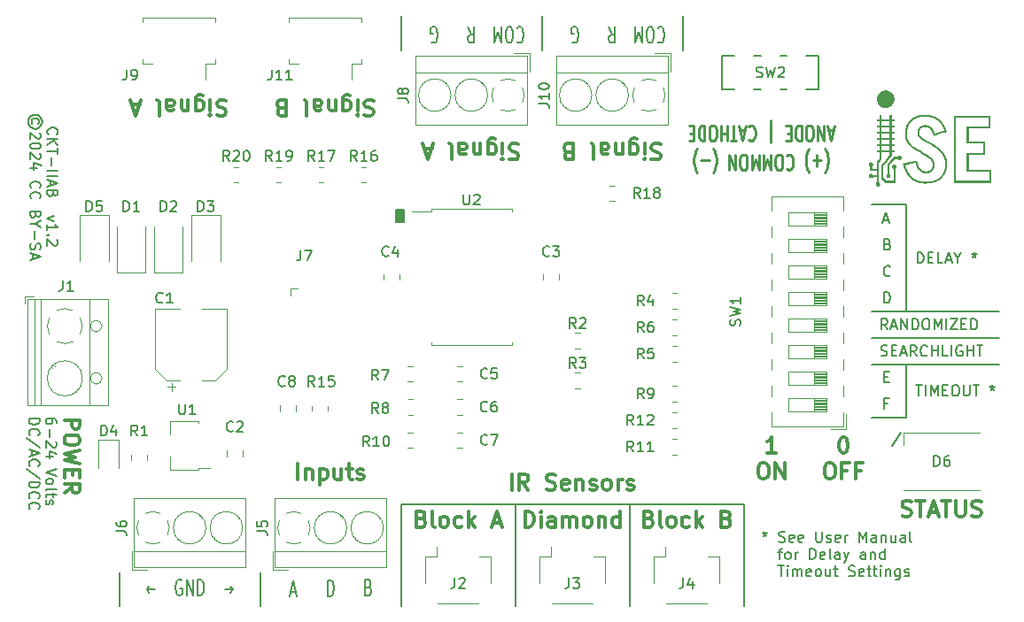
<source format=gto>
G04 #@! TF.GenerationSoftware,KiCad,Pcbnew,6.0.10-86aedd382b~118~ubuntu18.04.1*
G04 #@! TF.CreationDate,2024-08-26T14:20:04-06:00*
G04 #@! TF.ProjectId,ckt-iiab,636b742d-6969-4616-922e-6b696361645f,rev?*
G04 #@! TF.SameCoordinates,Original*
G04 #@! TF.FileFunction,Legend,Top*
G04 #@! TF.FilePolarity,Positive*
%FSLAX46Y46*%
G04 Gerber Fmt 4.6, Leading zero omitted, Abs format (unit mm)*
G04 Created by KiCad (PCBNEW 6.0.10-86aedd382b~118~ubuntu18.04.1) date 2024-08-26 14:20:04*
%MOMM*%
%LPD*%
G01*
G04 APERTURE LIST*
%ADD10C,0.203200*%
%ADD11C,0.000000*%
%ADD12C,0.152400*%
%ADD13C,0.304800*%
%ADD14C,0.254000*%
%ADD15C,0.300000*%
%ADD16C,0.150000*%
%ADD17C,0.120000*%
G04 APERTURE END LIST*
D10*
X161290000Y-98425000D02*
X161290000Y-88138000D01*
X86105993Y-123386012D02*
X86106000Y-126619000D01*
X157988000Y-88138000D02*
X161290000Y-88138000D01*
X113030000Y-126619000D02*
X113054003Y-116840000D01*
X157988000Y-108585000D02*
X161290000Y-108585000D01*
X157988000Y-100965000D02*
X170180000Y-100965000D01*
X113054003Y-116840000D02*
X145796000Y-116840000D01*
X126492007Y-73463988D02*
X126492007Y-70161988D01*
X145796000Y-126619000D02*
X145796000Y-116840000D01*
D11*
G36*
X158522349Y-82616825D02*
G01*
X158522349Y-82391047D01*
X158776349Y-82391047D01*
X158973905Y-82391047D01*
X159742960Y-82391047D01*
X159742960Y-82017103D01*
X158973905Y-82017103D01*
X158973905Y-82391047D01*
X158776349Y-82391047D01*
X158776349Y-82017103D01*
X158522349Y-82017103D01*
X158522349Y-81791325D01*
X158776349Y-81791325D01*
X158973905Y-81791325D01*
X159742960Y-81791325D01*
X159742960Y-81417381D01*
X158973905Y-81417381D01*
X158973905Y-81791325D01*
X158776349Y-81791325D01*
X158776349Y-81417381D01*
X158522349Y-81417381D01*
X158522349Y-81198658D01*
X158776349Y-81198658D01*
X158973905Y-81198658D01*
X159742960Y-81198658D01*
X159742960Y-80824714D01*
X158973905Y-80824714D01*
X158973905Y-81198658D01*
X158776349Y-81198658D01*
X158776349Y-80824714D01*
X158522349Y-80824714D01*
X158522349Y-80598936D01*
X158776349Y-80598936D01*
X158973905Y-80598936D01*
X159742960Y-80598936D01*
X159742960Y-80224992D01*
X158973905Y-80224992D01*
X158973905Y-80598936D01*
X158776349Y-80598936D01*
X158776349Y-80224992D01*
X158522349Y-80224992D01*
X158522349Y-80006270D01*
X158776349Y-80006270D01*
X158776349Y-79653492D01*
X158973905Y-79653492D01*
X158973905Y-80006270D01*
X159742960Y-80006270D01*
X159742960Y-79653492D01*
X159940516Y-79653492D01*
X159940516Y-80006270D01*
X160194516Y-80006270D01*
X160194516Y-80224992D01*
X159940516Y-80224992D01*
X159940516Y-80598936D01*
X160194516Y-80598936D01*
X160194516Y-80824714D01*
X159940516Y-80824714D01*
X159940516Y-81198658D01*
X160194516Y-81198658D01*
X160194516Y-81417381D01*
X159940516Y-81417381D01*
X159940516Y-81791325D01*
X160194516Y-81791325D01*
X160194516Y-82017103D01*
X159940516Y-82017103D01*
X159940516Y-82391047D01*
X160194516Y-82391047D01*
X160194516Y-82616825D01*
X159940516Y-82616825D01*
X159940516Y-82983714D01*
X160194516Y-82983714D01*
X160194516Y-83216548D01*
X159940516Y-83216548D01*
X159940516Y-83545336D01*
X159548932Y-84039930D01*
X159157349Y-84535230D01*
X159157349Y-85647186D01*
X159428988Y-85918825D01*
X160095738Y-85918825D01*
X160095738Y-85333919D01*
X160095710Y-85143652D01*
X160095645Y-85066319D01*
X160095517Y-84999762D01*
X160095424Y-84970269D01*
X160095307Y-84943164D01*
X160095165Y-84918344D01*
X160094994Y-84895707D01*
X160094792Y-84875152D01*
X160094556Y-84856575D01*
X160094285Y-84839875D01*
X160093974Y-84824949D01*
X160093622Y-84811696D01*
X160093226Y-84800012D01*
X160092784Y-84789797D01*
X160092545Y-84785207D01*
X160092293Y-84780947D01*
X160092028Y-84777002D01*
X160091750Y-84773361D01*
X160091458Y-84770009D01*
X160091152Y-84766936D01*
X160090833Y-84764127D01*
X160090498Y-84761570D01*
X160090149Y-84759252D01*
X160089785Y-84757161D01*
X160089405Y-84755283D01*
X160089009Y-84753606D01*
X160088597Y-84752118D01*
X160088169Y-84750805D01*
X160087724Y-84749654D01*
X160087262Y-84748653D01*
X160086782Y-84747790D01*
X160086285Y-84747050D01*
X160085769Y-84746422D01*
X160085235Y-84745893D01*
X160084682Y-84745450D01*
X160084111Y-84745079D01*
X160083520Y-84744770D01*
X160082909Y-84744508D01*
X160081627Y-84744075D01*
X160079297Y-84743183D01*
X160076815Y-84741971D01*
X160071440Y-84738650D01*
X160065603Y-84734235D01*
X160059402Y-84728850D01*
X160052936Y-84722618D01*
X160046305Y-84715661D01*
X160039608Y-84708103D01*
X160032944Y-84700066D01*
X160026412Y-84691673D01*
X160020111Y-84683048D01*
X160014142Y-84674314D01*
X160008602Y-84665593D01*
X160003591Y-84657008D01*
X159999209Y-84648683D01*
X159995555Y-84640740D01*
X159992727Y-84633303D01*
X159989700Y-84623153D01*
X159987228Y-84612590D01*
X159985307Y-84601682D01*
X159983929Y-84590496D01*
X159983089Y-84579099D01*
X159982780Y-84567558D01*
X159982996Y-84555941D01*
X159983731Y-84544315D01*
X159984978Y-84532746D01*
X159986732Y-84521303D01*
X159988986Y-84510052D01*
X159991735Y-84499060D01*
X159994971Y-84488395D01*
X159998688Y-84478123D01*
X160002881Y-84468313D01*
X160007543Y-84459031D01*
X160012072Y-84450947D01*
X160016684Y-84443341D01*
X160021414Y-84436181D01*
X160026296Y-84429430D01*
X160031364Y-84423056D01*
X160036652Y-84417024D01*
X160042194Y-84411299D01*
X160048025Y-84405849D01*
X160054178Y-84400638D01*
X160060687Y-84395634D01*
X160067588Y-84390800D01*
X160074913Y-84386104D01*
X160082697Y-84381512D01*
X160090974Y-84376989D01*
X160099778Y-84372501D01*
X160109143Y-84368014D01*
X160120471Y-84363038D01*
X160125632Y-84360968D01*
X160130575Y-84359161D01*
X160135385Y-84357607D01*
X160140149Y-84356293D01*
X160144955Y-84355209D01*
X160149889Y-84354344D01*
X160155038Y-84353684D01*
X160160489Y-84353220D01*
X160166329Y-84352941D01*
X160172644Y-84352833D01*
X160179521Y-84352887D01*
X160187047Y-84353091D01*
X160204393Y-84353902D01*
X160216450Y-84354700D01*
X160227787Y-84355785D01*
X160238463Y-84357180D01*
X160248535Y-84358907D01*
X160258061Y-84360991D01*
X160267100Y-84363452D01*
X160275708Y-84366315D01*
X160283945Y-84369601D01*
X160291867Y-84373334D01*
X160299533Y-84377536D01*
X160307001Y-84382230D01*
X160314328Y-84387439D01*
X160321572Y-84393185D01*
X160328792Y-84399491D01*
X160336044Y-84406380D01*
X160343388Y-84413875D01*
X160351254Y-84422367D01*
X160358464Y-84430685D01*
X160365036Y-84438886D01*
X160370993Y-84447025D01*
X160376354Y-84455160D01*
X160381141Y-84463348D01*
X160385373Y-84471645D01*
X160389073Y-84480109D01*
X160392259Y-84488796D01*
X160394954Y-84497763D01*
X160397178Y-84507067D01*
X160398950Y-84516765D01*
X160400293Y-84526913D01*
X160401227Y-84537569D01*
X160401772Y-84548789D01*
X160401949Y-84560630D01*
X160401799Y-84574143D01*
X160401081Y-84587170D01*
X160399788Y-84599724D01*
X160397914Y-84611816D01*
X160395453Y-84623458D01*
X160392399Y-84634660D01*
X160388746Y-84645435D01*
X160384486Y-84655793D01*
X160379615Y-84665745D01*
X160376949Y-84670573D01*
X160374126Y-84675304D01*
X160371148Y-84679940D01*
X160368013Y-84684481D01*
X160361269Y-84693286D01*
X160353889Y-84701732D01*
X160345866Y-84709830D01*
X160337193Y-84717590D01*
X160327866Y-84725025D01*
X160293999Y-84751131D01*
X160293999Y-85433402D01*
X160293293Y-86116380D01*
X159344321Y-86116380D01*
X159152410Y-85924470D01*
X158959794Y-85731853D01*
X158959794Y-84459031D01*
X159351377Y-83963731D01*
X159742960Y-83469136D01*
X159742960Y-83216548D01*
X158973905Y-83216548D01*
X158973905Y-83538986D01*
X158973199Y-83862130D01*
X158846905Y-84020880D01*
X158720610Y-84179630D01*
X158719905Y-85125075D01*
X158719905Y-86070519D01*
X158755182Y-86100859D01*
X158764727Y-86109331D01*
X158773528Y-86117840D01*
X158781604Y-86126421D01*
X158788972Y-86135111D01*
X158795649Y-86143945D01*
X158801654Y-86152960D01*
X158807003Y-86162193D01*
X158811715Y-86171678D01*
X158815807Y-86181453D01*
X158819296Y-86191554D01*
X158822200Y-86202016D01*
X158824536Y-86212876D01*
X158826323Y-86224170D01*
X158827578Y-86235935D01*
X158828318Y-86248206D01*
X158828560Y-86261019D01*
X158828639Y-86277558D01*
X158828515Y-86284854D01*
X158828263Y-86291601D01*
X158827865Y-86297877D01*
X158827308Y-86303758D01*
X158826574Y-86309321D01*
X158825650Y-86314642D01*
X158824519Y-86319797D01*
X158823165Y-86324864D01*
X158821574Y-86329918D01*
X158819730Y-86335036D01*
X158817617Y-86340295D01*
X158815219Y-86345771D01*
X158812522Y-86351540D01*
X158809510Y-86357680D01*
X158802186Y-86371412D01*
X158794239Y-86384295D01*
X158785676Y-86396323D01*
X158776503Y-86407488D01*
X158766727Y-86417785D01*
X158756354Y-86427208D01*
X158745389Y-86435750D01*
X158733839Y-86443405D01*
X158721711Y-86450168D01*
X158709010Y-86456031D01*
X158695743Y-86460989D01*
X158681915Y-86465035D01*
X158667533Y-86468164D01*
X158652604Y-86470368D01*
X158637133Y-86471642D01*
X158621127Y-86471980D01*
X158608539Y-86471747D01*
X158596421Y-86471038D01*
X158584751Y-86469841D01*
X158573502Y-86468144D01*
X158562650Y-86465934D01*
X158552170Y-86463199D01*
X158542037Y-86459927D01*
X158532227Y-86456105D01*
X158522714Y-86451721D01*
X158513475Y-86446762D01*
X158504483Y-86441216D01*
X158495714Y-86435071D01*
X158487144Y-86428314D01*
X158478748Y-86420932D01*
X158470500Y-86412914D01*
X158462377Y-86404247D01*
X158455008Y-86395659D01*
X158448241Y-86387069D01*
X158442065Y-86378441D01*
X158436470Y-86369741D01*
X158431445Y-86360934D01*
X158426981Y-86351984D01*
X158423066Y-86342856D01*
X158419691Y-86333515D01*
X158416845Y-86323927D01*
X158414518Y-86314055D01*
X158412699Y-86303864D01*
X158411379Y-86293321D01*
X158410546Y-86282388D01*
X158410191Y-86271032D01*
X158410303Y-86259217D01*
X158410871Y-86246908D01*
X158411929Y-86235019D01*
X158413513Y-86223432D01*
X158415620Y-86212151D01*
X158418247Y-86201180D01*
X158421390Y-86190522D01*
X158425047Y-86180184D01*
X158429215Y-86170167D01*
X158433890Y-86160478D01*
X158439070Y-86151119D01*
X158444750Y-86142095D01*
X158450929Y-86133409D01*
X158457603Y-86125068D01*
X158464769Y-86117073D01*
X158472424Y-86109430D01*
X158480565Y-86102142D01*
X158489188Y-86095214D01*
X158522349Y-86070519D01*
X158522349Y-85558991D01*
X158158988Y-85558991D01*
X158127944Y-85594975D01*
X158118239Y-85605598D01*
X158108068Y-85615380D01*
X158097469Y-85624325D01*
X158086480Y-85632440D01*
X158075139Y-85639729D01*
X158063484Y-85646198D01*
X158051553Y-85651853D01*
X158039385Y-85656700D01*
X158027018Y-85660744D01*
X158014489Y-85663990D01*
X158001837Y-85666444D01*
X157989099Y-85668112D01*
X157976315Y-85668999D01*
X157963522Y-85669110D01*
X157950758Y-85668452D01*
X157938061Y-85667030D01*
X157925470Y-85664849D01*
X157913022Y-85661915D01*
X157900756Y-85658234D01*
X157888709Y-85653810D01*
X157876921Y-85648651D01*
X157865428Y-85642760D01*
X157854270Y-85636144D01*
X157843483Y-85628809D01*
X157833108Y-85620759D01*
X157823180Y-85612001D01*
X157813739Y-85602539D01*
X157804823Y-85592380D01*
X157796469Y-85581529D01*
X157788716Y-85569992D01*
X157781603Y-85557774D01*
X157775166Y-85544881D01*
X157771827Y-85537282D01*
X157768821Y-85529575D01*
X157766145Y-85521770D01*
X157763797Y-85513880D01*
X157761775Y-85505916D01*
X157760075Y-85497888D01*
X157758697Y-85489809D01*
X157757637Y-85481689D01*
X157756464Y-85465375D01*
X157756538Y-85449035D01*
X157757839Y-85432762D01*
X157760349Y-85416646D01*
X157764050Y-85400778D01*
X157768923Y-85385249D01*
X157774950Y-85370150D01*
X157782111Y-85355571D01*
X157786112Y-85348506D01*
X157790389Y-85341605D01*
X157794940Y-85334880D01*
X157799764Y-85328341D01*
X157804857Y-85322001D01*
X157810218Y-85315871D01*
X157815844Y-85309963D01*
X157821733Y-85304286D01*
X157830092Y-85296916D01*
X157838270Y-85290142D01*
X157846319Y-85283946D01*
X157854287Y-85278313D01*
X157862227Y-85273225D01*
X157870188Y-85268666D01*
X157878222Y-85264620D01*
X157886379Y-85261071D01*
X157894709Y-85258000D01*
X157903264Y-85255393D01*
X157912094Y-85253232D01*
X157921249Y-85251502D01*
X157930780Y-85250184D01*
X157940739Y-85249264D01*
X157951174Y-85248723D01*
X157962138Y-85248547D01*
X157975378Y-85248733D01*
X157987887Y-85249311D01*
X157999728Y-85250305D01*
X158010965Y-85251744D01*
X158021660Y-85253654D01*
X158031876Y-85256063D01*
X158041678Y-85258996D01*
X158051126Y-85262482D01*
X158060286Y-85266546D01*
X158069219Y-85271216D01*
X158077988Y-85276518D01*
X158086658Y-85282480D01*
X158095290Y-85289128D01*
X158103948Y-85296489D01*
X158112695Y-85304590D01*
X158121594Y-85313458D01*
X158162516Y-85354380D01*
X158522349Y-85354380D01*
X158522349Y-84952214D01*
X157866183Y-84952214D01*
X157866183Y-84546520D01*
X157830199Y-84515475D01*
X157818873Y-84505137D01*
X157808451Y-84494253D01*
X157798942Y-84482857D01*
X157790357Y-84470981D01*
X157782707Y-84458658D01*
X157776001Y-84445923D01*
X157770250Y-84432806D01*
X157765464Y-84419343D01*
X157761655Y-84405565D01*
X157758831Y-84391507D01*
X157757003Y-84377200D01*
X157756182Y-84362678D01*
X157756378Y-84347974D01*
X157757601Y-84333122D01*
X157759862Y-84318154D01*
X157763171Y-84303103D01*
X157768531Y-84284926D01*
X157775061Y-84267719D01*
X157778753Y-84259488D01*
X157782724Y-84251511D01*
X157786968Y-84243790D01*
X157791482Y-84236329D01*
X157796260Y-84229131D01*
X157801298Y-84222201D01*
X157806592Y-84215541D01*
X157812136Y-84209155D01*
X157817926Y-84203047D01*
X157823957Y-84197219D01*
X157830225Y-84191677D01*
X157836726Y-84186422D01*
X157843453Y-84181458D01*
X157850403Y-84176790D01*
X157857572Y-84172420D01*
X157864953Y-84168351D01*
X157872544Y-84164589D01*
X157880338Y-84161135D01*
X157888333Y-84157993D01*
X157896521Y-84155168D01*
X157904900Y-84152661D01*
X157913465Y-84150478D01*
X157931132Y-84147094D01*
X157949486Y-84145043D01*
X157968488Y-84144353D01*
X157976386Y-84144547D01*
X157984200Y-84144994D01*
X157991928Y-84145694D01*
X157999566Y-84146642D01*
X158007108Y-84147836D01*
X158014550Y-84149275D01*
X158021890Y-84150955D01*
X158029122Y-84152875D01*
X158036242Y-84155031D01*
X158043247Y-84157421D01*
X158050131Y-84160043D01*
X158056892Y-84162894D01*
X158063524Y-84165973D01*
X158070025Y-84169275D01*
X158076388Y-84172800D01*
X158082612Y-84176544D01*
X158088690Y-84180505D01*
X158094620Y-84184681D01*
X158100397Y-84189068D01*
X158106016Y-84193666D01*
X158111475Y-84198471D01*
X158116768Y-84203480D01*
X158121891Y-84208692D01*
X158126841Y-84214104D01*
X158131613Y-84219713D01*
X158136204Y-84225517D01*
X158140608Y-84231513D01*
X158144822Y-84237700D01*
X158148842Y-84244074D01*
X158152663Y-84250633D01*
X158156282Y-84257375D01*
X158159694Y-84264297D01*
X158163315Y-84272725D01*
X158166505Y-84281815D01*
X158169264Y-84291483D01*
X158171589Y-84301648D01*
X158173480Y-84312225D01*
X158174936Y-84323134D01*
X158175956Y-84334290D01*
X158176539Y-84345612D01*
X158176683Y-84357017D01*
X158176389Y-84368422D01*
X158175654Y-84379744D01*
X158174477Y-84390900D01*
X158172859Y-84401809D01*
X158170796Y-84412387D01*
X158168290Y-84422551D01*
X158165338Y-84432220D01*
X158162698Y-84439081D01*
X158159335Y-84446364D01*
X158155336Y-84453961D01*
X158150786Y-84461765D01*
X158145773Y-84469668D01*
X158140385Y-84477562D01*
X158134706Y-84485341D01*
X158128826Y-84492897D01*
X158122829Y-84500122D01*
X158116804Y-84506909D01*
X158110836Y-84513150D01*
X158105013Y-84518738D01*
X158099422Y-84523565D01*
X158094149Y-84527524D01*
X158091659Y-84529145D01*
X158089281Y-84530508D01*
X158087026Y-84531600D01*
X158084905Y-84532408D01*
X158082537Y-84533258D01*
X158080450Y-84534309D01*
X158078625Y-84535696D01*
X158077044Y-84537557D01*
X158075692Y-84540024D01*
X158074549Y-84543235D01*
X158073598Y-84547325D01*
X158072822Y-84552428D01*
X158072203Y-84558681D01*
X158071724Y-84566218D01*
X158071113Y-84585689D01*
X158070850Y-84611922D01*
X158070794Y-84646003D01*
X158070794Y-84754659D01*
X158522349Y-84754659D01*
X158522349Y-84104136D01*
X158649349Y-83944681D01*
X158776349Y-83784519D01*
X158776349Y-83216548D01*
X158522349Y-83216548D01*
X158522349Y-82983714D01*
X158776349Y-82983714D01*
X158973905Y-82983714D01*
X159742960Y-82983714D01*
X159742960Y-82616825D01*
X158973905Y-82616825D01*
X158973905Y-82983714D01*
X158776349Y-82983714D01*
X158776349Y-82616825D01*
X158522349Y-82616825D01*
G37*
D10*
X123952000Y-126619000D02*
X123952000Y-116840000D01*
X113030000Y-73406000D02*
X113030000Y-70104000D01*
X157988000Y-98425000D02*
X170180000Y-98425000D01*
D11*
G36*
X169366738Y-79681714D02*
G01*
X169366738Y-80923492D01*
X167292404Y-80923492D01*
X167292404Y-82172325D01*
X168872849Y-82172325D01*
X168872849Y-83407047D01*
X167292404Y-83407047D01*
X167292404Y-84867547D01*
X169451405Y-84867547D01*
X169451405Y-86102269D01*
X165916571Y-86102269D01*
X165916571Y-85918825D01*
X166100015Y-85918825D01*
X169267960Y-85918825D01*
X169267960Y-85050992D01*
X167108959Y-85050992D01*
X167108959Y-83223603D01*
X168689404Y-83223603D01*
X168689404Y-82355770D01*
X167108959Y-82355770D01*
X167108959Y-80732992D01*
X169183293Y-80732992D01*
X169183293Y-79865159D01*
X166100015Y-79865159D01*
X166100015Y-85918825D01*
X165916571Y-85918825D01*
X165916571Y-79681714D01*
X169366738Y-79681714D01*
G37*
G36*
X159375366Y-77277005D02*
G01*
X159417964Y-77278352D01*
X159457651Y-77280510D01*
X159491650Y-77283429D01*
X159505648Y-77285158D01*
X159517182Y-77287059D01*
X159547930Y-77293440D01*
X159578252Y-77300938D01*
X159608135Y-77309544D01*
X159637568Y-77319250D01*
X159666538Y-77330047D01*
X159695032Y-77341927D01*
X159723039Y-77354882D01*
X159750545Y-77368903D01*
X159777539Y-77383983D01*
X159804007Y-77400113D01*
X159829939Y-77417285D01*
X159855320Y-77435490D01*
X159880139Y-77454721D01*
X159904384Y-77474968D01*
X159928041Y-77496224D01*
X159951099Y-77518481D01*
X159970934Y-77538961D01*
X159989958Y-77559917D01*
X160008170Y-77581347D01*
X160025568Y-77603247D01*
X160042152Y-77625614D01*
X160057920Y-77648445D01*
X160072872Y-77671737D01*
X160087007Y-77695487D01*
X160100323Y-77719692D01*
X160112819Y-77744348D01*
X160124494Y-77769453D01*
X160135348Y-77795004D01*
X160145380Y-77820996D01*
X160154587Y-77847428D01*
X160162970Y-77874296D01*
X160170527Y-77901597D01*
X160177018Y-77928999D01*
X160182472Y-77957400D01*
X160186892Y-77986656D01*
X160190282Y-78016625D01*
X160192648Y-78047165D01*
X160193992Y-78078132D01*
X160194319Y-78109385D01*
X160193634Y-78140781D01*
X160191939Y-78172176D01*
X160189241Y-78203429D01*
X160185541Y-78234397D01*
X160180845Y-78264937D01*
X160175158Y-78294906D01*
X160168482Y-78324162D01*
X160160822Y-78352562D01*
X160152182Y-78379964D01*
X160143688Y-78403905D01*
X160134599Y-78427326D01*
X160124897Y-78450253D01*
X160114567Y-78472712D01*
X160103593Y-78494728D01*
X160091957Y-78516328D01*
X160079642Y-78537537D01*
X160066634Y-78558381D01*
X160052914Y-78578887D01*
X160038467Y-78599079D01*
X160023275Y-78618984D01*
X160007323Y-78638627D01*
X159990594Y-78658035D01*
X159973071Y-78677233D01*
X159954737Y-78696247D01*
X159935577Y-78715103D01*
X159907580Y-78741049D01*
X159878882Y-78765444D01*
X159849477Y-78788291D01*
X159819359Y-78809592D01*
X159788521Y-78829352D01*
X159756958Y-78847572D01*
X159724664Y-78864257D01*
X159691631Y-78879409D01*
X159657854Y-78893032D01*
X159623327Y-78905128D01*
X159588044Y-78915700D01*
X159551997Y-78924752D01*
X159515182Y-78932287D01*
X159477591Y-78938308D01*
X159439220Y-78942818D01*
X159400060Y-78945820D01*
X159356335Y-78947148D01*
X159312792Y-78946124D01*
X159269513Y-78942779D01*
X159226582Y-78937143D01*
X159184080Y-78929246D01*
X159142091Y-78919117D01*
X159100698Y-78906787D01*
X159059982Y-78892286D01*
X159020028Y-78875643D01*
X158980916Y-78856888D01*
X158942731Y-78836052D01*
X158905554Y-78813164D01*
X158869469Y-78788255D01*
X158834558Y-78761354D01*
X158800903Y-78732492D01*
X158768588Y-78701697D01*
X158739196Y-78671052D01*
X158711619Y-78639460D01*
X158685866Y-78606950D01*
X158661950Y-78573551D01*
X158639882Y-78539292D01*
X158619673Y-78504202D01*
X158601335Y-78468311D01*
X158584879Y-78431646D01*
X158570316Y-78394237D01*
X158557659Y-78356113D01*
X158546917Y-78317303D01*
X158538103Y-78277835D01*
X158531228Y-78237739D01*
X158526303Y-78197043D01*
X158523339Y-78155777D01*
X158522349Y-78113969D01*
X158523105Y-78077496D01*
X158525357Y-78041387D01*
X158529076Y-78005677D01*
X158534237Y-77970400D01*
X158540814Y-77935590D01*
X158548780Y-77901282D01*
X158558108Y-77867509D01*
X158568773Y-77834305D01*
X158580746Y-77801705D01*
X158594003Y-77769743D01*
X158608516Y-77738452D01*
X158624259Y-77707868D01*
X158641206Y-77678023D01*
X158659330Y-77648952D01*
X158678604Y-77620690D01*
X158699003Y-77593270D01*
X158720499Y-77566726D01*
X158743066Y-77541093D01*
X158766678Y-77516405D01*
X158791308Y-77492695D01*
X158816929Y-77469998D01*
X158843516Y-77448349D01*
X158871042Y-77427780D01*
X158899480Y-77408326D01*
X158928803Y-77390022D01*
X158958986Y-77372901D01*
X158990001Y-77356998D01*
X159021823Y-77342346D01*
X159054425Y-77328980D01*
X159087780Y-77316933D01*
X159121861Y-77306241D01*
X159156644Y-77296937D01*
X159179243Y-77291623D01*
X159200917Y-77286706D01*
X159210621Y-77284603D01*
X159219151Y-77282848D01*
X159226193Y-77281522D01*
X159231432Y-77280709D01*
X159243463Y-77279385D01*
X159257891Y-77278319D01*
X159292551Y-77276938D01*
X159332636Y-77276517D01*
X159375366Y-77277005D01*
G37*
D10*
X99567993Y-123386012D02*
X99568000Y-126619000D01*
D11*
G36*
X160709343Y-83516365D02*
G01*
X160724210Y-83518134D01*
X160738993Y-83520803D01*
X160753580Y-83524346D01*
X160767862Y-83528731D01*
X160781727Y-83533931D01*
X160795065Y-83539917D01*
X160807765Y-83546659D01*
X160819717Y-83554128D01*
X160830810Y-83562297D01*
X160835999Y-83566634D01*
X160840933Y-83571135D01*
X160845597Y-83575796D01*
X160849977Y-83580614D01*
X160858727Y-83591159D01*
X160866727Y-83602005D01*
X160873982Y-83613122D01*
X160880496Y-83624481D01*
X160886276Y-83636051D01*
X160891328Y-83647802D01*
X160895656Y-83659705D01*
X160899266Y-83671730D01*
X160902165Y-83683846D01*
X160904357Y-83696025D01*
X160905848Y-83708236D01*
X160906643Y-83720450D01*
X160906749Y-83732636D01*
X160906170Y-83744765D01*
X160904912Y-83756807D01*
X160902982Y-83768732D01*
X160900383Y-83780511D01*
X160897123Y-83792112D01*
X160893206Y-83803508D01*
X160888638Y-83814667D01*
X160883424Y-83825559D01*
X160877571Y-83836156D01*
X160871083Y-83846427D01*
X160863967Y-83856343D01*
X160856227Y-83865872D01*
X160847870Y-83874987D01*
X160838900Y-83883656D01*
X160829324Y-83891850D01*
X160819147Y-83899540D01*
X160808375Y-83906694D01*
X160797012Y-83913284D01*
X160785066Y-83919280D01*
X160775131Y-83923497D01*
X160764690Y-83927152D01*
X160753815Y-83930244D01*
X160742578Y-83932774D01*
X160731052Y-83934742D01*
X160719308Y-83936148D01*
X160707420Y-83936991D01*
X160695460Y-83937272D01*
X160683500Y-83936991D01*
X160671612Y-83936148D01*
X160659868Y-83934742D01*
X160648342Y-83932774D01*
X160637105Y-83930244D01*
X160626230Y-83927152D01*
X160615789Y-83923497D01*
X160605855Y-83919280D01*
X160599220Y-83915834D01*
X160592099Y-83911653D01*
X160584619Y-83906845D01*
X160576905Y-83901520D01*
X160569083Y-83895786D01*
X160561280Y-83889751D01*
X160553622Y-83883523D01*
X160546235Y-83877212D01*
X160539245Y-83870925D01*
X160532777Y-83864772D01*
X160526959Y-83858861D01*
X160521915Y-83853300D01*
X160517773Y-83848198D01*
X160516080Y-83845853D01*
X160514659Y-83843664D01*
X160513526Y-83841643D01*
X160512697Y-83839805D01*
X160512189Y-83838163D01*
X160512016Y-83836731D01*
X160511292Y-83836078D01*
X160509167Y-83835445D01*
X160501002Y-83834250D01*
X160488091Y-83833171D01*
X160471005Y-83832233D01*
X160450314Y-83831460D01*
X160426588Y-83830877D01*
X160372316Y-83830381D01*
X160232616Y-83830381D01*
X159977205Y-84152819D01*
X159721794Y-84475964D01*
X159721794Y-85267597D01*
X159740138Y-85277475D01*
X159745949Y-85280927D01*
X159751966Y-85285149D01*
X159758129Y-85290068D01*
X159764380Y-85295610D01*
X159770661Y-85301702D01*
X159776911Y-85308270D01*
X159783072Y-85315241D01*
X159789086Y-85322542D01*
X159794893Y-85330100D01*
X159800434Y-85337840D01*
X159805651Y-85345690D01*
X159810484Y-85353576D01*
X159814875Y-85361424D01*
X159818765Y-85369162D01*
X159822094Y-85376717D01*
X159824805Y-85384013D01*
X159827716Y-85394141D01*
X159830105Y-85404874D01*
X159831976Y-85416108D01*
X159833337Y-85427736D01*
X159834194Y-85439654D01*
X159834553Y-85451755D01*
X159834420Y-85463936D01*
X159833801Y-85476089D01*
X159832702Y-85488110D01*
X159831130Y-85499893D01*
X159829091Y-85511333D01*
X159826591Y-85522325D01*
X159823636Y-85532762D01*
X159820232Y-85542541D01*
X159816387Y-85551554D01*
X159812105Y-85559697D01*
X159803936Y-85572653D01*
X159795305Y-85584795D01*
X159786213Y-85596121D01*
X159776662Y-85606627D01*
X159766651Y-85616311D01*
X159756183Y-85625169D01*
X159745257Y-85633198D01*
X159733876Y-85640395D01*
X159722040Y-85646757D01*
X159709751Y-85652281D01*
X159697009Y-85656963D01*
X159683815Y-85660801D01*
X159670170Y-85663792D01*
X159656076Y-85665932D01*
X159641534Y-85667218D01*
X159626543Y-85667647D01*
X159615259Y-85667385D01*
X159604168Y-85666604D01*
X159593280Y-85665316D01*
X159582607Y-85663531D01*
X159572161Y-85661262D01*
X159561951Y-85658518D01*
X159551988Y-85655311D01*
X159542285Y-85651651D01*
X159532851Y-85647550D01*
X159523698Y-85643019D01*
X159514837Y-85638069D01*
X159506278Y-85632710D01*
X159498033Y-85626954D01*
X159490113Y-85620811D01*
X159482528Y-85614293D01*
X159475290Y-85607410D01*
X159468410Y-85600174D01*
X159461898Y-85592596D01*
X159455765Y-85584686D01*
X159450024Y-85576455D01*
X159444684Y-85567915D01*
X159439756Y-85559077D01*
X159435252Y-85549951D01*
X159431182Y-85540548D01*
X159427558Y-85530879D01*
X159424390Y-85520956D01*
X159421689Y-85510790D01*
X159419467Y-85500390D01*
X159417734Y-85489769D01*
X159416502Y-85478938D01*
X159415781Y-85467906D01*
X159415582Y-85456686D01*
X159415856Y-85444431D01*
X159416679Y-85432529D01*
X159418057Y-85420970D01*
X159419992Y-85409744D01*
X159422490Y-85398841D01*
X159425554Y-85388250D01*
X159429189Y-85377960D01*
X159433398Y-85367962D01*
X159438186Y-85358246D01*
X159443557Y-85348799D01*
X159449515Y-85339614D01*
X159456064Y-85330678D01*
X159463208Y-85321983D01*
X159470952Y-85313516D01*
X159479300Y-85305269D01*
X159488255Y-85297231D01*
X159524238Y-85266186D01*
X159524238Y-84400469D01*
X159829744Y-84013825D01*
X160134543Y-83626475D01*
X160321516Y-83625769D01*
X160508488Y-83625064D01*
X160527538Y-83597547D01*
X160532123Y-83591258D01*
X160537129Y-83585101D01*
X160542532Y-83579092D01*
X160548308Y-83573250D01*
X160554430Y-83567588D01*
X160560875Y-83562126D01*
X160567618Y-83556878D01*
X160574634Y-83551862D01*
X160581897Y-83547094D01*
X160589384Y-83542591D01*
X160597069Y-83538369D01*
X160604928Y-83534444D01*
X160612936Y-83530834D01*
X160621068Y-83527554D01*
X160629299Y-83524622D01*
X160637605Y-83522053D01*
X160644355Y-83520335D01*
X160651237Y-83518881D01*
X160665338Y-83516756D01*
X160679796Y-83515647D01*
X160694501Y-83515526D01*
X160709343Y-83516365D01*
G37*
D10*
X161290000Y-103505000D02*
X161290000Y-108585000D01*
X134874000Y-126619000D02*
X134874000Y-116840000D01*
X139954007Y-73463988D02*
X139954007Y-70161988D01*
X157988000Y-103505000D02*
X170180000Y-103505000D01*
D11*
G36*
X161018902Y-84337057D02*
G01*
X161013494Y-84312898D01*
X161010092Y-84294134D01*
X161008904Y-84281464D01*
X161009205Y-84277632D01*
X161010138Y-84275586D01*
X161224373Y-84226825D01*
X161688441Y-84126802D01*
X162151848Y-84029027D01*
X162364099Y-83987013D01*
X162365009Y-83989426D01*
X162366613Y-83995337D01*
X162371507Y-84016030D01*
X162377990Y-84045850D01*
X162385266Y-84081558D01*
X162401896Y-84159809D01*
X162420812Y-84234989D01*
X162441983Y-84307051D01*
X162465379Y-84375951D01*
X162490971Y-84441643D01*
X162518727Y-84504081D01*
X162548619Y-84563221D01*
X162580616Y-84619015D01*
X162597395Y-84645644D01*
X162614689Y-84671420D01*
X162632494Y-84696337D01*
X162650807Y-84720389D01*
X162669623Y-84743571D01*
X162688940Y-84765878D01*
X162708753Y-84787302D01*
X162729059Y-84807839D01*
X162749853Y-84827484D01*
X162771133Y-84846229D01*
X162792894Y-84864071D01*
X162815132Y-84881002D01*
X162837845Y-84897018D01*
X162861027Y-84912112D01*
X162884676Y-84926279D01*
X162908788Y-84939513D01*
X162939579Y-84954843D01*
X162970565Y-84968552D01*
X163001747Y-84980640D01*
X163033120Y-84991107D01*
X163064684Y-84999955D01*
X163096435Y-85007181D01*
X163128373Y-85012787D01*
X163160495Y-85016772D01*
X163192798Y-85019137D01*
X163225282Y-85019881D01*
X163257943Y-85019005D01*
X163290780Y-85016508D01*
X163323791Y-85012390D01*
X163356973Y-85006652D01*
X163390324Y-84999293D01*
X163423844Y-84990314D01*
X163473233Y-84973871D01*
X163520013Y-84953985D01*
X163564103Y-84930769D01*
X163605425Y-84904335D01*
X163643898Y-84874797D01*
X163679443Y-84842267D01*
X163711981Y-84806858D01*
X163741432Y-84768681D01*
X163767715Y-84727851D01*
X163790753Y-84684479D01*
X163810465Y-84638678D01*
X163826771Y-84590561D01*
X163839592Y-84540241D01*
X163848848Y-84487830D01*
X163854461Y-84433441D01*
X163856349Y-84377186D01*
X163855749Y-84346111D01*
X163853933Y-84315808D01*
X163850875Y-84286209D01*
X163846548Y-84257242D01*
X163840928Y-84228837D01*
X163833988Y-84200924D01*
X163825702Y-84173433D01*
X163816044Y-84146293D01*
X163804989Y-84119434D01*
X163792511Y-84092787D01*
X163778584Y-84066279D01*
X163763182Y-84039842D01*
X163746280Y-84013405D01*
X163727851Y-83986898D01*
X163707870Y-83960250D01*
X163686310Y-83933391D01*
X163657246Y-83899501D01*
X163626608Y-83866394D01*
X163593894Y-83833729D01*
X163558604Y-83801166D01*
X163520239Y-83768363D01*
X163478298Y-83734979D01*
X163432280Y-83700673D01*
X163381686Y-83665104D01*
X163264768Y-83588813D01*
X163123541Y-83503378D01*
X162954004Y-83406069D01*
X162752155Y-83294159D01*
X162588985Y-83204002D01*
X162448512Y-83124693D01*
X162327238Y-83054049D01*
X162221665Y-82989888D01*
X162128296Y-82930026D01*
X162043634Y-82872280D01*
X161964180Y-82814469D01*
X161886438Y-82754408D01*
X161845261Y-82720336D01*
X161800173Y-82680667D01*
X161752952Y-82637144D01*
X161705375Y-82591513D01*
X161659220Y-82545519D01*
X161616265Y-82500905D01*
X161578288Y-82459416D01*
X161561721Y-82440389D01*
X161547066Y-82422798D01*
X161501836Y-82364292D01*
X161459800Y-82304894D01*
X161420943Y-82244556D01*
X161385251Y-82183228D01*
X161352709Y-82120863D01*
X161323303Y-82057412D01*
X161297018Y-81992826D01*
X161273839Y-81927056D01*
X161253753Y-81860055D01*
X161236745Y-81791773D01*
X161222801Y-81722162D01*
X161211905Y-81651173D01*
X161204043Y-81578758D01*
X161199202Y-81504868D01*
X161197366Y-81429455D01*
X161198521Y-81352470D01*
X161202838Y-81266975D01*
X161209704Y-81183522D01*
X161219123Y-81102103D01*
X161231098Y-81022710D01*
X161245632Y-80945335D01*
X161262728Y-80869969D01*
X161282390Y-80796603D01*
X161304619Y-80725231D01*
X161329420Y-80655842D01*
X161356796Y-80588430D01*
X161386749Y-80522986D01*
X161419283Y-80459501D01*
X161454401Y-80397967D01*
X161492105Y-80338377D01*
X161532400Y-80280721D01*
X161575288Y-80224992D01*
X161586855Y-80211125D01*
X161599989Y-80196111D01*
X161630156Y-80163410D01*
X161664176Y-80128427D01*
X161700436Y-80092700D01*
X161737325Y-80057767D01*
X161773230Y-80025165D01*
X161806538Y-79996433D01*
X161821715Y-79983999D01*
X161835638Y-79973109D01*
X161888482Y-79935300D01*
X161943273Y-79899406D01*
X161999971Y-79865438D01*
X162058539Y-79833409D01*
X162118938Y-79803331D01*
X162181130Y-79775217D01*
X162245077Y-79749079D01*
X162310741Y-79724930D01*
X162378084Y-79702781D01*
X162447067Y-79682646D01*
X162517651Y-79664536D01*
X162589800Y-79648465D01*
X162663473Y-79634444D01*
X162738635Y-79622486D01*
X162815245Y-79612603D01*
X162893266Y-79604809D01*
X162940640Y-79602000D01*
X163002252Y-79599936D01*
X163073224Y-79598632D01*
X163148677Y-79598106D01*
X163223733Y-79598373D01*
X163293514Y-79599451D01*
X163353142Y-79601355D01*
X163397738Y-79604103D01*
X163553373Y-79623361D01*
X163703451Y-79652199D01*
X163776349Y-79670167D01*
X163847789Y-79690476D01*
X163917749Y-79713109D01*
X163986204Y-79738048D01*
X164053133Y-79765276D01*
X164118513Y-79794774D01*
X164182320Y-79826524D01*
X164244533Y-79860509D01*
X164305127Y-79896711D01*
X164364080Y-79935112D01*
X164421370Y-79975695D01*
X164476973Y-80018441D01*
X164530867Y-80063332D01*
X164583028Y-80110351D01*
X164633434Y-80159480D01*
X164682063Y-80210702D01*
X164728890Y-80263997D01*
X164773893Y-80319349D01*
X164817050Y-80376740D01*
X164858337Y-80436151D01*
X164897732Y-80497566D01*
X164935211Y-80560966D01*
X164970753Y-80626332D01*
X165004333Y-80693649D01*
X165035930Y-80762897D01*
X165065520Y-80834059D01*
X165118588Y-80982053D01*
X165129955Y-81018239D01*
X165141926Y-81058947D01*
X165153848Y-81101624D01*
X165165066Y-81143713D01*
X165174929Y-81182661D01*
X165182782Y-81215911D01*
X165187973Y-81240910D01*
X165189366Y-81249517D01*
X165189849Y-81255103D01*
X165188078Y-81257017D01*
X165182595Y-81259901D01*
X165159466Y-81268883D01*
X165057381Y-81301846D01*
X164867190Y-81358886D01*
X164572488Y-81444897D01*
X164332312Y-81514328D01*
X164135396Y-81570662D01*
X164001980Y-81608211D01*
X163965410Y-81618163D01*
X163952305Y-81621286D01*
X163951106Y-81618808D01*
X163948667Y-81612709D01*
X163940663Y-81591300D01*
X163929484Y-81560366D01*
X163916321Y-81523214D01*
X163885707Y-81439697D01*
X163854402Y-81361591D01*
X163822325Y-81288799D01*
X163789398Y-81221225D01*
X163755541Y-81158774D01*
X163720674Y-81101348D01*
X163702837Y-81074490D01*
X163684718Y-81048853D01*
X163666306Y-81024424D01*
X163647593Y-81001191D01*
X163628567Y-80979143D01*
X163609219Y-80958267D01*
X163589539Y-80938552D01*
X163569517Y-80919985D01*
X163549143Y-80902554D01*
X163528408Y-80886248D01*
X163507300Y-80871054D01*
X163485811Y-80856960D01*
X163463930Y-80843955D01*
X163441647Y-80832026D01*
X163418953Y-80821161D01*
X163395838Y-80811348D01*
X163372290Y-80802576D01*
X163348302Y-80794832D01*
X163323862Y-80788104D01*
X163298960Y-80782381D01*
X163282305Y-80779140D01*
X163264472Y-80776297D01*
X163245641Y-80773852D01*
X163225990Y-80771808D01*
X163184945Y-80768924D01*
X163142768Y-80767652D01*
X163100888Y-80768001D01*
X163060736Y-80769979D01*
X163041755Y-80771581D01*
X163023743Y-80773593D01*
X163006877Y-80776017D01*
X162991338Y-80778853D01*
X162945845Y-80789951D01*
X162903022Y-80803670D01*
X162862862Y-80820021D01*
X162825356Y-80839013D01*
X162807596Y-80849502D01*
X162790496Y-80860654D01*
X162774055Y-80872472D01*
X162758273Y-80884955D01*
X162743148Y-80898105D01*
X162728680Y-80911924D01*
X162714866Y-80926413D01*
X162701707Y-80941572D01*
X162689201Y-80957402D01*
X162677348Y-80973906D01*
X162666145Y-80991084D01*
X162655593Y-81008937D01*
X162636434Y-81046674D01*
X162619863Y-81087126D01*
X162605872Y-81130302D01*
X162594452Y-81176212D01*
X162585595Y-81224864D01*
X162579293Y-81276270D01*
X162577477Y-81297724D01*
X162576271Y-81318225D01*
X162575692Y-81337863D01*
X162575755Y-81356725D01*
X162576475Y-81374901D01*
X162577867Y-81392479D01*
X162579948Y-81409550D01*
X162582733Y-81426200D01*
X162586237Y-81442520D01*
X162590476Y-81458598D01*
X162595466Y-81474523D01*
X162601221Y-81490384D01*
X162607758Y-81506269D01*
X162615091Y-81522269D01*
X162623237Y-81538471D01*
X162632210Y-81554964D01*
X162643581Y-81574189D01*
X162656268Y-81593508D01*
X162670282Y-81612930D01*
X162685634Y-81632465D01*
X162702334Y-81652124D01*
X162720391Y-81671918D01*
X162739817Y-81691857D01*
X162760621Y-81711950D01*
X162782815Y-81732209D01*
X162806408Y-81752644D01*
X162831411Y-81773264D01*
X162857834Y-81794081D01*
X162885687Y-81815105D01*
X162914981Y-81836346D01*
X162945726Y-81857814D01*
X162977932Y-81879520D01*
X163023431Y-81909218D01*
X163069136Y-81937981D01*
X163117769Y-81967390D01*
X163172048Y-81999023D01*
X163308430Y-82075278D01*
X163500043Y-82179381D01*
X163631112Y-82250144D01*
X163743725Y-82311706D01*
X163840860Y-82365776D01*
X163925494Y-82414066D01*
X164000602Y-82458289D01*
X164069162Y-82500155D01*
X164134150Y-82541376D01*
X164198543Y-82583664D01*
X164320633Y-82668689D01*
X164434561Y-82755072D01*
X164540434Y-82842981D01*
X164638358Y-82932583D01*
X164728440Y-83024045D01*
X164810785Y-83117535D01*
X164885501Y-83213220D01*
X164952694Y-83311268D01*
X165012471Y-83411846D01*
X165064937Y-83515121D01*
X165110199Y-83621262D01*
X165148365Y-83730434D01*
X165179539Y-83842807D01*
X165203829Y-83958546D01*
X165221341Y-84077821D01*
X165232182Y-84200797D01*
X165235206Y-84276377D01*
X165235335Y-84354322D01*
X165232654Y-84433689D01*
X165227243Y-84513535D01*
X165219187Y-84592918D01*
X165208568Y-84670896D01*
X165195468Y-84746525D01*
X165179971Y-84818864D01*
X165143872Y-84950142D01*
X165098945Y-85075838D01*
X165045390Y-85195774D01*
X164983408Y-85309776D01*
X164913198Y-85417668D01*
X164834963Y-85519274D01*
X164748901Y-85614418D01*
X164655214Y-85702925D01*
X164554102Y-85784619D01*
X164445766Y-85859324D01*
X164330406Y-85926865D01*
X164208223Y-85987065D01*
X164079417Y-86039750D01*
X163944188Y-86084743D01*
X163802737Y-86121869D01*
X163655266Y-86150952D01*
X163549012Y-86166291D01*
X163439707Y-86177885D01*
X163328799Y-86185692D01*
X163217733Y-86189670D01*
X163107957Y-86189779D01*
X163000918Y-86185977D01*
X162898063Y-86178223D01*
X162848656Y-86172851D01*
X162800838Y-86166475D01*
X162686069Y-86146591D01*
X162574606Y-86121343D01*
X162466462Y-86090738D01*
X162361652Y-86054788D01*
X162260191Y-86013500D01*
X162162093Y-85966884D01*
X162067372Y-85914950D01*
X161976044Y-85857706D01*
X161888122Y-85795163D01*
X161803621Y-85727328D01*
X161722555Y-85654213D01*
X161644940Y-85575826D01*
X161570788Y-85492175D01*
X161500116Y-85403272D01*
X161432937Y-85309124D01*
X161369266Y-85209742D01*
X161345686Y-85169167D01*
X161319138Y-85120489D01*
X161290821Y-85066122D01*
X161261933Y-85008482D01*
X161233674Y-84949981D01*
X161207241Y-84893035D01*
X161183835Y-84840058D01*
X161164654Y-84793464D01*
X161137613Y-84721668D01*
X161109456Y-84640711D01*
X161081844Y-84556182D01*
X161056440Y-84473671D01*
X161041579Y-84421981D01*
X161237798Y-84421981D01*
X161238032Y-84425428D01*
X161238729Y-84429760D01*
X161239904Y-84435098D01*
X161241570Y-84441562D01*
X161243743Y-84449274D01*
X161249666Y-84468923D01*
X161257788Y-84495014D01*
X161276130Y-84551599D01*
X161295417Y-84607540D01*
X161315617Y-84662772D01*
X161336700Y-84717231D01*
X161358635Y-84770850D01*
X161381390Y-84823564D01*
X161404935Y-84875309D01*
X161429238Y-84926020D01*
X161454269Y-84975631D01*
X161479997Y-85024077D01*
X161506390Y-85071293D01*
X161533418Y-85117214D01*
X161561049Y-85161776D01*
X161589253Y-85204911D01*
X161617999Y-85246557D01*
X161647255Y-85286647D01*
X161708493Y-85364172D01*
X161772367Y-85437214D01*
X161838899Y-85505787D01*
X161908112Y-85569906D01*
X161980029Y-85629584D01*
X162054672Y-85684837D01*
X162132064Y-85735678D01*
X162212228Y-85782124D01*
X162295187Y-85824186D01*
X162380964Y-85861882D01*
X162469580Y-85895224D01*
X162561059Y-85924227D01*
X162655424Y-85948906D01*
X162752698Y-85969275D01*
X162852902Y-85985349D01*
X162956060Y-85997141D01*
X163011802Y-86000731D01*
X163079599Y-86002576D01*
X163155564Y-86002784D01*
X163235813Y-86001463D01*
X163316459Y-85998719D01*
X163393615Y-85994661D01*
X163463396Y-85989395D01*
X163521916Y-85983030D01*
X163604550Y-85970661D01*
X163684974Y-85956040D01*
X163763194Y-85939166D01*
X163839217Y-85920037D01*
X163913049Y-85898651D01*
X163984697Y-85875006D01*
X164054165Y-85849099D01*
X164121461Y-85820929D01*
X164186591Y-85790493D01*
X164249561Y-85757790D01*
X164310377Y-85722817D01*
X164369045Y-85685573D01*
X164425572Y-85646054D01*
X164479964Y-85604260D01*
X164532226Y-85560188D01*
X164582366Y-85513836D01*
X164628342Y-85467400D01*
X164671833Y-85419600D01*
X164712869Y-85370378D01*
X164751478Y-85319676D01*
X164787690Y-85267436D01*
X164821532Y-85213600D01*
X164853035Y-85158111D01*
X164882227Y-85100910D01*
X164909136Y-85041939D01*
X164933793Y-84981142D01*
X164956225Y-84918459D01*
X164976463Y-84853833D01*
X164994534Y-84787206D01*
X165010467Y-84718521D01*
X165024292Y-84647718D01*
X165036038Y-84574742D01*
X165038611Y-84553444D01*
X165040776Y-84527558D01*
X165043909Y-84464631D01*
X165045489Y-84391187D01*
X165045563Y-84312451D01*
X165044182Y-84233650D01*
X165041396Y-84160007D01*
X165037253Y-84096750D01*
X165031804Y-84049103D01*
X165025077Y-84010356D01*
X165016745Y-83968526D01*
X165007124Y-83924893D01*
X164996527Y-83880739D01*
X164985268Y-83837346D01*
X164973663Y-83795996D01*
X164962024Y-83757969D01*
X164950666Y-83724547D01*
X164939811Y-83696187D01*
X164927921Y-83667265D01*
X164915054Y-83637880D01*
X164901266Y-83608131D01*
X164886613Y-83578117D01*
X164871154Y-83547938D01*
X164838041Y-83487481D01*
X164802382Y-83427552D01*
X164764630Y-83368947D01*
X164745112Y-83340389D01*
X164725242Y-83312459D01*
X164705076Y-83285256D01*
X164684671Y-83258880D01*
X164670883Y-83242148D01*
X164654598Y-83223377D01*
X164615802Y-83180961D01*
X164570805Y-83134113D01*
X164522129Y-83085314D01*
X164472295Y-83037044D01*
X164423825Y-82991784D01*
X164379242Y-82952014D01*
X164341066Y-82920214D01*
X164253606Y-82853002D01*
X164166716Y-82789841D01*
X164076139Y-82728102D01*
X163977617Y-82665156D01*
X163866890Y-82598373D01*
X163739701Y-82525125D01*
X163591792Y-82442782D01*
X163418905Y-82348714D01*
X163244964Y-82253988D01*
X163099872Y-82172854D01*
X163036886Y-82136568D01*
X162979601Y-82102701D01*
X162927515Y-82070926D01*
X162880125Y-82040915D01*
X162836926Y-82012344D01*
X162797416Y-81984884D01*
X162761092Y-81958210D01*
X162727449Y-81931995D01*
X162695985Y-81905912D01*
X162666197Y-81879635D01*
X162637580Y-81852837D01*
X162609632Y-81825192D01*
X162582875Y-81797458D01*
X162558130Y-81770276D01*
X162535339Y-81743533D01*
X162514448Y-81717120D01*
X162495402Y-81690927D01*
X162478143Y-81664842D01*
X162462616Y-81638755D01*
X162448766Y-81612555D01*
X162436536Y-81586132D01*
X162425871Y-81559375D01*
X162416715Y-81532174D01*
X162409012Y-81504418D01*
X162402706Y-81475996D01*
X162397742Y-81446798D01*
X162394064Y-81416713D01*
X162391616Y-81385631D01*
X162389926Y-81336777D01*
X162390899Y-81288221D01*
X162394468Y-81240131D01*
X162400568Y-81192672D01*
X162409131Y-81146012D01*
X162420092Y-81100315D01*
X162433384Y-81055749D01*
X162448942Y-81012480D01*
X162466700Y-80970675D01*
X162486590Y-80930499D01*
X162508548Y-80892120D01*
X162532506Y-80855703D01*
X162558400Y-80821416D01*
X162586162Y-80789424D01*
X162615726Y-80759894D01*
X162631164Y-80746104D01*
X162647027Y-80732992D01*
X162693609Y-80699558D01*
X162743889Y-80670178D01*
X162797415Y-80644870D01*
X162853733Y-80623653D01*
X162912390Y-80606545D01*
X162972936Y-80593565D01*
X163034915Y-80584731D01*
X163097877Y-80580063D01*
X163161367Y-80579578D01*
X163224935Y-80583296D01*
X163288126Y-80591234D01*
X163350488Y-80603412D01*
X163411568Y-80619848D01*
X163470915Y-80640561D01*
X163528074Y-80665569D01*
X163582594Y-80694892D01*
X163598437Y-80704906D01*
X163615416Y-80716831D01*
X163633341Y-80730479D01*
X163652025Y-80745659D01*
X163671279Y-80762182D01*
X163690916Y-80779860D01*
X163710747Y-80798504D01*
X163730584Y-80817923D01*
X163750239Y-80837930D01*
X163769524Y-80858334D01*
X163788252Y-80878947D01*
X163806233Y-80899580D01*
X163823279Y-80920043D01*
X163839204Y-80940148D01*
X163853817Y-80959705D01*
X163866933Y-80978525D01*
X163889003Y-81013478D01*
X163912000Y-81052564D01*
X163935394Y-81094760D01*
X163958655Y-81139039D01*
X163981255Y-81184377D01*
X164002664Y-81229747D01*
X164022353Y-81274126D01*
X164039793Y-81316487D01*
X164044129Y-81327373D01*
X164048153Y-81337298D01*
X164051883Y-81346292D01*
X164055338Y-81354388D01*
X164058536Y-81361615D01*
X164061497Y-81368006D01*
X164062895Y-81370896D01*
X164064239Y-81373590D01*
X164065534Y-81376089D01*
X164066781Y-81378399D01*
X164067982Y-81380522D01*
X164069140Y-81382464D01*
X164070258Y-81384227D01*
X164071337Y-81385815D01*
X164072379Y-81387233D01*
X164073388Y-81388485D01*
X164074365Y-81389574D01*
X164075314Y-81390503D01*
X164076235Y-81391278D01*
X164077132Y-81391902D01*
X164078006Y-81392378D01*
X164078861Y-81392711D01*
X164079698Y-81392904D01*
X164080519Y-81392962D01*
X164081328Y-81392888D01*
X164082127Y-81392686D01*
X164519571Y-81265686D01*
X164824459Y-81177051D01*
X164919919Y-81148708D01*
X164947180Y-81140353D01*
X164958427Y-81136570D01*
X164960153Y-81135721D01*
X164961617Y-81134708D01*
X164962806Y-81133449D01*
X164963707Y-81131862D01*
X164964307Y-81129866D01*
X164964591Y-81127380D01*
X164964546Y-81124320D01*
X164964159Y-81120606D01*
X164963417Y-81116157D01*
X164962306Y-81110890D01*
X164958923Y-81097577D01*
X164953903Y-81080014D01*
X164947138Y-81057547D01*
X164932526Y-81012132D01*
X164916756Y-80966947D01*
X164899865Y-80922055D01*
X164881885Y-80877520D01*
X164862851Y-80833408D01*
X164842797Y-80789781D01*
X164821757Y-80746704D01*
X164799765Y-80704240D01*
X164776855Y-80662455D01*
X164753062Y-80621412D01*
X164728419Y-80581175D01*
X164702960Y-80541808D01*
X164676721Y-80503376D01*
X164649734Y-80465942D01*
X164622033Y-80429570D01*
X164593654Y-80394325D01*
X164581116Y-80379627D01*
X164567166Y-80363956D01*
X164535733Y-80330362D01*
X164500761Y-80294883D01*
X164463656Y-80258859D01*
X164425823Y-80223628D01*
X164388668Y-80190530D01*
X164353597Y-80160905D01*
X164337282Y-80147813D01*
X164322016Y-80136092D01*
X164276529Y-80103158D01*
X164230016Y-80071824D01*
X164182460Y-80042083D01*
X164133842Y-80013931D01*
X164084145Y-79987363D01*
X164033351Y-79962372D01*
X163981443Y-79938955D01*
X163928404Y-79917105D01*
X163874215Y-79896818D01*
X163818860Y-79878089D01*
X163762320Y-79860912D01*
X163704578Y-79845282D01*
X163645616Y-79831194D01*
X163585417Y-79818643D01*
X163523964Y-79807624D01*
X163461238Y-79798131D01*
X163415031Y-79793452D01*
X163352858Y-79789543D01*
X163279853Y-79786510D01*
X163201152Y-79784461D01*
X163121889Y-79783503D01*
X163047198Y-79783744D01*
X162982214Y-79785292D01*
X162932071Y-79788253D01*
X162771034Y-79807011D01*
X162693676Y-79819633D01*
X162618437Y-79834406D01*
X162545324Y-79851323D01*
X162474349Y-79870375D01*
X162405518Y-79891556D01*
X162338842Y-79914856D01*
X162274329Y-79940269D01*
X162211989Y-79967787D01*
X162151829Y-79997402D01*
X162093859Y-80029107D01*
X162038088Y-80062892D01*
X161984525Y-80098752D01*
X161933178Y-80136678D01*
X161884057Y-80176661D01*
X161837170Y-80218696D01*
X161792527Y-80262773D01*
X161750136Y-80308885D01*
X161710006Y-80357024D01*
X161672147Y-80407183D01*
X161636566Y-80459354D01*
X161603274Y-80513529D01*
X161572278Y-80569700D01*
X161543589Y-80627859D01*
X161517214Y-80688000D01*
X161493162Y-80750113D01*
X161471443Y-80814191D01*
X161452066Y-80880227D01*
X161435039Y-80948213D01*
X161420371Y-81018141D01*
X161408071Y-81090003D01*
X161400555Y-81143942D01*
X161394410Y-81197499D01*
X161389632Y-81250609D01*
X161386221Y-81303202D01*
X161384175Y-81355212D01*
X161383490Y-81406573D01*
X161384166Y-81457216D01*
X161386199Y-81507074D01*
X161389589Y-81556081D01*
X161394332Y-81604170D01*
X161400428Y-81651272D01*
X161407873Y-81697321D01*
X161416666Y-81742250D01*
X161426805Y-81785991D01*
X161438287Y-81828477D01*
X161451110Y-81869642D01*
X161465428Y-81910504D01*
X161481616Y-81951537D01*
X161499608Y-81992647D01*
X161519340Y-82033738D01*
X161540746Y-82074719D01*
X161563761Y-82115493D01*
X161588320Y-82155968D01*
X161614358Y-82196049D01*
X161641810Y-82235643D01*
X161670611Y-82274654D01*
X161700696Y-82312989D01*
X161731999Y-82350555D01*
X161764455Y-82387256D01*
X161798000Y-82423000D01*
X161832568Y-82457691D01*
X161868094Y-82491236D01*
X161952165Y-82565168D01*
X162039147Y-82635677D01*
X162132809Y-82705226D01*
X162236923Y-82776280D01*
X162355258Y-82851304D01*
X162491584Y-82932760D01*
X162649673Y-83023112D01*
X162833293Y-83124825D01*
X163039051Y-83238408D01*
X163121077Y-83284480D01*
X163191892Y-83324938D01*
X163253512Y-83360931D01*
X163307956Y-83393609D01*
X163357240Y-83424120D01*
X163403382Y-83453614D01*
X163463593Y-83493891D01*
X163520207Y-83533572D01*
X163573332Y-83572771D01*
X163623075Y-83611603D01*
X163669543Y-83650183D01*
X163712846Y-83688626D01*
X163753088Y-83727046D01*
X163790380Y-83765558D01*
X163824826Y-83804276D01*
X163856536Y-83843316D01*
X163885617Y-83882792D01*
X163912176Y-83922819D01*
X163936321Y-83963512D01*
X163958158Y-84004985D01*
X163977797Y-84047353D01*
X163995343Y-84090731D01*
X164005107Y-84118879D01*
X164013759Y-84148203D01*
X164021295Y-84178573D01*
X164027711Y-84209859D01*
X164033002Y-84241931D01*
X164037164Y-84274657D01*
X164040194Y-84307909D01*
X164042086Y-84341556D01*
X164042838Y-84375467D01*
X164042445Y-84409512D01*
X164040902Y-84443562D01*
X164038206Y-84477485D01*
X164034352Y-84511153D01*
X164029337Y-84544433D01*
X164023156Y-84577197D01*
X164015805Y-84609314D01*
X163996512Y-84674533D01*
X163972852Y-84736504D01*
X163944958Y-84795123D01*
X163912959Y-84850284D01*
X163876987Y-84901880D01*
X163837174Y-84949808D01*
X163793650Y-84993961D01*
X163746547Y-85034235D01*
X163695996Y-85070523D01*
X163642129Y-85102721D01*
X163585076Y-85130722D01*
X163524970Y-85154422D01*
X163461940Y-85173715D01*
X163396119Y-85188495D01*
X163327637Y-85198658D01*
X163256627Y-85204097D01*
X163212954Y-85204886D01*
X163169796Y-85203566D01*
X163127177Y-85200158D01*
X163085124Y-85194686D01*
X163043664Y-85187174D01*
X163002822Y-85177644D01*
X162962625Y-85166120D01*
X162923098Y-85152625D01*
X162884267Y-85137181D01*
X162846159Y-85119812D01*
X162808800Y-85100541D01*
X162772216Y-85079392D01*
X162736433Y-85056386D01*
X162701477Y-85031548D01*
X162667374Y-85004901D01*
X162634151Y-84976467D01*
X162601832Y-84946270D01*
X162570446Y-84914333D01*
X162540016Y-84880679D01*
X162510571Y-84845332D01*
X162454735Y-84769647D01*
X162403147Y-84687465D01*
X162356016Y-84598970D01*
X162313550Y-84504347D01*
X162275958Y-84403782D01*
X162243449Y-84297458D01*
X162238739Y-84279629D01*
X162234211Y-84262908D01*
X162229980Y-84247675D01*
X162226163Y-84234311D01*
X162222875Y-84223196D01*
X162220232Y-84214710D01*
X162218350Y-84209234D01*
X162217730Y-84207743D01*
X162217344Y-84207148D01*
X161752471Y-84304249D01*
X161247910Y-84412464D01*
X161243068Y-84413783D01*
X161241204Y-84414620D01*
X161239730Y-84415738D01*
X161238662Y-84417257D01*
X161238013Y-84419297D01*
X161237798Y-84421981D01*
X161041579Y-84421981D01*
X161034905Y-84398766D01*
X161018902Y-84337057D01*
G37*
D12*
X115938904Y-72644000D02*
X116035666Y-72716571D01*
X116180809Y-72716571D01*
X116325952Y-72644000D01*
X116422714Y-72498857D01*
X116471095Y-72353714D01*
X116519476Y-72063428D01*
X116519476Y-71845714D01*
X116471095Y-71555428D01*
X116422714Y-71410285D01*
X116325952Y-71265142D01*
X116180809Y-71192571D01*
X116084047Y-71192571D01*
X115938904Y-71265142D01*
X115890523Y-71337714D01*
X115890523Y-71845714D01*
X116084047Y-71845714D01*
X106032904Y-125657428D02*
X106032904Y-124133428D01*
X106274809Y-124133428D01*
X106419952Y-124206000D01*
X106516714Y-124351142D01*
X106565095Y-124496285D01*
X106613476Y-124786571D01*
X106613476Y-125004285D01*
X106565095Y-125294571D01*
X106516714Y-125439714D01*
X106419952Y-125584857D01*
X106274809Y-125657428D01*
X106032904Y-125657428D01*
D13*
X96320428Y-78250142D02*
X96102714Y-78177571D01*
X95739857Y-78177571D01*
X95594714Y-78250142D01*
X95522142Y-78322714D01*
X95449571Y-78467857D01*
X95449571Y-78613000D01*
X95522142Y-78758142D01*
X95594714Y-78830714D01*
X95739857Y-78903285D01*
X96030142Y-78975857D01*
X96175285Y-79048428D01*
X96247857Y-79121000D01*
X96320428Y-79266142D01*
X96320428Y-79411285D01*
X96247857Y-79556428D01*
X96175285Y-79629000D01*
X96030142Y-79701571D01*
X95667285Y-79701571D01*
X95449571Y-79629000D01*
X94796428Y-78177571D02*
X94796428Y-79193571D01*
X94796428Y-79701571D02*
X94869000Y-79629000D01*
X94796428Y-79556428D01*
X94723857Y-79629000D01*
X94796428Y-79701571D01*
X94796428Y-79556428D01*
X93417571Y-79193571D02*
X93417571Y-77959857D01*
X93490142Y-77814714D01*
X93562714Y-77742142D01*
X93707857Y-77669571D01*
X93925571Y-77669571D01*
X94070714Y-77742142D01*
X93417571Y-78250142D02*
X93562714Y-78177571D01*
X93853000Y-78177571D01*
X93998142Y-78250142D01*
X94070714Y-78322714D01*
X94143285Y-78467857D01*
X94143285Y-78903285D01*
X94070714Y-79048428D01*
X93998142Y-79121000D01*
X93853000Y-79193571D01*
X93562714Y-79193571D01*
X93417571Y-79121000D01*
X92691857Y-79193571D02*
X92691857Y-78177571D01*
X92691857Y-79048428D02*
X92619285Y-79121000D01*
X92474142Y-79193571D01*
X92256428Y-79193571D01*
X92111285Y-79121000D01*
X92038714Y-78975857D01*
X92038714Y-78177571D01*
X90659857Y-78177571D02*
X90659857Y-78975857D01*
X90732428Y-79121000D01*
X90877571Y-79193571D01*
X91167857Y-79193571D01*
X91313000Y-79121000D01*
X90659857Y-78250142D02*
X90805000Y-78177571D01*
X91167857Y-78177571D01*
X91313000Y-78250142D01*
X91385571Y-78395285D01*
X91385571Y-78540428D01*
X91313000Y-78685571D01*
X91167857Y-78758142D01*
X90805000Y-78758142D01*
X90659857Y-78830714D01*
X89716428Y-78177571D02*
X89861571Y-78250142D01*
X89934142Y-78395285D01*
X89934142Y-79701571D01*
X88047285Y-78613000D02*
X87321571Y-78613000D01*
X88192428Y-78177571D02*
X87684428Y-79701571D01*
X87176428Y-78177571D01*
D12*
X162392964Y-93804619D02*
X162392964Y-92788619D01*
X162634869Y-92788619D01*
X162780012Y-92837000D01*
X162876774Y-92933761D01*
X162925155Y-93030523D01*
X162973536Y-93224047D01*
X162973536Y-93369190D01*
X162925155Y-93562714D01*
X162876774Y-93659476D01*
X162780012Y-93756238D01*
X162634869Y-93804619D01*
X162392964Y-93804619D01*
X163408964Y-93272428D02*
X163747631Y-93272428D01*
X163892774Y-93804619D02*
X163408964Y-93804619D01*
X163408964Y-92788619D01*
X163892774Y-92788619D01*
X164812012Y-93804619D02*
X164328202Y-93804619D01*
X164328202Y-92788619D01*
X165102298Y-93514333D02*
X165586107Y-93514333D01*
X165005536Y-93804619D02*
X165344202Y-92788619D01*
X165682869Y-93804619D01*
X166215060Y-93320809D02*
X166215060Y-93804619D01*
X165876393Y-92788619D02*
X166215060Y-93320809D01*
X166553726Y-92788619D01*
X167811631Y-92788619D02*
X167811631Y-93030523D01*
X167569726Y-92933761D02*
X167811631Y-93030523D01*
X168053536Y-92933761D01*
X167666488Y-93224047D02*
X167811631Y-93030523D01*
X167956774Y-93224047D01*
X159217964Y-104702428D02*
X159556631Y-104702428D01*
X159701774Y-105234619D02*
X159217964Y-105234619D01*
X159217964Y-104218619D01*
X159701774Y-104218619D01*
X159798536Y-94977857D02*
X159750155Y-95026238D01*
X159605012Y-95074619D01*
X159508250Y-95074619D01*
X159363107Y-95026238D01*
X159266345Y-94929476D01*
X159217964Y-94832714D01*
X159169583Y-94639190D01*
X159169583Y-94494047D01*
X159217964Y-94300523D01*
X159266345Y-94203761D01*
X159363107Y-94107000D01*
X159508250Y-94058619D01*
X159605012Y-94058619D01*
X159750155Y-94107000D01*
X159798536Y-94155380D01*
X79322022Y-81479571D02*
X79273641Y-81431190D01*
X79225260Y-81286047D01*
X79225260Y-81189285D01*
X79273641Y-81044142D01*
X79370403Y-80947380D01*
X79467165Y-80899000D01*
X79660689Y-80850619D01*
X79805832Y-80850619D01*
X79999356Y-80899000D01*
X80096118Y-80947380D01*
X80192880Y-81044142D01*
X80241260Y-81189285D01*
X80241260Y-81286047D01*
X80192880Y-81431190D01*
X80144499Y-81479571D01*
X79225260Y-81915000D02*
X80241260Y-81915000D01*
X79225260Y-82495571D02*
X79805832Y-82060142D01*
X80241260Y-82495571D02*
X79660689Y-81915000D01*
X80241260Y-82785857D02*
X80241260Y-83366428D01*
X79225260Y-83076142D02*
X80241260Y-83076142D01*
X79612308Y-83705095D02*
X79612308Y-84479190D01*
X79225260Y-84963000D02*
X80241260Y-84963000D01*
X79225260Y-85446809D02*
X80241260Y-85446809D01*
X79515546Y-85882238D02*
X79515546Y-86366047D01*
X79225260Y-85785476D02*
X80241260Y-86124142D01*
X79225260Y-86462809D01*
X79757451Y-87140142D02*
X79709070Y-87285285D01*
X79660689Y-87333666D01*
X79563927Y-87382047D01*
X79418784Y-87382047D01*
X79322022Y-87333666D01*
X79273641Y-87285285D01*
X79225260Y-87188523D01*
X79225260Y-86801476D01*
X80241260Y-86801476D01*
X80241260Y-87140142D01*
X80192880Y-87236904D01*
X80144499Y-87285285D01*
X80047737Y-87333666D01*
X79950975Y-87333666D01*
X79854213Y-87285285D01*
X79805832Y-87236904D01*
X79757451Y-87140142D01*
X79757451Y-86801476D01*
X79902594Y-89268904D02*
X79225260Y-89510809D01*
X79902594Y-89752714D01*
X79225260Y-90671952D02*
X79225260Y-90091380D01*
X79225260Y-90381666D02*
X80241260Y-90381666D01*
X80096118Y-90284904D01*
X79999356Y-90188142D01*
X79950975Y-90091380D01*
X79322022Y-91107380D02*
X79273641Y-91155761D01*
X79225260Y-91107380D01*
X79273641Y-91059000D01*
X79322022Y-91107380D01*
X79225260Y-91107380D01*
X80144499Y-91542809D02*
X80192880Y-91591190D01*
X80241260Y-91687952D01*
X80241260Y-91929857D01*
X80192880Y-92026619D01*
X80144499Y-92075000D01*
X80047737Y-92123380D01*
X79950975Y-92123380D01*
X79805832Y-92075000D01*
X79225260Y-91494428D01*
X79225260Y-92123380D01*
X78363596Y-80463571D02*
X78411977Y-80366809D01*
X78411977Y-80173285D01*
X78363596Y-80076523D01*
X78266834Y-79979761D01*
X78170072Y-79931380D01*
X77976548Y-79931380D01*
X77879786Y-79979761D01*
X77783024Y-80076523D01*
X77734643Y-80173285D01*
X77734643Y-80366809D01*
X77783024Y-80463571D01*
X78750643Y-80270047D02*
X78702262Y-80028142D01*
X78557120Y-79786238D01*
X78315215Y-79641095D01*
X78073310Y-79592714D01*
X77831405Y-79641095D01*
X77589500Y-79786238D01*
X77444358Y-80028142D01*
X77395977Y-80270047D01*
X77444358Y-80511952D01*
X77589500Y-80753857D01*
X77831405Y-80899000D01*
X78073310Y-80947380D01*
X78315215Y-80899000D01*
X78557120Y-80753857D01*
X78702262Y-80511952D01*
X78750643Y-80270047D01*
X78508739Y-81334428D02*
X78557120Y-81382809D01*
X78605500Y-81479571D01*
X78605500Y-81721476D01*
X78557120Y-81818238D01*
X78508739Y-81866619D01*
X78411977Y-81915000D01*
X78315215Y-81915000D01*
X78170072Y-81866619D01*
X77589500Y-81286047D01*
X77589500Y-81915000D01*
X78605500Y-82543952D02*
X78605500Y-82640714D01*
X78557120Y-82737476D01*
X78508739Y-82785857D01*
X78411977Y-82834238D01*
X78218453Y-82882619D01*
X77976548Y-82882619D01*
X77783024Y-82834238D01*
X77686262Y-82785857D01*
X77637881Y-82737476D01*
X77589500Y-82640714D01*
X77589500Y-82543952D01*
X77637881Y-82447190D01*
X77686262Y-82398809D01*
X77783024Y-82350428D01*
X77976548Y-82302047D01*
X78218453Y-82302047D01*
X78411977Y-82350428D01*
X78508739Y-82398809D01*
X78557120Y-82447190D01*
X78605500Y-82543952D01*
X78508739Y-83269666D02*
X78557120Y-83318047D01*
X78605500Y-83414809D01*
X78605500Y-83656714D01*
X78557120Y-83753476D01*
X78508739Y-83801857D01*
X78411977Y-83850238D01*
X78315215Y-83850238D01*
X78170072Y-83801857D01*
X77589500Y-83221285D01*
X77589500Y-83850238D01*
X78266834Y-84721095D02*
X77589500Y-84721095D01*
X78653881Y-84479190D02*
X77928167Y-84237285D01*
X77928167Y-84866238D01*
X77686262Y-86607952D02*
X77637881Y-86559571D01*
X77589500Y-86414428D01*
X77589500Y-86317666D01*
X77637881Y-86172523D01*
X77734643Y-86075761D01*
X77831405Y-86027380D01*
X78024929Y-85979000D01*
X78170072Y-85979000D01*
X78363596Y-86027380D01*
X78460358Y-86075761D01*
X78557120Y-86172523D01*
X78605500Y-86317666D01*
X78605500Y-86414428D01*
X78557120Y-86559571D01*
X78508739Y-86607952D01*
X77686262Y-87623952D02*
X77637881Y-87575571D01*
X77589500Y-87430428D01*
X77589500Y-87333666D01*
X77637881Y-87188523D01*
X77734643Y-87091761D01*
X77831405Y-87043380D01*
X78024929Y-86995000D01*
X78170072Y-86995000D01*
X78363596Y-87043380D01*
X78460358Y-87091761D01*
X78557120Y-87188523D01*
X78605500Y-87333666D01*
X78605500Y-87430428D01*
X78557120Y-87575571D01*
X78508739Y-87623952D01*
X78121691Y-89172142D02*
X78073310Y-89317285D01*
X78024929Y-89365666D01*
X77928167Y-89414047D01*
X77783024Y-89414047D01*
X77686262Y-89365666D01*
X77637881Y-89317285D01*
X77589500Y-89220523D01*
X77589500Y-88833476D01*
X78605500Y-88833476D01*
X78605500Y-89172142D01*
X78557120Y-89268904D01*
X78508739Y-89317285D01*
X78411977Y-89365666D01*
X78315215Y-89365666D01*
X78218453Y-89317285D01*
X78170072Y-89268904D01*
X78121691Y-89172142D01*
X78121691Y-88833476D01*
X78073310Y-90043000D02*
X77589500Y-90043000D01*
X78605500Y-89704333D02*
X78073310Y-90043000D01*
X78605500Y-90381666D01*
X77976548Y-90720333D02*
X77976548Y-91494428D01*
X77637881Y-91929857D02*
X77589500Y-92075000D01*
X77589500Y-92316904D01*
X77637881Y-92413666D01*
X77686262Y-92462047D01*
X77783024Y-92510428D01*
X77879786Y-92510428D01*
X77976548Y-92462047D01*
X78024929Y-92413666D01*
X78073310Y-92316904D01*
X78121691Y-92123380D01*
X78170072Y-92026619D01*
X78218453Y-91978238D01*
X78315215Y-91929857D01*
X78411977Y-91929857D01*
X78508739Y-91978238D01*
X78557120Y-92026619D01*
X78605500Y-92123380D01*
X78605500Y-92365285D01*
X78557120Y-92510428D01*
X77879786Y-92897476D02*
X77879786Y-93381285D01*
X77589500Y-92800714D02*
X78605500Y-93139380D01*
X77589500Y-93478047D01*
D13*
X123607285Y-115497428D02*
X123607285Y-113973428D01*
X125203857Y-115497428D02*
X124695857Y-114771714D01*
X124333000Y-115497428D02*
X124333000Y-113973428D01*
X124913571Y-113973428D01*
X125058714Y-114046000D01*
X125131285Y-114118571D01*
X125203857Y-114263714D01*
X125203857Y-114481428D01*
X125131285Y-114626571D01*
X125058714Y-114699142D01*
X124913571Y-114771714D01*
X124333000Y-114771714D01*
X126945571Y-115424857D02*
X127163285Y-115497428D01*
X127526142Y-115497428D01*
X127671285Y-115424857D01*
X127743857Y-115352285D01*
X127816428Y-115207142D01*
X127816428Y-115062000D01*
X127743857Y-114916857D01*
X127671285Y-114844285D01*
X127526142Y-114771714D01*
X127235857Y-114699142D01*
X127090714Y-114626571D01*
X127018142Y-114554000D01*
X126945571Y-114408857D01*
X126945571Y-114263714D01*
X127018142Y-114118571D01*
X127090714Y-114046000D01*
X127235857Y-113973428D01*
X127598714Y-113973428D01*
X127816428Y-114046000D01*
X129050142Y-115424857D02*
X128905000Y-115497428D01*
X128614714Y-115497428D01*
X128469571Y-115424857D01*
X128397000Y-115279714D01*
X128397000Y-114699142D01*
X128469571Y-114554000D01*
X128614714Y-114481428D01*
X128905000Y-114481428D01*
X129050142Y-114554000D01*
X129122714Y-114699142D01*
X129122714Y-114844285D01*
X128397000Y-114989428D01*
X129775857Y-114481428D02*
X129775857Y-115497428D01*
X129775857Y-114626571D02*
X129848428Y-114554000D01*
X129993571Y-114481428D01*
X130211285Y-114481428D01*
X130356428Y-114554000D01*
X130429000Y-114699142D01*
X130429000Y-115497428D01*
X131082142Y-115424857D02*
X131227285Y-115497428D01*
X131517571Y-115497428D01*
X131662714Y-115424857D01*
X131735285Y-115279714D01*
X131735285Y-115207142D01*
X131662714Y-115062000D01*
X131517571Y-114989428D01*
X131299857Y-114989428D01*
X131154714Y-114916857D01*
X131082142Y-114771714D01*
X131082142Y-114699142D01*
X131154714Y-114554000D01*
X131299857Y-114481428D01*
X131517571Y-114481428D01*
X131662714Y-114554000D01*
X132606142Y-115497428D02*
X132461000Y-115424857D01*
X132388428Y-115352285D01*
X132315857Y-115207142D01*
X132315857Y-114771714D01*
X132388428Y-114626571D01*
X132461000Y-114554000D01*
X132606142Y-114481428D01*
X132823857Y-114481428D01*
X132969000Y-114554000D01*
X133041571Y-114626571D01*
X133114142Y-114771714D01*
X133114142Y-115207142D01*
X133041571Y-115352285D01*
X132969000Y-115424857D01*
X132823857Y-115497428D01*
X132606142Y-115497428D01*
X133767285Y-115497428D02*
X133767285Y-114481428D01*
X133767285Y-114771714D02*
X133839857Y-114626571D01*
X133912428Y-114554000D01*
X134057571Y-114481428D01*
X134202714Y-114481428D01*
X134638142Y-115424857D02*
X134783285Y-115497428D01*
X135073571Y-115497428D01*
X135218714Y-115424857D01*
X135291285Y-115279714D01*
X135291285Y-115207142D01*
X135218714Y-115062000D01*
X135073571Y-114989428D01*
X134855857Y-114989428D01*
X134710714Y-114916857D01*
X134638142Y-114771714D01*
X134638142Y-114699142D01*
X134710714Y-114554000D01*
X134855857Y-114481428D01*
X135073571Y-114481428D01*
X135218714Y-114554000D01*
D12*
X159544536Y-100154619D02*
X159205869Y-99670809D01*
X158963964Y-100154619D02*
X158963964Y-99138619D01*
X159351012Y-99138619D01*
X159447774Y-99187000D01*
X159496155Y-99235380D01*
X159544536Y-99332142D01*
X159544536Y-99477285D01*
X159496155Y-99574047D01*
X159447774Y-99622428D01*
X159351012Y-99670809D01*
X158963964Y-99670809D01*
X159931583Y-99864333D02*
X160415393Y-99864333D01*
X159834821Y-100154619D02*
X160173488Y-99138619D01*
X160512155Y-100154619D01*
X160850821Y-100154619D02*
X160850821Y-99138619D01*
X161431393Y-100154619D01*
X161431393Y-99138619D01*
X161915202Y-100154619D02*
X161915202Y-99138619D01*
X162157107Y-99138619D01*
X162302250Y-99187000D01*
X162399012Y-99283761D01*
X162447393Y-99380523D01*
X162495774Y-99574047D01*
X162495774Y-99719190D01*
X162447393Y-99912714D01*
X162399012Y-100009476D01*
X162302250Y-100106238D01*
X162157107Y-100154619D01*
X161915202Y-100154619D01*
X163124726Y-99138619D02*
X163318250Y-99138619D01*
X163415012Y-99187000D01*
X163511774Y-99283761D01*
X163560155Y-99477285D01*
X163560155Y-99815952D01*
X163511774Y-100009476D01*
X163415012Y-100106238D01*
X163318250Y-100154619D01*
X163124726Y-100154619D01*
X163027964Y-100106238D01*
X162931202Y-100009476D01*
X162882821Y-99815952D01*
X162882821Y-99477285D01*
X162931202Y-99283761D01*
X163027964Y-99187000D01*
X163124726Y-99138619D01*
X163995583Y-100154619D02*
X163995583Y-99138619D01*
X164334250Y-99864333D01*
X164672917Y-99138619D01*
X164672917Y-100154619D01*
X165156726Y-100154619D02*
X165156726Y-99138619D01*
X165543774Y-99138619D02*
X166221107Y-99138619D01*
X165543774Y-100154619D01*
X166221107Y-100154619D01*
X166608155Y-99622428D02*
X166946821Y-99622428D01*
X167091964Y-100154619D02*
X166608155Y-100154619D01*
X166608155Y-99138619D01*
X167091964Y-99138619D01*
X167527393Y-100154619D02*
X167527393Y-99138619D01*
X167769298Y-99138619D01*
X167914440Y-99187000D01*
X168011202Y-99283761D01*
X168059583Y-99380523D01*
X168107964Y-99574047D01*
X168107964Y-99719190D01*
X168059583Y-99912714D01*
X168011202Y-100009476D01*
X167914440Y-100106238D01*
X167769298Y-100154619D01*
X167527393Y-100154619D01*
X109927571Y-124801154D02*
X110072714Y-124873726D01*
X110121095Y-124946297D01*
X110169476Y-125091440D01*
X110169476Y-125309154D01*
X110121095Y-125454297D01*
X110072714Y-125526869D01*
X109975952Y-125599440D01*
X109588904Y-125599440D01*
X109588904Y-124075440D01*
X109927571Y-124075440D01*
X110024333Y-124148012D01*
X110072714Y-124220583D01*
X110121095Y-124365726D01*
X110121095Y-124510869D01*
X110072714Y-124656012D01*
X110024333Y-124728583D01*
X109927571Y-124801154D01*
X109588904Y-124801154D01*
X80114260Y-109107393D02*
X80114260Y-108913869D01*
X80065880Y-108817107D01*
X80017499Y-108768726D01*
X79872356Y-108671964D01*
X79678832Y-108623583D01*
X79291784Y-108623583D01*
X79195022Y-108671964D01*
X79146641Y-108720345D01*
X79098260Y-108817107D01*
X79098260Y-109010631D01*
X79146641Y-109107393D01*
X79195022Y-109155774D01*
X79291784Y-109204155D01*
X79533689Y-109204155D01*
X79630451Y-109155774D01*
X79678832Y-109107393D01*
X79727213Y-109010631D01*
X79727213Y-108817107D01*
X79678832Y-108720345D01*
X79630451Y-108671964D01*
X79533689Y-108623583D01*
X79485308Y-109639583D02*
X79485308Y-110413679D01*
X80017499Y-110849107D02*
X80065880Y-110897488D01*
X80114260Y-110994250D01*
X80114260Y-111236155D01*
X80065880Y-111332917D01*
X80017499Y-111381298D01*
X79920737Y-111429679D01*
X79823975Y-111429679D01*
X79678832Y-111381298D01*
X79098260Y-110800726D01*
X79098260Y-111429679D01*
X79775594Y-112300536D02*
X79098260Y-112300536D01*
X80162641Y-112058631D02*
X79436927Y-111816726D01*
X79436927Y-112445679D01*
X80114260Y-113461679D02*
X79098260Y-113800345D01*
X80114260Y-114139012D01*
X79098260Y-114622821D02*
X79146641Y-114526060D01*
X79195022Y-114477679D01*
X79291784Y-114429298D01*
X79582070Y-114429298D01*
X79678832Y-114477679D01*
X79727213Y-114526060D01*
X79775594Y-114622821D01*
X79775594Y-114767964D01*
X79727213Y-114864726D01*
X79678832Y-114913107D01*
X79582070Y-114961488D01*
X79291784Y-114961488D01*
X79195022Y-114913107D01*
X79146641Y-114864726D01*
X79098260Y-114767964D01*
X79098260Y-114622821D01*
X79098260Y-115542060D02*
X79146641Y-115445298D01*
X79243403Y-115396917D01*
X80114260Y-115396917D01*
X79775594Y-115783964D02*
X79775594Y-116171012D01*
X80114260Y-115929107D02*
X79243403Y-115929107D01*
X79146641Y-115977488D01*
X79098260Y-116074250D01*
X79098260Y-116171012D01*
X79146641Y-116461298D02*
X79098260Y-116558060D01*
X79098260Y-116751583D01*
X79146641Y-116848345D01*
X79243403Y-116896726D01*
X79291784Y-116896726D01*
X79388546Y-116848345D01*
X79436927Y-116751583D01*
X79436927Y-116606440D01*
X79485308Y-116509679D01*
X79582070Y-116461298D01*
X79630451Y-116461298D01*
X79727213Y-116509679D01*
X79775594Y-116606440D01*
X79775594Y-116751583D01*
X79727213Y-116848345D01*
X77462500Y-108671964D02*
X78478500Y-108671964D01*
X78478500Y-108913869D01*
X78430120Y-109059012D01*
X78333358Y-109155774D01*
X78236596Y-109204155D01*
X78043072Y-109252536D01*
X77897929Y-109252536D01*
X77704405Y-109204155D01*
X77607643Y-109155774D01*
X77510881Y-109059012D01*
X77462500Y-108913869D01*
X77462500Y-108671964D01*
X77559262Y-110268536D02*
X77510881Y-110220155D01*
X77462500Y-110075012D01*
X77462500Y-109978250D01*
X77510881Y-109833107D01*
X77607643Y-109736345D01*
X77704405Y-109687964D01*
X77897929Y-109639583D01*
X78043072Y-109639583D01*
X78236596Y-109687964D01*
X78333358Y-109736345D01*
X78430120Y-109833107D01*
X78478500Y-109978250D01*
X78478500Y-110075012D01*
X78430120Y-110220155D01*
X78381739Y-110268536D01*
X78526881Y-111429679D02*
X77220596Y-110558821D01*
X77752786Y-111719964D02*
X77752786Y-112203774D01*
X77462500Y-111623202D02*
X78478500Y-111961869D01*
X77462500Y-112300536D01*
X77559262Y-113219774D02*
X77510881Y-113171393D01*
X77462500Y-113026250D01*
X77462500Y-112929488D01*
X77510881Y-112784345D01*
X77607643Y-112687583D01*
X77704405Y-112639202D01*
X77897929Y-112590821D01*
X78043072Y-112590821D01*
X78236596Y-112639202D01*
X78333358Y-112687583D01*
X78430120Y-112784345D01*
X78478500Y-112929488D01*
X78478500Y-113026250D01*
X78430120Y-113171393D01*
X78381739Y-113219774D01*
X78526881Y-114380917D02*
X77220596Y-113510060D01*
X77462500Y-114719583D02*
X78478500Y-114719583D01*
X78478500Y-114961488D01*
X78430120Y-115106631D01*
X78333358Y-115203393D01*
X78236596Y-115251774D01*
X78043072Y-115300155D01*
X77897929Y-115300155D01*
X77704405Y-115251774D01*
X77607643Y-115203393D01*
X77510881Y-115106631D01*
X77462500Y-114961488D01*
X77462500Y-114719583D01*
X77559262Y-116316155D02*
X77510881Y-116267774D01*
X77462500Y-116122631D01*
X77462500Y-116025869D01*
X77510881Y-115880726D01*
X77607643Y-115783964D01*
X77704405Y-115735583D01*
X77897929Y-115687202D01*
X78043072Y-115687202D01*
X78236596Y-115735583D01*
X78333358Y-115783964D01*
X78430120Y-115880726D01*
X78478500Y-116025869D01*
X78478500Y-116122631D01*
X78430120Y-116267774D01*
X78381739Y-116316155D01*
X77559262Y-117332155D02*
X77510881Y-117283774D01*
X77462500Y-117138631D01*
X77462500Y-117041869D01*
X77510881Y-116896726D01*
X77607643Y-116799964D01*
X77704405Y-116751583D01*
X77897929Y-116703202D01*
X78043072Y-116703202D01*
X78236596Y-116751583D01*
X78333358Y-116799964D01*
X78430120Y-116896726D01*
X78478500Y-117041869D01*
X78478500Y-117138631D01*
X78430120Y-117283774D01*
X78381739Y-117332155D01*
X147806107Y-119473859D02*
X147806107Y-119715763D01*
X147564202Y-119619001D02*
X147806107Y-119715763D01*
X148048012Y-119619001D01*
X147660964Y-119909287D02*
X147806107Y-119715763D01*
X147951250Y-119909287D01*
X149160774Y-120441478D02*
X149305917Y-120489859D01*
X149547821Y-120489859D01*
X149644583Y-120441478D01*
X149692964Y-120393097D01*
X149741345Y-120296335D01*
X149741345Y-120199573D01*
X149692964Y-120102811D01*
X149644583Y-120054430D01*
X149547821Y-120006049D01*
X149354298Y-119957668D01*
X149257536Y-119909287D01*
X149209155Y-119860906D01*
X149160774Y-119764144D01*
X149160774Y-119667382D01*
X149209155Y-119570620D01*
X149257536Y-119522240D01*
X149354298Y-119473859D01*
X149596202Y-119473859D01*
X149741345Y-119522240D01*
X150563821Y-120441478D02*
X150467060Y-120489859D01*
X150273536Y-120489859D01*
X150176774Y-120441478D01*
X150128393Y-120344716D01*
X150128393Y-119957668D01*
X150176774Y-119860906D01*
X150273536Y-119812525D01*
X150467060Y-119812525D01*
X150563821Y-119860906D01*
X150612202Y-119957668D01*
X150612202Y-120054430D01*
X150128393Y-120151192D01*
X151434679Y-120441478D02*
X151337917Y-120489859D01*
X151144393Y-120489859D01*
X151047631Y-120441478D01*
X150999250Y-120344716D01*
X150999250Y-119957668D01*
X151047631Y-119860906D01*
X151144393Y-119812525D01*
X151337917Y-119812525D01*
X151434679Y-119860906D01*
X151483060Y-119957668D01*
X151483060Y-120054430D01*
X150999250Y-120151192D01*
X152692583Y-119473859D02*
X152692583Y-120296335D01*
X152740964Y-120393097D01*
X152789345Y-120441478D01*
X152886107Y-120489859D01*
X153079631Y-120489859D01*
X153176393Y-120441478D01*
X153224774Y-120393097D01*
X153273155Y-120296335D01*
X153273155Y-119473859D01*
X153708583Y-120441478D02*
X153805345Y-120489859D01*
X153998869Y-120489859D01*
X154095631Y-120441478D01*
X154144012Y-120344716D01*
X154144012Y-120296335D01*
X154095631Y-120199573D01*
X153998869Y-120151192D01*
X153853726Y-120151192D01*
X153756964Y-120102811D01*
X153708583Y-120006049D01*
X153708583Y-119957668D01*
X153756964Y-119860906D01*
X153853726Y-119812525D01*
X153998869Y-119812525D01*
X154095631Y-119860906D01*
X154966488Y-120441478D02*
X154869726Y-120489859D01*
X154676202Y-120489859D01*
X154579440Y-120441478D01*
X154531060Y-120344716D01*
X154531060Y-119957668D01*
X154579440Y-119860906D01*
X154676202Y-119812525D01*
X154869726Y-119812525D01*
X154966488Y-119860906D01*
X155014869Y-119957668D01*
X155014869Y-120054430D01*
X154531060Y-120151192D01*
X155450298Y-120489859D02*
X155450298Y-119812525D01*
X155450298Y-120006049D02*
X155498679Y-119909287D01*
X155547060Y-119860906D01*
X155643821Y-119812525D01*
X155740583Y-119812525D01*
X156853345Y-120489859D02*
X156853345Y-119473859D01*
X157192012Y-120199573D01*
X157530679Y-119473859D01*
X157530679Y-120489859D01*
X158449917Y-120489859D02*
X158449917Y-119957668D01*
X158401536Y-119860906D01*
X158304774Y-119812525D01*
X158111250Y-119812525D01*
X158014488Y-119860906D01*
X158449917Y-120441478D02*
X158353155Y-120489859D01*
X158111250Y-120489859D01*
X158014488Y-120441478D01*
X157966107Y-120344716D01*
X157966107Y-120247954D01*
X158014488Y-120151192D01*
X158111250Y-120102811D01*
X158353155Y-120102811D01*
X158449917Y-120054430D01*
X158933726Y-119812525D02*
X158933726Y-120489859D01*
X158933726Y-119909287D02*
X158982107Y-119860906D01*
X159078869Y-119812525D01*
X159224012Y-119812525D01*
X159320774Y-119860906D01*
X159369155Y-119957668D01*
X159369155Y-120489859D01*
X160288393Y-119812525D02*
X160288393Y-120489859D01*
X159852964Y-119812525D02*
X159852964Y-120344716D01*
X159901345Y-120441478D01*
X159998107Y-120489859D01*
X160143250Y-120489859D01*
X160240012Y-120441478D01*
X160288393Y-120393097D01*
X161207631Y-120489859D02*
X161207631Y-119957668D01*
X161159250Y-119860906D01*
X161062488Y-119812525D01*
X160868964Y-119812525D01*
X160772202Y-119860906D01*
X161207631Y-120441478D02*
X161110869Y-120489859D01*
X160868964Y-120489859D01*
X160772202Y-120441478D01*
X160723821Y-120344716D01*
X160723821Y-120247954D01*
X160772202Y-120151192D01*
X160868964Y-120102811D01*
X161110869Y-120102811D01*
X161207631Y-120054430D01*
X161836583Y-120489859D02*
X161739821Y-120441478D01*
X161691440Y-120344716D01*
X161691440Y-119473859D01*
X149064012Y-121448285D02*
X149451060Y-121448285D01*
X149209155Y-122125619D02*
X149209155Y-121254761D01*
X149257536Y-121158000D01*
X149354298Y-121109619D01*
X149451060Y-121109619D01*
X149934869Y-122125619D02*
X149838107Y-122077238D01*
X149789726Y-122028857D01*
X149741345Y-121932095D01*
X149741345Y-121641809D01*
X149789726Y-121545047D01*
X149838107Y-121496666D01*
X149934869Y-121448285D01*
X150080012Y-121448285D01*
X150176774Y-121496666D01*
X150225155Y-121545047D01*
X150273536Y-121641809D01*
X150273536Y-121932095D01*
X150225155Y-122028857D01*
X150176774Y-122077238D01*
X150080012Y-122125619D01*
X149934869Y-122125619D01*
X150708964Y-122125619D02*
X150708964Y-121448285D01*
X150708964Y-121641809D02*
X150757345Y-121545047D01*
X150805726Y-121496666D01*
X150902488Y-121448285D01*
X150999250Y-121448285D01*
X152112012Y-122125619D02*
X152112012Y-121109619D01*
X152353917Y-121109619D01*
X152499060Y-121158000D01*
X152595821Y-121254761D01*
X152644202Y-121351523D01*
X152692583Y-121545047D01*
X152692583Y-121690190D01*
X152644202Y-121883714D01*
X152595821Y-121980476D01*
X152499060Y-122077238D01*
X152353917Y-122125619D01*
X152112012Y-122125619D01*
X153515060Y-122077238D02*
X153418298Y-122125619D01*
X153224774Y-122125619D01*
X153128012Y-122077238D01*
X153079631Y-121980476D01*
X153079631Y-121593428D01*
X153128012Y-121496666D01*
X153224774Y-121448285D01*
X153418298Y-121448285D01*
X153515060Y-121496666D01*
X153563440Y-121593428D01*
X153563440Y-121690190D01*
X153079631Y-121786952D01*
X154144012Y-122125619D02*
X154047250Y-122077238D01*
X153998869Y-121980476D01*
X153998869Y-121109619D01*
X154966488Y-122125619D02*
X154966488Y-121593428D01*
X154918107Y-121496666D01*
X154821345Y-121448285D01*
X154627821Y-121448285D01*
X154531060Y-121496666D01*
X154966488Y-122077238D02*
X154869726Y-122125619D01*
X154627821Y-122125619D01*
X154531060Y-122077238D01*
X154482679Y-121980476D01*
X154482679Y-121883714D01*
X154531060Y-121786952D01*
X154627821Y-121738571D01*
X154869726Y-121738571D01*
X154966488Y-121690190D01*
X155353536Y-121448285D02*
X155595440Y-122125619D01*
X155837345Y-121448285D02*
X155595440Y-122125619D01*
X155498679Y-122367523D01*
X155450298Y-122415904D01*
X155353536Y-122464285D01*
X157433917Y-122125619D02*
X157433917Y-121593428D01*
X157385536Y-121496666D01*
X157288774Y-121448285D01*
X157095250Y-121448285D01*
X156998488Y-121496666D01*
X157433917Y-122077238D02*
X157337155Y-122125619D01*
X157095250Y-122125619D01*
X156998488Y-122077238D01*
X156950107Y-121980476D01*
X156950107Y-121883714D01*
X156998488Y-121786952D01*
X157095250Y-121738571D01*
X157337155Y-121738571D01*
X157433917Y-121690190D01*
X157917726Y-121448285D02*
X157917726Y-122125619D01*
X157917726Y-121545047D02*
X157966107Y-121496666D01*
X158062869Y-121448285D01*
X158208012Y-121448285D01*
X158304774Y-121496666D01*
X158353155Y-121593428D01*
X158353155Y-122125619D01*
X159272393Y-122125619D02*
X159272393Y-121109619D01*
X159272393Y-122077238D02*
X159175631Y-122125619D01*
X158982107Y-122125619D01*
X158885345Y-122077238D01*
X158836964Y-122028857D01*
X158788583Y-121932095D01*
X158788583Y-121641809D01*
X158836964Y-121545047D01*
X158885345Y-121496666D01*
X158982107Y-121448285D01*
X159175631Y-121448285D01*
X159272393Y-121496666D01*
X149064012Y-122745379D02*
X149644583Y-122745379D01*
X149354298Y-123761379D02*
X149354298Y-122745379D01*
X149983250Y-123761379D02*
X149983250Y-123084045D01*
X149983250Y-122745379D02*
X149934869Y-122793760D01*
X149983250Y-122842140D01*
X150031631Y-122793760D01*
X149983250Y-122745379D01*
X149983250Y-122842140D01*
X150467060Y-123761379D02*
X150467060Y-123084045D01*
X150467060Y-123180807D02*
X150515440Y-123132426D01*
X150612202Y-123084045D01*
X150757345Y-123084045D01*
X150854107Y-123132426D01*
X150902488Y-123229188D01*
X150902488Y-123761379D01*
X150902488Y-123229188D02*
X150950869Y-123132426D01*
X151047631Y-123084045D01*
X151192774Y-123084045D01*
X151289536Y-123132426D01*
X151337917Y-123229188D01*
X151337917Y-123761379D01*
X152208774Y-123712998D02*
X152112012Y-123761379D01*
X151918488Y-123761379D01*
X151821726Y-123712998D01*
X151773345Y-123616236D01*
X151773345Y-123229188D01*
X151821726Y-123132426D01*
X151918488Y-123084045D01*
X152112012Y-123084045D01*
X152208774Y-123132426D01*
X152257155Y-123229188D01*
X152257155Y-123325950D01*
X151773345Y-123422712D01*
X152837726Y-123761379D02*
X152740964Y-123712998D01*
X152692583Y-123664617D01*
X152644202Y-123567855D01*
X152644202Y-123277569D01*
X152692583Y-123180807D01*
X152740964Y-123132426D01*
X152837726Y-123084045D01*
X152982869Y-123084045D01*
X153079631Y-123132426D01*
X153128012Y-123180807D01*
X153176393Y-123277569D01*
X153176393Y-123567855D01*
X153128012Y-123664617D01*
X153079631Y-123712998D01*
X152982869Y-123761379D01*
X152837726Y-123761379D01*
X154047250Y-123084045D02*
X154047250Y-123761379D01*
X153611821Y-123084045D02*
X153611821Y-123616236D01*
X153660202Y-123712998D01*
X153756964Y-123761379D01*
X153902107Y-123761379D01*
X153998869Y-123712998D01*
X154047250Y-123664617D01*
X154385917Y-123084045D02*
X154772964Y-123084045D01*
X154531060Y-122745379D02*
X154531060Y-123616236D01*
X154579440Y-123712998D01*
X154676202Y-123761379D01*
X154772964Y-123761379D01*
X155837345Y-123712998D02*
X155982488Y-123761379D01*
X156224393Y-123761379D01*
X156321155Y-123712998D01*
X156369536Y-123664617D01*
X156417917Y-123567855D01*
X156417917Y-123471093D01*
X156369536Y-123374331D01*
X156321155Y-123325950D01*
X156224393Y-123277569D01*
X156030869Y-123229188D01*
X155934107Y-123180807D01*
X155885726Y-123132426D01*
X155837345Y-123035664D01*
X155837345Y-122938902D01*
X155885726Y-122842140D01*
X155934107Y-122793760D01*
X156030869Y-122745379D01*
X156272774Y-122745379D01*
X156417917Y-122793760D01*
X157240393Y-123712998D02*
X157143631Y-123761379D01*
X156950107Y-123761379D01*
X156853345Y-123712998D01*
X156804964Y-123616236D01*
X156804964Y-123229188D01*
X156853345Y-123132426D01*
X156950107Y-123084045D01*
X157143631Y-123084045D01*
X157240393Y-123132426D01*
X157288774Y-123229188D01*
X157288774Y-123325950D01*
X156804964Y-123422712D01*
X157579060Y-123084045D02*
X157966107Y-123084045D01*
X157724202Y-122745379D02*
X157724202Y-123616236D01*
X157772583Y-123712998D01*
X157869345Y-123761379D01*
X157966107Y-123761379D01*
X158159631Y-123084045D02*
X158546679Y-123084045D01*
X158304774Y-122745379D02*
X158304774Y-123616236D01*
X158353155Y-123712998D01*
X158449917Y-123761379D01*
X158546679Y-123761379D01*
X158885345Y-123761379D02*
X158885345Y-123084045D01*
X158885345Y-122745379D02*
X158836964Y-122793760D01*
X158885345Y-122842140D01*
X158933726Y-122793760D01*
X158885345Y-122745379D01*
X158885345Y-122842140D01*
X159369155Y-123084045D02*
X159369155Y-123761379D01*
X159369155Y-123180807D02*
X159417536Y-123132426D01*
X159514298Y-123084045D01*
X159659440Y-123084045D01*
X159756202Y-123132426D01*
X159804583Y-123229188D01*
X159804583Y-123761379D01*
X160723821Y-123084045D02*
X160723821Y-123906521D01*
X160675440Y-124003283D01*
X160627060Y-124051664D01*
X160530298Y-124100045D01*
X160385155Y-124100045D01*
X160288393Y-124051664D01*
X160723821Y-123712998D02*
X160627060Y-123761379D01*
X160433536Y-123761379D01*
X160336774Y-123712998D01*
X160288393Y-123664617D01*
X160240012Y-123567855D01*
X160240012Y-123277569D01*
X160288393Y-123180807D01*
X160336774Y-123132426D01*
X160433536Y-123084045D01*
X160627060Y-123084045D01*
X160723821Y-123132426D01*
X161159250Y-123712998D02*
X161256012Y-123761379D01*
X161449536Y-123761379D01*
X161546298Y-123712998D01*
X161594679Y-123616236D01*
X161594679Y-123567855D01*
X161546298Y-123471093D01*
X161449536Y-123422712D01*
X161304393Y-123422712D01*
X161207631Y-123374331D01*
X161159250Y-123277569D01*
X161159250Y-123229188D01*
X161207631Y-123132426D01*
X161304393Y-123084045D01*
X161449536Y-123084045D01*
X161546298Y-123132426D01*
X158915583Y-102646238D02*
X159060726Y-102694619D01*
X159302631Y-102694619D01*
X159399393Y-102646238D01*
X159447774Y-102597857D01*
X159496155Y-102501095D01*
X159496155Y-102404333D01*
X159447774Y-102307571D01*
X159399393Y-102259190D01*
X159302631Y-102210809D01*
X159109107Y-102162428D01*
X159012345Y-102114047D01*
X158963964Y-102065666D01*
X158915583Y-101968904D01*
X158915583Y-101872142D01*
X158963964Y-101775380D01*
X159012345Y-101727000D01*
X159109107Y-101678619D01*
X159351012Y-101678619D01*
X159496155Y-101727000D01*
X159931583Y-102162428D02*
X160270250Y-102162428D01*
X160415393Y-102694619D02*
X159931583Y-102694619D01*
X159931583Y-101678619D01*
X160415393Y-101678619D01*
X160802440Y-102404333D02*
X161286250Y-102404333D01*
X160705679Y-102694619D02*
X161044345Y-101678619D01*
X161383012Y-102694619D01*
X162302250Y-102694619D02*
X161963583Y-102210809D01*
X161721679Y-102694619D02*
X161721679Y-101678619D01*
X162108726Y-101678619D01*
X162205488Y-101727000D01*
X162253869Y-101775380D01*
X162302250Y-101872142D01*
X162302250Y-102017285D01*
X162253869Y-102114047D01*
X162205488Y-102162428D01*
X162108726Y-102210809D01*
X161721679Y-102210809D01*
X163318250Y-102597857D02*
X163269869Y-102646238D01*
X163124726Y-102694619D01*
X163027964Y-102694619D01*
X162882821Y-102646238D01*
X162786060Y-102549476D01*
X162737679Y-102452714D01*
X162689298Y-102259190D01*
X162689298Y-102114047D01*
X162737679Y-101920523D01*
X162786060Y-101823761D01*
X162882821Y-101727000D01*
X163027964Y-101678619D01*
X163124726Y-101678619D01*
X163269869Y-101727000D01*
X163318250Y-101775380D01*
X163753679Y-102694619D02*
X163753679Y-101678619D01*
X163753679Y-102162428D02*
X164334250Y-102162428D01*
X164334250Y-102694619D02*
X164334250Y-101678619D01*
X165301869Y-102694619D02*
X164818060Y-102694619D01*
X164818060Y-101678619D01*
X165640536Y-102694619D02*
X165640536Y-101678619D01*
X166656536Y-101727000D02*
X166559774Y-101678619D01*
X166414631Y-101678619D01*
X166269488Y-101727000D01*
X166172726Y-101823761D01*
X166124345Y-101920523D01*
X166075964Y-102114047D01*
X166075964Y-102259190D01*
X166124345Y-102452714D01*
X166172726Y-102549476D01*
X166269488Y-102646238D01*
X166414631Y-102694619D01*
X166511393Y-102694619D01*
X166656536Y-102646238D01*
X166704917Y-102597857D01*
X166704917Y-102259190D01*
X166511393Y-102259190D01*
X167140345Y-102694619D02*
X167140345Y-101678619D01*
X167140345Y-102162428D02*
X167720917Y-102162428D01*
X167720917Y-102694619D02*
X167720917Y-101678619D01*
X168059583Y-101678619D02*
X168640155Y-101678619D01*
X168349869Y-102694619D02*
X168349869Y-101678619D01*
D13*
X160945285Y-117964857D02*
X161163000Y-118037428D01*
X161525857Y-118037428D01*
X161671000Y-117964857D01*
X161743571Y-117892285D01*
X161816142Y-117747142D01*
X161816142Y-117602000D01*
X161743571Y-117456857D01*
X161671000Y-117384285D01*
X161525857Y-117311714D01*
X161235571Y-117239142D01*
X161090428Y-117166571D01*
X161017857Y-117094000D01*
X160945285Y-116948857D01*
X160945285Y-116803714D01*
X161017857Y-116658571D01*
X161090428Y-116586000D01*
X161235571Y-116513428D01*
X161598428Y-116513428D01*
X161816142Y-116586000D01*
X162251571Y-116513428D02*
X163122428Y-116513428D01*
X162687000Y-118037428D02*
X162687000Y-116513428D01*
X163557857Y-117602000D02*
X164283571Y-117602000D01*
X163412714Y-118037428D02*
X163920714Y-116513428D01*
X164428714Y-118037428D01*
X164719000Y-116513428D02*
X165589857Y-116513428D01*
X165154428Y-118037428D02*
X165154428Y-116513428D01*
X166097857Y-116513428D02*
X166097857Y-117747142D01*
X166170428Y-117892285D01*
X166243000Y-117964857D01*
X166388142Y-118037428D01*
X166678428Y-118037428D01*
X166823571Y-117964857D01*
X166896142Y-117892285D01*
X166968714Y-117747142D01*
X166968714Y-116513428D01*
X167621857Y-117964857D02*
X167839571Y-118037428D01*
X168202428Y-118037428D01*
X168347571Y-117964857D01*
X168420142Y-117892285D01*
X168492714Y-117747142D01*
X168492714Y-117602000D01*
X168420142Y-117456857D01*
X168347571Y-117384285D01*
X168202428Y-117311714D01*
X167912142Y-117239142D01*
X167767000Y-117166571D01*
X167694428Y-117094000D01*
X167621857Y-116948857D01*
X167621857Y-116803714D01*
X167694428Y-116658571D01*
X167767000Y-116586000D01*
X167912142Y-116513428D01*
X168275000Y-116513428D01*
X168492714Y-116586000D01*
D12*
X162247821Y-105488619D02*
X162828393Y-105488619D01*
X162538107Y-106504619D02*
X162538107Y-105488619D01*
X163167060Y-106504619D02*
X163167060Y-105488619D01*
X163650869Y-106504619D02*
X163650869Y-105488619D01*
X163989536Y-106214333D01*
X164328202Y-105488619D01*
X164328202Y-106504619D01*
X164812012Y-105972428D02*
X165150679Y-105972428D01*
X165295821Y-106504619D02*
X164812012Y-106504619D01*
X164812012Y-105488619D01*
X165295821Y-105488619D01*
X165924774Y-105488619D02*
X166118298Y-105488619D01*
X166215060Y-105537000D01*
X166311821Y-105633761D01*
X166360202Y-105827285D01*
X166360202Y-106165952D01*
X166311821Y-106359476D01*
X166215060Y-106456238D01*
X166118298Y-106504619D01*
X165924774Y-106504619D01*
X165828012Y-106456238D01*
X165731250Y-106359476D01*
X165682869Y-106165952D01*
X165682869Y-105827285D01*
X165731250Y-105633761D01*
X165828012Y-105537000D01*
X165924774Y-105488619D01*
X166795631Y-105488619D02*
X166795631Y-106311095D01*
X166844012Y-106407857D01*
X166892393Y-106456238D01*
X166989155Y-106504619D01*
X167182679Y-106504619D01*
X167279440Y-106456238D01*
X167327821Y-106407857D01*
X167376202Y-106311095D01*
X167376202Y-105488619D01*
X167714869Y-105488619D02*
X168295440Y-105488619D01*
X168005155Y-106504619D02*
X168005155Y-105488619D01*
X169553345Y-105488619D02*
X169553345Y-105730523D01*
X169311440Y-105633761D02*
X169553345Y-105730523D01*
X169795250Y-105633761D01*
X169408202Y-105924047D02*
X169553345Y-105730523D01*
X169698488Y-105924047D01*
X159169583Y-89704333D02*
X159653393Y-89704333D01*
X159072821Y-89994619D02*
X159411488Y-88978619D01*
X159750155Y-89994619D01*
X159217964Y-97614619D02*
X159217964Y-96598619D01*
X159459869Y-96598619D01*
X159605012Y-96647000D01*
X159701774Y-96743761D01*
X159750155Y-96840523D01*
X159798536Y-97034047D01*
X159798536Y-97179190D01*
X159750155Y-97372714D01*
X159701774Y-97469476D01*
X159605012Y-97566238D01*
X159459869Y-97614619D01*
X159217964Y-97614619D01*
D13*
X137831285Y-82441142D02*
X137613571Y-82368571D01*
X137250714Y-82368571D01*
X137105571Y-82441142D01*
X137033000Y-82513714D01*
X136960428Y-82658857D01*
X136960428Y-82804000D01*
X137033000Y-82949142D01*
X137105571Y-83021714D01*
X137250714Y-83094285D01*
X137541000Y-83166857D01*
X137686142Y-83239428D01*
X137758714Y-83312000D01*
X137831285Y-83457142D01*
X137831285Y-83602285D01*
X137758714Y-83747428D01*
X137686142Y-83820000D01*
X137541000Y-83892571D01*
X137178142Y-83892571D01*
X136960428Y-83820000D01*
X136307285Y-82368571D02*
X136307285Y-83384571D01*
X136307285Y-83892571D02*
X136379857Y-83820000D01*
X136307285Y-83747428D01*
X136234714Y-83820000D01*
X136307285Y-83892571D01*
X136307285Y-83747428D01*
X134928428Y-83384571D02*
X134928428Y-82150857D01*
X135001000Y-82005714D01*
X135073571Y-81933142D01*
X135218714Y-81860571D01*
X135436428Y-81860571D01*
X135581571Y-81933142D01*
X134928428Y-82441142D02*
X135073571Y-82368571D01*
X135363857Y-82368571D01*
X135509000Y-82441142D01*
X135581571Y-82513714D01*
X135654142Y-82658857D01*
X135654142Y-83094285D01*
X135581571Y-83239428D01*
X135509000Y-83312000D01*
X135363857Y-83384571D01*
X135073571Y-83384571D01*
X134928428Y-83312000D01*
X134202714Y-83384571D02*
X134202714Y-82368571D01*
X134202714Y-83239428D02*
X134130142Y-83312000D01*
X133985000Y-83384571D01*
X133767285Y-83384571D01*
X133622142Y-83312000D01*
X133549571Y-83166857D01*
X133549571Y-82368571D01*
X132170714Y-82368571D02*
X132170714Y-83166857D01*
X132243285Y-83312000D01*
X132388428Y-83384571D01*
X132678714Y-83384571D01*
X132823857Y-83312000D01*
X132170714Y-82441142D02*
X132315857Y-82368571D01*
X132678714Y-82368571D01*
X132823857Y-82441142D01*
X132896428Y-82586285D01*
X132896428Y-82731428D01*
X132823857Y-82876571D01*
X132678714Y-82949142D01*
X132315857Y-82949142D01*
X132170714Y-83021714D01*
X131227285Y-82368571D02*
X131372428Y-82441142D01*
X131445000Y-82586285D01*
X131445000Y-83892571D01*
X128977571Y-83166857D02*
X128759857Y-83094285D01*
X128687285Y-83021714D01*
X128614714Y-82876571D01*
X128614714Y-82658857D01*
X128687285Y-82513714D01*
X128759857Y-82441142D01*
X128905000Y-82368571D01*
X129485571Y-82368571D01*
X129485571Y-83892571D01*
X128977571Y-83892571D01*
X128832428Y-83820000D01*
X128759857Y-83747428D01*
X128687285Y-83602285D01*
X128687285Y-83457142D01*
X128759857Y-83312000D01*
X128832428Y-83239428D01*
X128977571Y-83166857D01*
X129485571Y-83166857D01*
D12*
X159556631Y-92002428D02*
X159701774Y-92050809D01*
X159750155Y-92099190D01*
X159798536Y-92195952D01*
X159798536Y-92341095D01*
X159750155Y-92437857D01*
X159701774Y-92486238D01*
X159605012Y-92534619D01*
X159217964Y-92534619D01*
X159217964Y-91518619D01*
X159556631Y-91518619D01*
X159653393Y-91567000D01*
X159701774Y-91615380D01*
X159750155Y-91712142D01*
X159750155Y-91808904D01*
X159701774Y-91905666D01*
X159653393Y-91954047D01*
X159556631Y-92002428D01*
X159217964Y-92002428D01*
X129400904Y-72644000D02*
X129497666Y-72716571D01*
X129642809Y-72716571D01*
X129787952Y-72644000D01*
X129884714Y-72498857D01*
X129933095Y-72353714D01*
X129981476Y-72063428D01*
X129981476Y-71845714D01*
X129933095Y-71555428D01*
X129884714Y-71410285D01*
X129787952Y-71265142D01*
X129642809Y-71192571D01*
X129546047Y-71192571D01*
X129400904Y-71265142D01*
X129352523Y-71337714D01*
X129352523Y-71845714D01*
X129546047Y-71845714D01*
D14*
X154341285Y-81030000D02*
X153857476Y-81030000D01*
X154438047Y-80601428D02*
X154099380Y-82101428D01*
X153760714Y-80601428D01*
X153422047Y-80601428D02*
X153422047Y-82101428D01*
X152841476Y-80601428D01*
X152841476Y-82101428D01*
X152164142Y-82101428D02*
X151970619Y-82101428D01*
X151873857Y-82030000D01*
X151777095Y-81887142D01*
X151728714Y-81601428D01*
X151728714Y-81101428D01*
X151777095Y-80815714D01*
X151873857Y-80672857D01*
X151970619Y-80601428D01*
X152164142Y-80601428D01*
X152260904Y-80672857D01*
X152357666Y-80815714D01*
X152406047Y-81101428D01*
X152406047Y-81601428D01*
X152357666Y-81887142D01*
X152260904Y-82030000D01*
X152164142Y-82101428D01*
X151293285Y-80601428D02*
X151293285Y-82101428D01*
X151051380Y-82101428D01*
X150906238Y-82030000D01*
X150809476Y-81887142D01*
X150761095Y-81744285D01*
X150712714Y-81458571D01*
X150712714Y-81244285D01*
X150761095Y-80958571D01*
X150809476Y-80815714D01*
X150906238Y-80672857D01*
X151051380Y-80601428D01*
X151293285Y-80601428D01*
X150277285Y-81387142D02*
X149938619Y-81387142D01*
X149793476Y-80601428D02*
X150277285Y-80601428D01*
X150277285Y-82101428D01*
X149793476Y-82101428D01*
X148342047Y-80101428D02*
X148342047Y-82244285D01*
X146261666Y-80744285D02*
X146310047Y-80672857D01*
X146455190Y-80601428D01*
X146551952Y-80601428D01*
X146697095Y-80672857D01*
X146793857Y-80815714D01*
X146842238Y-80958571D01*
X146890619Y-81244285D01*
X146890619Y-81458571D01*
X146842238Y-81744285D01*
X146793857Y-81887142D01*
X146697095Y-82030000D01*
X146551952Y-82101428D01*
X146455190Y-82101428D01*
X146310047Y-82030000D01*
X146261666Y-81958571D01*
X145874619Y-81030000D02*
X145390809Y-81030000D01*
X145971380Y-80601428D02*
X145632714Y-82101428D01*
X145294047Y-80601428D01*
X145100523Y-82101428D02*
X144519952Y-82101428D01*
X144810238Y-80601428D02*
X144810238Y-82101428D01*
X144181285Y-80601428D02*
X144181285Y-82101428D01*
X144181285Y-81387142D02*
X143600714Y-81387142D01*
X143600714Y-80601428D02*
X143600714Y-82101428D01*
X142923380Y-82101428D02*
X142729857Y-82101428D01*
X142633095Y-82030000D01*
X142536333Y-81887142D01*
X142487952Y-81601428D01*
X142487952Y-81101428D01*
X142536333Y-80815714D01*
X142633095Y-80672857D01*
X142729857Y-80601428D01*
X142923380Y-80601428D01*
X143020142Y-80672857D01*
X143116904Y-80815714D01*
X143165285Y-81101428D01*
X143165285Y-81601428D01*
X143116904Y-81887142D01*
X143020142Y-82030000D01*
X142923380Y-82101428D01*
X142052523Y-80601428D02*
X142052523Y-82101428D01*
X141810619Y-82101428D01*
X141665476Y-82030000D01*
X141568714Y-81887142D01*
X141520333Y-81744285D01*
X141471952Y-81458571D01*
X141471952Y-81244285D01*
X141520333Y-80958571D01*
X141568714Y-80815714D01*
X141665476Y-80672857D01*
X141810619Y-80601428D01*
X142052523Y-80601428D01*
X141036523Y-81387142D02*
X140697857Y-81387142D01*
X140552714Y-80601428D02*
X141036523Y-80601428D01*
X141036523Y-82101428D01*
X140552714Y-82101428D01*
D13*
X136742714Y-118255142D02*
X136960428Y-118327714D01*
X137033000Y-118400285D01*
X137105571Y-118545428D01*
X137105571Y-118763142D01*
X137033000Y-118908285D01*
X136960428Y-118980857D01*
X136815285Y-119053428D01*
X136234714Y-119053428D01*
X136234714Y-117529428D01*
X136742714Y-117529428D01*
X136887857Y-117602000D01*
X136960428Y-117674571D01*
X137033000Y-117819714D01*
X137033000Y-117964857D01*
X136960428Y-118110000D01*
X136887857Y-118182571D01*
X136742714Y-118255142D01*
X136234714Y-118255142D01*
X137976428Y-119053428D02*
X137831285Y-118980857D01*
X137758714Y-118835714D01*
X137758714Y-117529428D01*
X138774714Y-119053428D02*
X138629571Y-118980857D01*
X138557000Y-118908285D01*
X138484428Y-118763142D01*
X138484428Y-118327714D01*
X138557000Y-118182571D01*
X138629571Y-118110000D01*
X138774714Y-118037428D01*
X138992428Y-118037428D01*
X139137571Y-118110000D01*
X139210142Y-118182571D01*
X139282714Y-118327714D01*
X139282714Y-118763142D01*
X139210142Y-118908285D01*
X139137571Y-118980857D01*
X138992428Y-119053428D01*
X138774714Y-119053428D01*
X140589000Y-118980857D02*
X140443857Y-119053428D01*
X140153571Y-119053428D01*
X140008428Y-118980857D01*
X139935857Y-118908285D01*
X139863285Y-118763142D01*
X139863285Y-118327714D01*
X139935857Y-118182571D01*
X140008428Y-118110000D01*
X140153571Y-118037428D01*
X140443857Y-118037428D01*
X140589000Y-118110000D01*
X141242142Y-119053428D02*
X141242142Y-117529428D01*
X141387285Y-118472857D02*
X141822714Y-119053428D01*
X141822714Y-118037428D02*
X141242142Y-118618000D01*
X144145000Y-118255142D02*
X144362714Y-118327714D01*
X144435285Y-118400285D01*
X144507857Y-118545428D01*
X144507857Y-118763142D01*
X144435285Y-118908285D01*
X144362714Y-118980857D01*
X144217571Y-119053428D01*
X143637000Y-119053428D01*
X143637000Y-117529428D01*
X144145000Y-117529428D01*
X144290142Y-117602000D01*
X144362714Y-117674571D01*
X144435285Y-117819714D01*
X144435285Y-117964857D01*
X144362714Y-118110000D01*
X144290142Y-118182571D01*
X144145000Y-118255142D01*
X143637000Y-118255142D01*
X148898428Y-111984608D02*
X148027571Y-111984608D01*
X148463000Y-111984608D02*
X148463000Y-110460608D01*
X148317857Y-110678322D01*
X148172714Y-110823465D01*
X148027571Y-110896037D01*
X147519571Y-112914248D02*
X147809857Y-112914248D01*
X147955000Y-112986820D01*
X148100142Y-113131962D01*
X148172714Y-113422248D01*
X148172714Y-113930248D01*
X148100142Y-114220534D01*
X147955000Y-114365677D01*
X147809857Y-114438248D01*
X147519571Y-114438248D01*
X147374428Y-114365677D01*
X147229285Y-114220534D01*
X147156714Y-113930248D01*
X147156714Y-113422248D01*
X147229285Y-113131962D01*
X147374428Y-112986820D01*
X147519571Y-112914248D01*
X148825857Y-114438248D02*
X148825857Y-112914248D01*
X149696714Y-114438248D01*
X149696714Y-112914248D01*
D12*
X159556631Y-107242428D02*
X159217964Y-107242428D01*
X159217964Y-107774619D02*
X159217964Y-106758619D01*
X159701774Y-106758619D01*
D13*
X124260428Y-82441142D02*
X124042714Y-82368571D01*
X123679857Y-82368571D01*
X123534714Y-82441142D01*
X123462142Y-82513714D01*
X123389571Y-82658857D01*
X123389571Y-82804000D01*
X123462142Y-82949142D01*
X123534714Y-83021714D01*
X123679857Y-83094285D01*
X123970142Y-83166857D01*
X124115285Y-83239428D01*
X124187857Y-83312000D01*
X124260428Y-83457142D01*
X124260428Y-83602285D01*
X124187857Y-83747428D01*
X124115285Y-83820000D01*
X123970142Y-83892571D01*
X123607285Y-83892571D01*
X123389571Y-83820000D01*
X122736428Y-82368571D02*
X122736428Y-83384571D01*
X122736428Y-83892571D02*
X122809000Y-83820000D01*
X122736428Y-83747428D01*
X122663857Y-83820000D01*
X122736428Y-83892571D01*
X122736428Y-83747428D01*
X121357571Y-83384571D02*
X121357571Y-82150857D01*
X121430142Y-82005714D01*
X121502714Y-81933142D01*
X121647857Y-81860571D01*
X121865571Y-81860571D01*
X122010714Y-81933142D01*
X121357571Y-82441142D02*
X121502714Y-82368571D01*
X121793000Y-82368571D01*
X121938142Y-82441142D01*
X122010714Y-82513714D01*
X122083285Y-82658857D01*
X122083285Y-83094285D01*
X122010714Y-83239428D01*
X121938142Y-83312000D01*
X121793000Y-83384571D01*
X121502714Y-83384571D01*
X121357571Y-83312000D01*
X120631857Y-83384571D02*
X120631857Y-82368571D01*
X120631857Y-83239428D02*
X120559285Y-83312000D01*
X120414142Y-83384571D01*
X120196428Y-83384571D01*
X120051285Y-83312000D01*
X119978714Y-83166857D01*
X119978714Y-82368571D01*
X118599857Y-82368571D02*
X118599857Y-83166857D01*
X118672428Y-83312000D01*
X118817571Y-83384571D01*
X119107857Y-83384571D01*
X119253000Y-83312000D01*
X118599857Y-82441142D02*
X118745000Y-82368571D01*
X119107857Y-82368571D01*
X119253000Y-82441142D01*
X119325571Y-82586285D01*
X119325571Y-82731428D01*
X119253000Y-82876571D01*
X119107857Y-82949142D01*
X118745000Y-82949142D01*
X118599857Y-83021714D01*
X117656428Y-82368571D02*
X117801571Y-82441142D01*
X117874142Y-82586285D01*
X117874142Y-83892571D01*
X115987285Y-82804000D02*
X115261571Y-82804000D01*
X116132428Y-82368571D02*
X115624428Y-83892571D01*
X115116428Y-82368571D01*
D15*
X80855428Y-108803714D02*
X82355428Y-108803714D01*
X82355428Y-109375142D01*
X82284000Y-109518000D01*
X82212571Y-109589428D01*
X82069714Y-109660857D01*
X81855428Y-109660857D01*
X81712571Y-109589428D01*
X81641142Y-109518000D01*
X81569714Y-109375142D01*
X81569714Y-108803714D01*
X82355428Y-110589428D02*
X82355428Y-110875142D01*
X82284000Y-111018000D01*
X82141142Y-111160857D01*
X81855428Y-111232285D01*
X81355428Y-111232285D01*
X81069714Y-111160857D01*
X80926857Y-111018000D01*
X80855428Y-110875142D01*
X80855428Y-110589428D01*
X80926857Y-110446571D01*
X81069714Y-110303714D01*
X81355428Y-110232285D01*
X81855428Y-110232285D01*
X82141142Y-110303714D01*
X82284000Y-110446571D01*
X82355428Y-110589428D01*
X82355428Y-111732285D02*
X80855428Y-112089428D01*
X81926857Y-112375142D01*
X80855428Y-112660857D01*
X82355428Y-113018000D01*
X81641142Y-113589428D02*
X81641142Y-114089428D01*
X80855428Y-114303714D02*
X80855428Y-113589428D01*
X82355428Y-113589428D01*
X82355428Y-114303714D01*
X80855428Y-115803714D02*
X81569714Y-115303714D01*
X80855428Y-114946571D02*
X82355428Y-114946571D01*
X82355428Y-115518000D01*
X82284000Y-115660857D01*
X82212571Y-115732285D01*
X82069714Y-115803714D01*
X81855428Y-115803714D01*
X81712571Y-115732285D01*
X81641142Y-115660857D01*
X81569714Y-115518000D01*
X81569714Y-114946571D01*
D12*
X137577285Y-71337714D02*
X137625666Y-71265142D01*
X137770809Y-71192571D01*
X137867571Y-71192571D01*
X138012714Y-71265142D01*
X138109476Y-71410285D01*
X138157857Y-71555428D01*
X138206238Y-71845714D01*
X138206238Y-72063428D01*
X138157857Y-72353714D01*
X138109476Y-72498857D01*
X138012714Y-72644000D01*
X137867571Y-72716571D01*
X137770809Y-72716571D01*
X137625666Y-72644000D01*
X137577285Y-72571428D01*
X136948333Y-72716571D02*
X136754809Y-72716571D01*
X136658047Y-72644000D01*
X136561285Y-72498857D01*
X136512904Y-72208571D01*
X136512904Y-71700571D01*
X136561285Y-71410285D01*
X136658047Y-71265142D01*
X136754809Y-71192571D01*
X136948333Y-71192571D01*
X137045095Y-71265142D01*
X137141857Y-71410285D01*
X137190238Y-71700571D01*
X137190238Y-72208571D01*
X137141857Y-72498857D01*
X137045095Y-72644000D01*
X136948333Y-72716571D01*
X136077476Y-71192571D02*
X136077476Y-72716571D01*
X135738809Y-71628000D01*
X135400142Y-72716571D01*
X135400142Y-71192571D01*
X112564333Y-88682285D02*
X112564333Y-89843428D01*
X112612714Y-89843428D02*
X112612714Y-88682285D01*
X112661095Y-88682285D02*
X112661095Y-89843428D01*
X112709476Y-89843428D02*
X112709476Y-88682285D01*
X112757857Y-88682285D02*
X112757857Y-89843428D01*
X112806238Y-89843428D02*
X112806238Y-88682285D01*
X112854619Y-88682285D02*
X112854619Y-89843428D01*
X112903000Y-89843428D02*
X112903000Y-88682285D01*
X112951380Y-88682285D02*
X112951380Y-89843428D01*
X112999761Y-89843428D02*
X112999761Y-88682285D01*
X113048142Y-88682285D02*
X113048142Y-89843428D01*
X113096523Y-89843428D02*
X113096523Y-88682285D01*
X113144904Y-88682285D02*
X113144904Y-89843428D01*
X113193285Y-89843428D02*
X113193285Y-88682285D01*
X113241666Y-88682285D02*
X113241666Y-89843428D01*
X112515952Y-88682285D02*
X113290047Y-88682285D01*
X113290047Y-89843428D01*
X112515952Y-89843428D01*
X112515952Y-88682285D01*
D14*
X153567190Y-82824000D02*
X153615571Y-82895428D01*
X153712333Y-83109714D01*
X153760714Y-83252571D01*
X153809095Y-83466857D01*
X153857476Y-83824000D01*
X153857476Y-84109714D01*
X153809095Y-84466857D01*
X153760714Y-84681142D01*
X153712333Y-84824000D01*
X153615571Y-85038285D01*
X153567190Y-85109714D01*
X153180142Y-83966857D02*
X152406047Y-83966857D01*
X152793095Y-83395428D02*
X152793095Y-84538285D01*
X152019000Y-82824000D02*
X151970619Y-82895428D01*
X151873857Y-83109714D01*
X151825476Y-83252571D01*
X151777095Y-83466857D01*
X151728714Y-83824000D01*
X151728714Y-84109714D01*
X151777095Y-84466857D01*
X151825476Y-84681142D01*
X151873857Y-84824000D01*
X151970619Y-85038285D01*
X152019000Y-85109714D01*
X149890238Y-83538285D02*
X149938619Y-83466857D01*
X150083761Y-83395428D01*
X150180523Y-83395428D01*
X150325666Y-83466857D01*
X150422428Y-83609714D01*
X150470809Y-83752571D01*
X150519190Y-84038285D01*
X150519190Y-84252571D01*
X150470809Y-84538285D01*
X150422428Y-84681142D01*
X150325666Y-84824000D01*
X150180523Y-84895428D01*
X150083761Y-84895428D01*
X149938619Y-84824000D01*
X149890238Y-84752571D01*
X149261285Y-84895428D02*
X149067761Y-84895428D01*
X148971000Y-84824000D01*
X148874238Y-84681142D01*
X148825857Y-84395428D01*
X148825857Y-83895428D01*
X148874238Y-83609714D01*
X148971000Y-83466857D01*
X149067761Y-83395428D01*
X149261285Y-83395428D01*
X149358047Y-83466857D01*
X149454809Y-83609714D01*
X149503190Y-83895428D01*
X149503190Y-84395428D01*
X149454809Y-84681142D01*
X149358047Y-84824000D01*
X149261285Y-84895428D01*
X148390428Y-83395428D02*
X148390428Y-84895428D01*
X148051761Y-83824000D01*
X147713095Y-84895428D01*
X147713095Y-83395428D01*
X147229285Y-83395428D02*
X147229285Y-84895428D01*
X146890619Y-83824000D01*
X146551952Y-84895428D01*
X146551952Y-83395428D01*
X145874619Y-84895428D02*
X145681095Y-84895428D01*
X145584333Y-84824000D01*
X145487571Y-84681142D01*
X145439190Y-84395428D01*
X145439190Y-83895428D01*
X145487571Y-83609714D01*
X145584333Y-83466857D01*
X145681095Y-83395428D01*
X145874619Y-83395428D01*
X145971380Y-83466857D01*
X146068142Y-83609714D01*
X146116523Y-83895428D01*
X146116523Y-84395428D01*
X146068142Y-84681142D01*
X145971380Y-84824000D01*
X145874619Y-84895428D01*
X145003761Y-83395428D02*
X145003761Y-84895428D01*
X144423190Y-83395428D01*
X144423190Y-84895428D01*
X142875000Y-82824000D02*
X142923380Y-82895428D01*
X143020142Y-83109714D01*
X143068523Y-83252571D01*
X143116904Y-83466857D01*
X143165285Y-83824000D01*
X143165285Y-84109714D01*
X143116904Y-84466857D01*
X143068523Y-84681142D01*
X143020142Y-84824000D01*
X142923380Y-85038285D01*
X142875000Y-85109714D01*
X142487952Y-83966857D02*
X141713857Y-83966857D01*
X141326809Y-82824000D02*
X141278428Y-82895428D01*
X141181666Y-83109714D01*
X141133285Y-83252571D01*
X141084904Y-83466857D01*
X141036523Y-83824000D01*
X141036523Y-84109714D01*
X141084904Y-84466857D01*
X141133285Y-84681142D01*
X141181666Y-84824000D01*
X141278428Y-85038285D01*
X141326809Y-85109714D01*
D12*
X132908523Y-71192571D02*
X133247190Y-71918285D01*
X133489095Y-71192571D02*
X133489095Y-72716571D01*
X133102047Y-72716571D01*
X133005285Y-72644000D01*
X132956904Y-72571428D01*
X132908523Y-72426285D01*
X132908523Y-72208571D01*
X132956904Y-72063428D01*
X133005285Y-71990857D01*
X133102047Y-71918285D01*
X133489095Y-71918285D01*
D13*
X110399285Y-78250142D02*
X110181571Y-78177571D01*
X109818714Y-78177571D01*
X109673571Y-78250142D01*
X109601000Y-78322714D01*
X109528428Y-78467857D01*
X109528428Y-78613000D01*
X109601000Y-78758142D01*
X109673571Y-78830714D01*
X109818714Y-78903285D01*
X110109000Y-78975857D01*
X110254142Y-79048428D01*
X110326714Y-79121000D01*
X110399285Y-79266142D01*
X110399285Y-79411285D01*
X110326714Y-79556428D01*
X110254142Y-79629000D01*
X110109000Y-79701571D01*
X109746142Y-79701571D01*
X109528428Y-79629000D01*
X108875285Y-78177571D02*
X108875285Y-79193571D01*
X108875285Y-79701571D02*
X108947857Y-79629000D01*
X108875285Y-79556428D01*
X108802714Y-79629000D01*
X108875285Y-79701571D01*
X108875285Y-79556428D01*
X107496428Y-79193571D02*
X107496428Y-77959857D01*
X107569000Y-77814714D01*
X107641571Y-77742142D01*
X107786714Y-77669571D01*
X108004428Y-77669571D01*
X108149571Y-77742142D01*
X107496428Y-78250142D02*
X107641571Y-78177571D01*
X107931857Y-78177571D01*
X108077000Y-78250142D01*
X108149571Y-78322714D01*
X108222142Y-78467857D01*
X108222142Y-78903285D01*
X108149571Y-79048428D01*
X108077000Y-79121000D01*
X107931857Y-79193571D01*
X107641571Y-79193571D01*
X107496428Y-79121000D01*
X106770714Y-79193571D02*
X106770714Y-78177571D01*
X106770714Y-79048428D02*
X106698142Y-79121000D01*
X106553000Y-79193571D01*
X106335285Y-79193571D01*
X106190142Y-79121000D01*
X106117571Y-78975857D01*
X106117571Y-78177571D01*
X104738714Y-78177571D02*
X104738714Y-78975857D01*
X104811285Y-79121000D01*
X104956428Y-79193571D01*
X105246714Y-79193571D01*
X105391857Y-79121000D01*
X104738714Y-78250142D02*
X104883857Y-78177571D01*
X105246714Y-78177571D01*
X105391857Y-78250142D01*
X105464428Y-78395285D01*
X105464428Y-78540428D01*
X105391857Y-78685571D01*
X105246714Y-78758142D01*
X104883857Y-78758142D01*
X104738714Y-78830714D01*
X103795285Y-78177571D02*
X103940428Y-78250142D01*
X104013000Y-78395285D01*
X104013000Y-79701571D01*
X101545571Y-78975857D02*
X101327857Y-78903285D01*
X101255285Y-78830714D01*
X101182714Y-78685571D01*
X101182714Y-78467857D01*
X101255285Y-78322714D01*
X101327857Y-78250142D01*
X101473000Y-78177571D01*
X102053571Y-78177571D01*
X102053571Y-79701571D01*
X101545571Y-79701571D01*
X101400428Y-79629000D01*
X101327857Y-79556428D01*
X101255285Y-79411285D01*
X101255285Y-79266142D01*
X101327857Y-79121000D01*
X101400428Y-79048428D01*
X101545571Y-78975857D01*
X102053571Y-78975857D01*
D12*
X89498707Y-125018869D02*
X88724612Y-125018869D01*
X88918135Y-125309154D02*
X88724612Y-125018869D01*
X88918135Y-124728583D01*
X92062897Y-124148012D02*
X91966135Y-124075440D01*
X91820993Y-124075440D01*
X91675850Y-124148012D01*
X91579088Y-124293154D01*
X91530707Y-124438297D01*
X91482326Y-124728583D01*
X91482326Y-124946297D01*
X91530707Y-125236583D01*
X91579088Y-125381726D01*
X91675850Y-125526869D01*
X91820993Y-125599440D01*
X91917754Y-125599440D01*
X92062897Y-125526869D01*
X92111278Y-125454297D01*
X92111278Y-124946297D01*
X91917754Y-124946297D01*
X92546707Y-125599440D02*
X92546707Y-124075440D01*
X93127278Y-125599440D01*
X93127278Y-124075440D01*
X93611088Y-125599440D02*
X93611088Y-124075440D01*
X93852993Y-124075440D01*
X93998135Y-124148012D01*
X94094897Y-124293154D01*
X94143278Y-124438297D01*
X94191659Y-124728583D01*
X94191659Y-124946297D01*
X94143278Y-125236583D01*
X94094897Y-125381726D01*
X93998135Y-125526869D01*
X93852993Y-125599440D01*
X93611088Y-125599440D01*
X96175278Y-125018869D02*
X96949373Y-125018869D01*
X96755850Y-125309154D02*
X96949373Y-125018869D01*
X96755850Y-124728583D01*
X119446523Y-71192571D02*
X119785190Y-71918285D01*
X120027095Y-71192571D02*
X120027095Y-72716571D01*
X119640047Y-72716571D01*
X119543285Y-72644000D01*
X119494904Y-72571428D01*
X119446523Y-72426285D01*
X119446523Y-72208571D01*
X119494904Y-72063428D01*
X119543285Y-71990857D01*
X119640047Y-71918285D01*
X120027095Y-71918285D01*
D13*
X124877285Y-119053428D02*
X124877285Y-117529428D01*
X125240142Y-117529428D01*
X125457857Y-117602000D01*
X125603000Y-117747142D01*
X125675571Y-117892285D01*
X125748142Y-118182571D01*
X125748142Y-118400285D01*
X125675571Y-118690571D01*
X125603000Y-118835714D01*
X125457857Y-118980857D01*
X125240142Y-119053428D01*
X124877285Y-119053428D01*
X126401285Y-119053428D02*
X126401285Y-118037428D01*
X126401285Y-117529428D02*
X126328714Y-117602000D01*
X126401285Y-117674571D01*
X126473857Y-117602000D01*
X126401285Y-117529428D01*
X126401285Y-117674571D01*
X127780142Y-119053428D02*
X127780142Y-118255142D01*
X127707571Y-118110000D01*
X127562428Y-118037428D01*
X127272142Y-118037428D01*
X127127000Y-118110000D01*
X127780142Y-118980857D02*
X127635000Y-119053428D01*
X127272142Y-119053428D01*
X127127000Y-118980857D01*
X127054428Y-118835714D01*
X127054428Y-118690571D01*
X127127000Y-118545428D01*
X127272142Y-118472857D01*
X127635000Y-118472857D01*
X127780142Y-118400285D01*
X128505857Y-119053428D02*
X128505857Y-118037428D01*
X128505857Y-118182571D02*
X128578428Y-118110000D01*
X128723571Y-118037428D01*
X128941285Y-118037428D01*
X129086428Y-118110000D01*
X129159000Y-118255142D01*
X129159000Y-119053428D01*
X129159000Y-118255142D02*
X129231571Y-118110000D01*
X129376714Y-118037428D01*
X129594428Y-118037428D01*
X129739571Y-118110000D01*
X129812142Y-118255142D01*
X129812142Y-119053428D01*
X130755571Y-119053428D02*
X130610428Y-118980857D01*
X130537857Y-118908285D01*
X130465285Y-118763142D01*
X130465285Y-118327714D01*
X130537857Y-118182571D01*
X130610428Y-118110000D01*
X130755571Y-118037428D01*
X130973285Y-118037428D01*
X131118428Y-118110000D01*
X131191000Y-118182571D01*
X131263571Y-118327714D01*
X131263571Y-118763142D01*
X131191000Y-118908285D01*
X131118428Y-118980857D01*
X130973285Y-119053428D01*
X130755571Y-119053428D01*
X131916714Y-118037428D02*
X131916714Y-119053428D01*
X131916714Y-118182571D02*
X131989285Y-118110000D01*
X132134428Y-118037428D01*
X132352142Y-118037428D01*
X132497285Y-118110000D01*
X132569857Y-118255142D01*
X132569857Y-119053428D01*
X133948714Y-119053428D02*
X133948714Y-117529428D01*
X133948714Y-118980857D02*
X133803571Y-119053428D01*
X133513285Y-119053428D01*
X133368142Y-118980857D01*
X133295571Y-118908285D01*
X133223000Y-118763142D01*
X133223000Y-118327714D01*
X133295571Y-118182571D01*
X133368142Y-118110000D01*
X133513285Y-118037428D01*
X133803571Y-118037428D01*
X133948714Y-118110000D01*
D12*
X102501095Y-125222000D02*
X102984904Y-125222000D01*
X102404333Y-125657428D02*
X102743000Y-124133428D01*
X103081666Y-125657428D01*
D13*
X103178428Y-114481428D02*
X103178428Y-112957428D01*
X103904142Y-113465428D02*
X103904142Y-114481428D01*
X103904142Y-113610571D02*
X103976714Y-113538000D01*
X104121857Y-113465428D01*
X104339571Y-113465428D01*
X104484714Y-113538000D01*
X104557285Y-113683142D01*
X104557285Y-114481428D01*
X105283000Y-113465428D02*
X105283000Y-114989428D01*
X105283000Y-113538000D02*
X105428142Y-113465428D01*
X105718428Y-113465428D01*
X105863571Y-113538000D01*
X105936142Y-113610571D01*
X106008714Y-113755714D01*
X106008714Y-114191142D01*
X105936142Y-114336285D01*
X105863571Y-114408857D01*
X105718428Y-114481428D01*
X105428142Y-114481428D01*
X105283000Y-114408857D01*
X107315000Y-113465428D02*
X107315000Y-114481428D01*
X106661857Y-113465428D02*
X106661857Y-114263714D01*
X106734428Y-114408857D01*
X106879571Y-114481428D01*
X107097285Y-114481428D01*
X107242428Y-114408857D01*
X107315000Y-114336285D01*
X107823000Y-113465428D02*
X108403571Y-113465428D01*
X108040714Y-112957428D02*
X108040714Y-114263714D01*
X108113285Y-114408857D01*
X108258428Y-114481428D01*
X108403571Y-114481428D01*
X108839000Y-114408857D02*
X108984142Y-114481428D01*
X109274428Y-114481428D01*
X109419571Y-114408857D01*
X109492142Y-114263714D01*
X109492142Y-114191142D01*
X109419571Y-114046000D01*
X109274428Y-113973428D01*
X109056714Y-113973428D01*
X108911571Y-113900857D01*
X108839000Y-113755714D01*
X108839000Y-113683142D01*
X108911571Y-113538000D01*
X109056714Y-113465428D01*
X109274428Y-113465428D01*
X109419571Y-113538000D01*
X155248428Y-110460608D02*
X155393571Y-110460608D01*
X155538714Y-110533180D01*
X155611285Y-110605751D01*
X155683857Y-110750894D01*
X155756428Y-111041180D01*
X155756428Y-111404037D01*
X155683857Y-111694322D01*
X155611285Y-111839465D01*
X155538714Y-111912037D01*
X155393571Y-111984608D01*
X155248428Y-111984608D01*
X155103285Y-111912037D01*
X155030714Y-111839465D01*
X154958142Y-111694322D01*
X154885571Y-111404037D01*
X154885571Y-111041180D01*
X154958142Y-110750894D01*
X155030714Y-110605751D01*
X155103285Y-110533180D01*
X155248428Y-110460608D01*
X153869571Y-112914248D02*
X154159857Y-112914248D01*
X154305000Y-112986820D01*
X154450142Y-113131962D01*
X154522714Y-113422248D01*
X154522714Y-113930248D01*
X154450142Y-114220534D01*
X154305000Y-114365677D01*
X154159857Y-114438248D01*
X153869571Y-114438248D01*
X153724428Y-114365677D01*
X153579285Y-114220534D01*
X153506714Y-113930248D01*
X153506714Y-113422248D01*
X153579285Y-113131962D01*
X153724428Y-112986820D01*
X153869571Y-112914248D01*
X155683857Y-113639962D02*
X155175857Y-113639962D01*
X155175857Y-114438248D02*
X155175857Y-112914248D01*
X155901571Y-112914248D01*
X156990142Y-113639962D02*
X156482142Y-113639962D01*
X156482142Y-114438248D02*
X156482142Y-112914248D01*
X157207857Y-112914248D01*
D12*
X124115285Y-71337714D02*
X124163666Y-71265142D01*
X124308809Y-71192571D01*
X124405571Y-71192571D01*
X124550714Y-71265142D01*
X124647476Y-71410285D01*
X124695857Y-71555428D01*
X124744238Y-71845714D01*
X124744238Y-72063428D01*
X124695857Y-72353714D01*
X124647476Y-72498857D01*
X124550714Y-72644000D01*
X124405571Y-72716571D01*
X124308809Y-72716571D01*
X124163666Y-72644000D01*
X124115285Y-72571428D01*
X123486333Y-72716571D02*
X123292809Y-72716571D01*
X123196047Y-72644000D01*
X123099285Y-72498857D01*
X123050904Y-72208571D01*
X123050904Y-71700571D01*
X123099285Y-71410285D01*
X123196047Y-71265142D01*
X123292809Y-71192571D01*
X123486333Y-71192571D01*
X123583095Y-71265142D01*
X123679857Y-71410285D01*
X123728238Y-71700571D01*
X123728238Y-72208571D01*
X123679857Y-72498857D01*
X123583095Y-72644000D01*
X123486333Y-72716571D01*
X122615476Y-71192571D02*
X122615476Y-72716571D01*
X122276809Y-71628000D01*
X121938142Y-72716571D01*
X121938142Y-71192571D01*
D13*
X115007571Y-118255142D02*
X115225285Y-118327714D01*
X115297857Y-118400285D01*
X115370428Y-118545428D01*
X115370428Y-118763142D01*
X115297857Y-118908285D01*
X115225285Y-118980857D01*
X115080142Y-119053428D01*
X114499571Y-119053428D01*
X114499571Y-117529428D01*
X115007571Y-117529428D01*
X115152714Y-117602000D01*
X115225285Y-117674571D01*
X115297857Y-117819714D01*
X115297857Y-117964857D01*
X115225285Y-118110000D01*
X115152714Y-118182571D01*
X115007571Y-118255142D01*
X114499571Y-118255142D01*
X116241285Y-119053428D02*
X116096142Y-118980857D01*
X116023571Y-118835714D01*
X116023571Y-117529428D01*
X117039571Y-119053428D02*
X116894428Y-118980857D01*
X116821857Y-118908285D01*
X116749285Y-118763142D01*
X116749285Y-118327714D01*
X116821857Y-118182571D01*
X116894428Y-118110000D01*
X117039571Y-118037428D01*
X117257285Y-118037428D01*
X117402428Y-118110000D01*
X117475000Y-118182571D01*
X117547571Y-118327714D01*
X117547571Y-118763142D01*
X117475000Y-118908285D01*
X117402428Y-118980857D01*
X117257285Y-119053428D01*
X117039571Y-119053428D01*
X118853857Y-118980857D02*
X118708714Y-119053428D01*
X118418428Y-119053428D01*
X118273285Y-118980857D01*
X118200714Y-118908285D01*
X118128142Y-118763142D01*
X118128142Y-118327714D01*
X118200714Y-118182571D01*
X118273285Y-118110000D01*
X118418428Y-118037428D01*
X118708714Y-118037428D01*
X118853857Y-118110000D01*
X119507000Y-119053428D02*
X119507000Y-117529428D01*
X119652142Y-118472857D02*
X120087571Y-119053428D01*
X120087571Y-118037428D02*
X119507000Y-118618000D01*
X121829285Y-118618000D02*
X122555000Y-118618000D01*
X121684142Y-119053428D02*
X122192142Y-117529428D01*
X122700142Y-119053428D01*
D16*
X101941333Y-105493142D02*
X101893714Y-105540761D01*
X101750857Y-105588380D01*
X101655619Y-105588380D01*
X101512761Y-105540761D01*
X101417523Y-105445523D01*
X101369904Y-105350285D01*
X101322285Y-105159809D01*
X101322285Y-105016952D01*
X101369904Y-104826476D01*
X101417523Y-104731238D01*
X101512761Y-104636000D01*
X101655619Y-104588380D01*
X101750857Y-104588380D01*
X101893714Y-104636000D01*
X101941333Y-104683619D01*
X102512761Y-105016952D02*
X102417523Y-104969333D01*
X102369904Y-104921714D01*
X102322285Y-104826476D01*
X102322285Y-104778857D01*
X102369904Y-104683619D01*
X102417523Y-104636000D01*
X102512761Y-104588380D01*
X102703238Y-104588380D01*
X102798476Y-104636000D01*
X102846095Y-104683619D01*
X102893714Y-104778857D01*
X102893714Y-104826476D01*
X102846095Y-104921714D01*
X102798476Y-104969333D01*
X102703238Y-105016952D01*
X102512761Y-105016952D01*
X102417523Y-105064571D01*
X102369904Y-105112190D01*
X102322285Y-105207428D01*
X102322285Y-105397904D01*
X102369904Y-105493142D01*
X102417523Y-105540761D01*
X102512761Y-105588380D01*
X102703238Y-105588380D01*
X102798476Y-105540761D01*
X102846095Y-105493142D01*
X102893714Y-105397904D01*
X102893714Y-105207428D01*
X102846095Y-105112190D01*
X102798476Y-105064571D01*
X102703238Y-105016952D01*
X140001666Y-123912380D02*
X140001666Y-124626666D01*
X139954047Y-124769523D01*
X139858809Y-124864761D01*
X139715952Y-124912380D01*
X139620714Y-124912380D01*
X140906428Y-124245714D02*
X140906428Y-124912380D01*
X140668333Y-123864761D02*
X140430238Y-124579047D01*
X141049285Y-124579047D01*
X136231333Y-100401380D02*
X135898000Y-99925190D01*
X135659904Y-100401380D02*
X135659904Y-99401380D01*
X136040857Y-99401380D01*
X136136095Y-99449000D01*
X136183714Y-99496619D01*
X136231333Y-99591857D01*
X136231333Y-99734714D01*
X136183714Y-99829952D01*
X136136095Y-99877571D01*
X136040857Y-99925190D01*
X135659904Y-99925190D01*
X137088476Y-99401380D02*
X136898000Y-99401380D01*
X136802761Y-99449000D01*
X136755142Y-99496619D01*
X136659904Y-99639476D01*
X136612285Y-99829952D01*
X136612285Y-100210904D01*
X136659904Y-100306142D01*
X136707523Y-100353761D01*
X136802761Y-100401380D01*
X136993238Y-100401380D01*
X137088476Y-100353761D01*
X137136095Y-100306142D01*
X137183714Y-100210904D01*
X137183714Y-99972809D01*
X137136095Y-99877571D01*
X137088476Y-99829952D01*
X136993238Y-99782333D01*
X136802761Y-99782333D01*
X136707523Y-99829952D01*
X136659904Y-99877571D01*
X136612285Y-99972809D01*
X96639142Y-84018380D02*
X96305809Y-83542190D01*
X96067714Y-84018380D02*
X96067714Y-83018380D01*
X96448666Y-83018380D01*
X96543904Y-83066000D01*
X96591523Y-83113619D01*
X96639142Y-83208857D01*
X96639142Y-83351714D01*
X96591523Y-83446952D01*
X96543904Y-83494571D01*
X96448666Y-83542190D01*
X96067714Y-83542190D01*
X97020095Y-83113619D02*
X97067714Y-83066000D01*
X97162952Y-83018380D01*
X97401047Y-83018380D01*
X97496285Y-83066000D01*
X97543904Y-83113619D01*
X97591523Y-83208857D01*
X97591523Y-83304095D01*
X97543904Y-83446952D01*
X96972476Y-84018380D01*
X97591523Y-84018380D01*
X98210571Y-83018380D02*
X98305809Y-83018380D01*
X98401047Y-83066000D01*
X98448666Y-83113619D01*
X98496285Y-83208857D01*
X98543904Y-83399333D01*
X98543904Y-83637428D01*
X98496285Y-83827904D01*
X98448666Y-83923142D01*
X98401047Y-83970761D01*
X98305809Y-84018380D01*
X98210571Y-84018380D01*
X98115333Y-83970761D01*
X98067714Y-83923142D01*
X98020095Y-83827904D01*
X97972476Y-83637428D01*
X97972476Y-83399333D01*
X98020095Y-83208857D01*
X98067714Y-83113619D01*
X98115333Y-83066000D01*
X98210571Y-83018380D01*
X112736380Y-78057333D02*
X113450666Y-78057333D01*
X113593523Y-78104952D01*
X113688761Y-78200190D01*
X113736380Y-78343047D01*
X113736380Y-78438285D01*
X113164952Y-77438285D02*
X113117333Y-77533523D01*
X113069714Y-77581142D01*
X112974476Y-77628761D01*
X112926857Y-77628761D01*
X112831619Y-77581142D01*
X112784000Y-77533523D01*
X112736380Y-77438285D01*
X112736380Y-77247809D01*
X112784000Y-77152571D01*
X112831619Y-77104952D01*
X112926857Y-77057333D01*
X112974476Y-77057333D01*
X113069714Y-77104952D01*
X113117333Y-77152571D01*
X113164952Y-77247809D01*
X113164952Y-77438285D01*
X113212571Y-77533523D01*
X113260190Y-77581142D01*
X113355428Y-77628761D01*
X113545904Y-77628761D01*
X113641142Y-77581142D01*
X113688761Y-77533523D01*
X113736380Y-77438285D01*
X113736380Y-77247809D01*
X113688761Y-77152571D01*
X113641142Y-77104952D01*
X113545904Y-77057333D01*
X113355428Y-77057333D01*
X113260190Y-77104952D01*
X113212571Y-77152571D01*
X113164952Y-77247809D01*
X121268833Y-111101142D02*
X121221214Y-111148761D01*
X121078357Y-111196380D01*
X120983119Y-111196380D01*
X120840261Y-111148761D01*
X120745023Y-111053523D01*
X120697404Y-110958285D01*
X120649785Y-110767809D01*
X120649785Y-110624952D01*
X120697404Y-110434476D01*
X120745023Y-110339238D01*
X120840261Y-110244000D01*
X120983119Y-110196380D01*
X121078357Y-110196380D01*
X121221214Y-110244000D01*
X121268833Y-110291619D01*
X121602166Y-110196380D02*
X122268833Y-110196380D01*
X121840261Y-111196380D01*
X104767142Y-105588380D02*
X104433809Y-105112190D01*
X104195714Y-105588380D02*
X104195714Y-104588380D01*
X104576666Y-104588380D01*
X104671904Y-104636000D01*
X104719523Y-104683619D01*
X104767142Y-104778857D01*
X104767142Y-104921714D01*
X104719523Y-105016952D01*
X104671904Y-105064571D01*
X104576666Y-105112190D01*
X104195714Y-105112190D01*
X105719523Y-105588380D02*
X105148095Y-105588380D01*
X105433809Y-105588380D02*
X105433809Y-104588380D01*
X105338571Y-104731238D01*
X105243333Y-104826476D01*
X105148095Y-104874095D01*
X106624285Y-104588380D02*
X106148095Y-104588380D01*
X106100476Y-105064571D01*
X106148095Y-105016952D01*
X106243333Y-104969333D01*
X106481428Y-104969333D01*
X106576666Y-105016952D01*
X106624285Y-105064571D01*
X106671904Y-105159809D01*
X106671904Y-105397904D01*
X106624285Y-105493142D01*
X106576666Y-105540761D01*
X106481428Y-105588380D01*
X106243333Y-105588380D01*
X106148095Y-105540761D01*
X106100476Y-105493142D01*
X110878333Y-108148380D02*
X110545000Y-107672190D01*
X110306904Y-108148380D02*
X110306904Y-107148380D01*
X110687857Y-107148380D01*
X110783095Y-107196000D01*
X110830714Y-107243619D01*
X110878333Y-107338857D01*
X110878333Y-107481714D01*
X110830714Y-107576952D01*
X110783095Y-107624571D01*
X110687857Y-107672190D01*
X110306904Y-107672190D01*
X111449761Y-107576952D02*
X111354523Y-107529333D01*
X111306904Y-107481714D01*
X111259285Y-107386476D01*
X111259285Y-107338857D01*
X111306904Y-107243619D01*
X111354523Y-107196000D01*
X111449761Y-107148380D01*
X111640238Y-107148380D01*
X111735476Y-107196000D01*
X111783095Y-107243619D01*
X111830714Y-107338857D01*
X111830714Y-107386476D01*
X111783095Y-107481714D01*
X111735476Y-107529333D01*
X111640238Y-107576952D01*
X111449761Y-107576952D01*
X111354523Y-107624571D01*
X111306904Y-107672190D01*
X111259285Y-107767428D01*
X111259285Y-107957904D01*
X111306904Y-108053142D01*
X111354523Y-108100761D01*
X111449761Y-108148380D01*
X111640238Y-108148380D01*
X111735476Y-108100761D01*
X111783095Y-108053142D01*
X111830714Y-107957904D01*
X111830714Y-107767428D01*
X111783095Y-107672190D01*
X111735476Y-107624571D01*
X111640238Y-107576952D01*
X104767142Y-84018380D02*
X104433809Y-83542190D01*
X104195714Y-84018380D02*
X104195714Y-83018380D01*
X104576666Y-83018380D01*
X104671904Y-83066000D01*
X104719523Y-83113619D01*
X104767142Y-83208857D01*
X104767142Y-83351714D01*
X104719523Y-83446952D01*
X104671904Y-83494571D01*
X104576666Y-83542190D01*
X104195714Y-83542190D01*
X105719523Y-84018380D02*
X105148095Y-84018380D01*
X105433809Y-84018380D02*
X105433809Y-83018380D01*
X105338571Y-83161238D01*
X105243333Y-83256476D01*
X105148095Y-83304095D01*
X106052857Y-83018380D02*
X106719523Y-83018380D01*
X106290952Y-84018380D01*
X86510904Y-88844380D02*
X86510904Y-87844380D01*
X86749000Y-87844380D01*
X86891857Y-87892000D01*
X86987095Y-87987238D01*
X87034714Y-88082476D01*
X87082333Y-88272952D01*
X87082333Y-88415809D01*
X87034714Y-88606285D01*
X86987095Y-88701523D01*
X86891857Y-88796761D01*
X86749000Y-88844380D01*
X86510904Y-88844380D01*
X88034714Y-88844380D02*
X87463285Y-88844380D01*
X87749000Y-88844380D02*
X87749000Y-87844380D01*
X87653761Y-87987238D01*
X87558523Y-88082476D01*
X87463285Y-88130095D01*
X136231333Y-102941380D02*
X135898000Y-102465190D01*
X135659904Y-102941380D02*
X135659904Y-101941380D01*
X136040857Y-101941380D01*
X136136095Y-101989000D01*
X136183714Y-102036619D01*
X136231333Y-102131857D01*
X136231333Y-102274714D01*
X136183714Y-102369952D01*
X136136095Y-102417571D01*
X136040857Y-102465190D01*
X135659904Y-102465190D01*
X137136095Y-101941380D02*
X136659904Y-101941380D01*
X136612285Y-102417571D01*
X136659904Y-102369952D01*
X136755142Y-102322333D01*
X136993238Y-102322333D01*
X137088476Y-102369952D01*
X137136095Y-102417571D01*
X137183714Y-102512809D01*
X137183714Y-102750904D01*
X137136095Y-102846142D01*
X137088476Y-102893761D01*
X136993238Y-102941380D01*
X136755142Y-102941380D01*
X136659904Y-102893761D01*
X136612285Y-102846142D01*
X127214333Y-93067142D02*
X127166714Y-93114761D01*
X127023857Y-93162380D01*
X126928619Y-93162380D01*
X126785761Y-93114761D01*
X126690523Y-93019523D01*
X126642904Y-92924285D01*
X126595285Y-92733809D01*
X126595285Y-92590952D01*
X126642904Y-92400476D01*
X126690523Y-92305238D01*
X126785761Y-92210000D01*
X126928619Y-92162380D01*
X127023857Y-92162380D01*
X127166714Y-92210000D01*
X127214333Y-92257619D01*
X127547666Y-92162380D02*
X128166714Y-92162380D01*
X127833380Y-92543333D01*
X127976238Y-92543333D01*
X128071476Y-92590952D01*
X128119095Y-92638571D01*
X128166714Y-92733809D01*
X128166714Y-92971904D01*
X128119095Y-93067142D01*
X128071476Y-93114761D01*
X127976238Y-93162380D01*
X127690523Y-93162380D01*
X127595285Y-93114761D01*
X127547666Y-93067142D01*
X90257333Y-97512142D02*
X90209714Y-97559761D01*
X90066857Y-97607380D01*
X89971619Y-97607380D01*
X89828761Y-97559761D01*
X89733523Y-97464523D01*
X89685904Y-97369285D01*
X89638285Y-97178809D01*
X89638285Y-97035952D01*
X89685904Y-96845476D01*
X89733523Y-96750238D01*
X89828761Y-96655000D01*
X89971619Y-96607380D01*
X90066857Y-96607380D01*
X90209714Y-96655000D01*
X90257333Y-96702619D01*
X91209714Y-97607380D02*
X90638285Y-97607380D01*
X90924000Y-97607380D02*
X90924000Y-96607380D01*
X90828761Y-96750238D01*
X90733523Y-96845476D01*
X90638285Y-96893095D01*
X129754333Y-100020380D02*
X129421000Y-99544190D01*
X129182904Y-100020380D02*
X129182904Y-99020380D01*
X129563857Y-99020380D01*
X129659095Y-99068000D01*
X129706714Y-99115619D01*
X129754333Y-99210857D01*
X129754333Y-99353714D01*
X129706714Y-99448952D01*
X129659095Y-99496571D01*
X129563857Y-99544190D01*
X129182904Y-99544190D01*
X130135285Y-99115619D02*
X130182904Y-99068000D01*
X130278142Y-99020380D01*
X130516238Y-99020380D01*
X130611476Y-99068000D01*
X130659095Y-99115619D01*
X130706714Y-99210857D01*
X130706714Y-99306095D01*
X130659095Y-99448952D01*
X130087666Y-100020380D01*
X130706714Y-100020380D01*
X118157666Y-123912380D02*
X118157666Y-124626666D01*
X118110047Y-124769523D01*
X118014809Y-124864761D01*
X117871952Y-124912380D01*
X117776714Y-124912380D01*
X118586238Y-124007619D02*
X118633857Y-123960000D01*
X118729095Y-123912380D01*
X118967190Y-123912380D01*
X119062428Y-123960000D01*
X119110047Y-124007619D01*
X119157666Y-124102857D01*
X119157666Y-124198095D01*
X119110047Y-124340952D01*
X118538619Y-124912380D01*
X119157666Y-124912380D01*
X135882142Y-87574380D02*
X135548809Y-87098190D01*
X135310714Y-87574380D02*
X135310714Y-86574380D01*
X135691666Y-86574380D01*
X135786904Y-86622000D01*
X135834523Y-86669619D01*
X135882142Y-86764857D01*
X135882142Y-86907714D01*
X135834523Y-87002952D01*
X135786904Y-87050571D01*
X135691666Y-87098190D01*
X135310714Y-87098190D01*
X136834523Y-87574380D02*
X136263095Y-87574380D01*
X136548809Y-87574380D02*
X136548809Y-86574380D01*
X136453571Y-86717238D01*
X136358333Y-86812476D01*
X136263095Y-86860095D01*
X137405952Y-87002952D02*
X137310714Y-86955333D01*
X137263095Y-86907714D01*
X137215476Y-86812476D01*
X137215476Y-86764857D01*
X137263095Y-86669619D01*
X137310714Y-86622000D01*
X137405952Y-86574380D01*
X137596428Y-86574380D01*
X137691666Y-86622000D01*
X137739285Y-86669619D01*
X137786904Y-86764857D01*
X137786904Y-86812476D01*
X137739285Y-86907714D01*
X137691666Y-86955333D01*
X137596428Y-87002952D01*
X137405952Y-87002952D01*
X137310714Y-87050571D01*
X137263095Y-87098190D01*
X137215476Y-87193428D01*
X137215476Y-87383904D01*
X137263095Y-87479142D01*
X137310714Y-87526761D01*
X137405952Y-87574380D01*
X137596428Y-87574380D01*
X137691666Y-87526761D01*
X137739285Y-87479142D01*
X137786904Y-87383904D01*
X137786904Y-87193428D01*
X137739285Y-87098190D01*
X137691666Y-87050571D01*
X137596428Y-87002952D01*
X110854833Y-104973380D02*
X110521500Y-104497190D01*
X110283404Y-104973380D02*
X110283404Y-103973380D01*
X110664357Y-103973380D01*
X110759595Y-104021000D01*
X110807214Y-104068619D01*
X110854833Y-104163857D01*
X110854833Y-104306714D01*
X110807214Y-104401952D01*
X110759595Y-104449571D01*
X110664357Y-104497190D01*
X110283404Y-104497190D01*
X111188166Y-103973380D02*
X111854833Y-103973380D01*
X111426261Y-104973380D01*
X108831142Y-84018380D02*
X108497809Y-83542190D01*
X108259714Y-84018380D02*
X108259714Y-83018380D01*
X108640666Y-83018380D01*
X108735904Y-83066000D01*
X108783523Y-83113619D01*
X108831142Y-83208857D01*
X108831142Y-83351714D01*
X108783523Y-83446952D01*
X108735904Y-83494571D01*
X108640666Y-83542190D01*
X108259714Y-83542190D01*
X109783523Y-84018380D02*
X109212095Y-84018380D01*
X109497809Y-84018380D02*
X109497809Y-83018380D01*
X109402571Y-83161238D01*
X109307333Y-83256476D01*
X109212095Y-83304095D01*
X110640666Y-83018380D02*
X110450190Y-83018380D01*
X110354952Y-83066000D01*
X110307333Y-83113619D01*
X110212095Y-83256476D01*
X110164476Y-83446952D01*
X110164476Y-83827904D01*
X110212095Y-83923142D01*
X110259714Y-83970761D01*
X110354952Y-84018380D01*
X110545428Y-84018380D01*
X110640666Y-83970761D01*
X110688285Y-83923142D01*
X110735904Y-83827904D01*
X110735904Y-83589809D01*
X110688285Y-83494571D01*
X110640666Y-83446952D01*
X110545428Y-83399333D01*
X110354952Y-83399333D01*
X110259714Y-83446952D01*
X110212095Y-83494571D01*
X110164476Y-83589809D01*
X93622904Y-88844380D02*
X93622904Y-87844380D01*
X93861000Y-87844380D01*
X94003857Y-87892000D01*
X94099095Y-87987238D01*
X94146714Y-88082476D01*
X94194333Y-88272952D01*
X94194333Y-88415809D01*
X94146714Y-88606285D01*
X94099095Y-88701523D01*
X94003857Y-88796761D01*
X93861000Y-88844380D01*
X93622904Y-88844380D01*
X94527666Y-87844380D02*
X95146714Y-87844380D01*
X94813380Y-88225333D01*
X94956238Y-88225333D01*
X95051476Y-88272952D01*
X95099095Y-88320571D01*
X95146714Y-88415809D01*
X95146714Y-88653904D01*
X95099095Y-88749142D01*
X95051476Y-88796761D01*
X94956238Y-88844380D01*
X94670523Y-88844380D01*
X94575285Y-88796761D01*
X94527666Y-88749142D01*
X82954904Y-88844380D02*
X82954904Y-87844380D01*
X83193000Y-87844380D01*
X83335857Y-87892000D01*
X83431095Y-87987238D01*
X83478714Y-88082476D01*
X83526333Y-88272952D01*
X83526333Y-88415809D01*
X83478714Y-88606285D01*
X83431095Y-88701523D01*
X83335857Y-88796761D01*
X83193000Y-88844380D01*
X82954904Y-88844380D01*
X84431095Y-87844380D02*
X83954904Y-87844380D01*
X83907285Y-88320571D01*
X83954904Y-88272952D01*
X84050142Y-88225333D01*
X84288238Y-88225333D01*
X84383476Y-88272952D01*
X84431095Y-88320571D01*
X84478714Y-88415809D01*
X84478714Y-88653904D01*
X84431095Y-88749142D01*
X84383476Y-88796761D01*
X84288238Y-88844380D01*
X84050142Y-88844380D01*
X83954904Y-88796761D01*
X83907285Y-88749142D01*
X145438761Y-99758333D02*
X145486380Y-99615476D01*
X145486380Y-99377380D01*
X145438761Y-99282142D01*
X145391142Y-99234523D01*
X145295904Y-99186904D01*
X145200666Y-99186904D01*
X145105428Y-99234523D01*
X145057809Y-99282142D01*
X145010190Y-99377380D01*
X144962571Y-99567857D01*
X144914952Y-99663095D01*
X144867333Y-99710714D01*
X144772095Y-99758333D01*
X144676857Y-99758333D01*
X144581619Y-99710714D01*
X144534000Y-99663095D01*
X144486380Y-99567857D01*
X144486380Y-99329761D01*
X144534000Y-99186904D01*
X144486380Y-98853571D02*
X145486380Y-98615476D01*
X144772095Y-98425000D01*
X145486380Y-98234523D01*
X144486380Y-97996428D01*
X145486380Y-97091666D02*
X145486380Y-97663095D01*
X145486380Y-97377380D02*
X144486380Y-97377380D01*
X144629238Y-97472619D01*
X144724476Y-97567857D01*
X144772095Y-97663095D01*
X121268833Y-104751142D02*
X121221214Y-104798761D01*
X121078357Y-104846380D01*
X120983119Y-104846380D01*
X120840261Y-104798761D01*
X120745023Y-104703523D01*
X120697404Y-104608285D01*
X120649785Y-104417809D01*
X120649785Y-104274952D01*
X120697404Y-104084476D01*
X120745023Y-103989238D01*
X120840261Y-103894000D01*
X120983119Y-103846380D01*
X121078357Y-103846380D01*
X121221214Y-103894000D01*
X121268833Y-103941619D01*
X122173595Y-103846380D02*
X121697404Y-103846380D01*
X121649785Y-104322571D01*
X121697404Y-104274952D01*
X121792642Y-104227333D01*
X122030738Y-104227333D01*
X122125976Y-104274952D01*
X122173595Y-104322571D01*
X122221214Y-104417809D01*
X122221214Y-104655904D01*
X122173595Y-104751142D01*
X122125976Y-104798761D01*
X122030738Y-104846380D01*
X121792642Y-104846380D01*
X121697404Y-104798761D01*
X121649785Y-104751142D01*
X84351904Y-110307380D02*
X84351904Y-109307380D01*
X84590000Y-109307380D01*
X84732857Y-109355000D01*
X84828095Y-109450238D01*
X84875714Y-109545476D01*
X84923333Y-109735952D01*
X84923333Y-109878809D01*
X84875714Y-110069285D01*
X84828095Y-110164523D01*
X84732857Y-110259761D01*
X84590000Y-110307380D01*
X84351904Y-110307380D01*
X85780476Y-109640714D02*
X85780476Y-110307380D01*
X85542380Y-109259761D02*
X85304285Y-109974047D01*
X85923333Y-109974047D01*
X100703142Y-84018380D02*
X100369809Y-83542190D01*
X100131714Y-84018380D02*
X100131714Y-83018380D01*
X100512666Y-83018380D01*
X100607904Y-83066000D01*
X100655523Y-83113619D01*
X100703142Y-83208857D01*
X100703142Y-83351714D01*
X100655523Y-83446952D01*
X100607904Y-83494571D01*
X100512666Y-83542190D01*
X100131714Y-83542190D01*
X101655523Y-84018380D02*
X101084095Y-84018380D01*
X101369809Y-84018380D02*
X101369809Y-83018380D01*
X101274571Y-83161238D01*
X101179333Y-83256476D01*
X101084095Y-83304095D01*
X102131714Y-84018380D02*
X102322190Y-84018380D01*
X102417428Y-83970761D01*
X102465047Y-83923142D01*
X102560285Y-83780285D01*
X102607904Y-83589809D01*
X102607904Y-83208857D01*
X102560285Y-83113619D01*
X102512666Y-83066000D01*
X102417428Y-83018380D01*
X102226952Y-83018380D01*
X102131714Y-83066000D01*
X102084095Y-83113619D01*
X102036476Y-83208857D01*
X102036476Y-83446952D01*
X102084095Y-83542190D01*
X102131714Y-83589809D01*
X102226952Y-83637428D01*
X102417428Y-83637428D01*
X102512666Y-83589809D01*
X102560285Y-83542190D01*
X102607904Y-83446952D01*
X103425666Y-92539380D02*
X103425666Y-93253666D01*
X103378047Y-93396523D01*
X103282809Y-93491761D01*
X103139952Y-93539380D01*
X103044714Y-93539380D01*
X103806619Y-92539380D02*
X104473285Y-92539380D01*
X104044714Y-93539380D01*
X135247142Y-109291380D02*
X134913809Y-108815190D01*
X134675714Y-109291380D02*
X134675714Y-108291380D01*
X135056666Y-108291380D01*
X135151904Y-108339000D01*
X135199523Y-108386619D01*
X135247142Y-108481857D01*
X135247142Y-108624714D01*
X135199523Y-108719952D01*
X135151904Y-108767571D01*
X135056666Y-108815190D01*
X134675714Y-108815190D01*
X136199523Y-109291380D02*
X135628095Y-109291380D01*
X135913809Y-109291380D02*
X135913809Y-108291380D01*
X135818571Y-108434238D01*
X135723333Y-108529476D01*
X135628095Y-108577095D01*
X136580476Y-108386619D02*
X136628095Y-108339000D01*
X136723333Y-108291380D01*
X136961428Y-108291380D01*
X137056666Y-108339000D01*
X137104285Y-108386619D01*
X137151904Y-108481857D01*
X137151904Y-108577095D01*
X137104285Y-108719952D01*
X136532857Y-109291380D01*
X137151904Y-109291380D01*
X80692666Y-95464380D02*
X80692666Y-96178666D01*
X80645047Y-96321523D01*
X80549809Y-96416761D01*
X80406952Y-96464380D01*
X80311714Y-96464380D01*
X81692666Y-96464380D02*
X81121238Y-96464380D01*
X81406952Y-96464380D02*
X81406952Y-95464380D01*
X81311714Y-95607238D01*
X81216476Y-95702476D01*
X81121238Y-95750095D01*
X136231333Y-97861380D02*
X135898000Y-97385190D01*
X135659904Y-97861380D02*
X135659904Y-96861380D01*
X136040857Y-96861380D01*
X136136095Y-96909000D01*
X136183714Y-96956619D01*
X136231333Y-97051857D01*
X136231333Y-97194714D01*
X136183714Y-97289952D01*
X136136095Y-97337571D01*
X136040857Y-97385190D01*
X135659904Y-97385190D01*
X137088476Y-97194714D02*
X137088476Y-97861380D01*
X136850380Y-96813761D02*
X136612285Y-97528047D01*
X137231333Y-97528047D01*
X129754333Y-103830380D02*
X129421000Y-103354190D01*
X129182904Y-103830380D02*
X129182904Y-102830380D01*
X129563857Y-102830380D01*
X129659095Y-102878000D01*
X129706714Y-102925619D01*
X129754333Y-103020857D01*
X129754333Y-103163714D01*
X129706714Y-103258952D01*
X129659095Y-103306571D01*
X129563857Y-103354190D01*
X129182904Y-103354190D01*
X130087666Y-102830380D02*
X130706714Y-102830380D01*
X130373380Y-103211333D01*
X130516238Y-103211333D01*
X130611476Y-103258952D01*
X130659095Y-103306571D01*
X130706714Y-103401809D01*
X130706714Y-103639904D01*
X130659095Y-103735142D01*
X130611476Y-103782761D01*
X130516238Y-103830380D01*
X130230523Y-103830380D01*
X130135285Y-103782761D01*
X130087666Y-103735142D01*
X118999095Y-87209380D02*
X118999095Y-88018904D01*
X119046714Y-88114142D01*
X119094333Y-88161761D01*
X119189571Y-88209380D01*
X119380047Y-88209380D01*
X119475285Y-88161761D01*
X119522904Y-88114142D01*
X119570523Y-88018904D01*
X119570523Y-87209380D01*
X119999095Y-87304619D02*
X120046714Y-87257000D01*
X120141952Y-87209380D01*
X120380047Y-87209380D01*
X120475285Y-87257000D01*
X120522904Y-87304619D01*
X120570523Y-87399857D01*
X120570523Y-87495095D01*
X120522904Y-87637952D01*
X119951476Y-88209380D01*
X120570523Y-88209380D01*
X111847333Y-93067142D02*
X111799714Y-93114761D01*
X111656857Y-93162380D01*
X111561619Y-93162380D01*
X111418761Y-93114761D01*
X111323523Y-93019523D01*
X111275904Y-92924285D01*
X111228285Y-92733809D01*
X111228285Y-92590952D01*
X111275904Y-92400476D01*
X111323523Y-92305238D01*
X111418761Y-92210000D01*
X111561619Y-92162380D01*
X111656857Y-92162380D01*
X111799714Y-92210000D01*
X111847333Y-92257619D01*
X112704476Y-92495714D02*
X112704476Y-93162380D01*
X112466380Y-92114761D02*
X112228285Y-92829047D01*
X112847333Y-92829047D01*
X90066904Y-88844380D02*
X90066904Y-87844380D01*
X90305000Y-87844380D01*
X90447857Y-87892000D01*
X90543095Y-87987238D01*
X90590714Y-88082476D01*
X90638333Y-88272952D01*
X90638333Y-88415809D01*
X90590714Y-88606285D01*
X90543095Y-88701523D01*
X90447857Y-88796761D01*
X90305000Y-88844380D01*
X90066904Y-88844380D01*
X91019285Y-87939619D02*
X91066904Y-87892000D01*
X91162142Y-87844380D01*
X91400238Y-87844380D01*
X91495476Y-87892000D01*
X91543095Y-87939619D01*
X91590714Y-88034857D01*
X91590714Y-88130095D01*
X91543095Y-88272952D01*
X90971666Y-88844380D01*
X91590714Y-88844380D01*
X126198380Y-78533523D02*
X126912666Y-78533523D01*
X127055523Y-78581142D01*
X127150761Y-78676380D01*
X127198380Y-78819238D01*
X127198380Y-78914476D01*
X127198380Y-77533523D02*
X127198380Y-78104952D01*
X127198380Y-77819238D02*
X126198380Y-77819238D01*
X126341238Y-77914476D01*
X126436476Y-78009714D01*
X126484095Y-78104952D01*
X126198380Y-76914476D02*
X126198380Y-76819238D01*
X126246000Y-76724000D01*
X126293619Y-76676380D01*
X126388857Y-76628761D01*
X126579333Y-76581142D01*
X126817428Y-76581142D01*
X127007904Y-76628761D01*
X127103142Y-76676380D01*
X127150761Y-76724000D01*
X127198380Y-76819238D01*
X127198380Y-76914476D01*
X127150761Y-77009714D01*
X127103142Y-77057333D01*
X127007904Y-77104952D01*
X126817428Y-77152571D01*
X126579333Y-77152571D01*
X126388857Y-77104952D01*
X126293619Y-77057333D01*
X126246000Y-77009714D01*
X126198380Y-76914476D01*
X87844333Y-110307380D02*
X87511000Y-109831190D01*
X87272904Y-110307380D02*
X87272904Y-109307380D01*
X87653857Y-109307380D01*
X87749095Y-109355000D01*
X87796714Y-109402619D01*
X87844333Y-109497857D01*
X87844333Y-109640714D01*
X87796714Y-109735952D01*
X87749095Y-109783571D01*
X87653857Y-109831190D01*
X87272904Y-109831190D01*
X88796714Y-110307380D02*
X88225285Y-110307380D01*
X88511000Y-110307380D02*
X88511000Y-109307380D01*
X88415761Y-109450238D01*
X88320523Y-109545476D01*
X88225285Y-109593095D01*
X135247142Y-111831380D02*
X134913809Y-111355190D01*
X134675714Y-111831380D02*
X134675714Y-110831380D01*
X135056666Y-110831380D01*
X135151904Y-110879000D01*
X135199523Y-110926619D01*
X135247142Y-111021857D01*
X135247142Y-111164714D01*
X135199523Y-111259952D01*
X135151904Y-111307571D01*
X135056666Y-111355190D01*
X134675714Y-111355190D01*
X136199523Y-111831380D02*
X135628095Y-111831380D01*
X135913809Y-111831380D02*
X135913809Y-110831380D01*
X135818571Y-110974238D01*
X135723333Y-111069476D01*
X135628095Y-111117095D01*
X137151904Y-111831380D02*
X136580476Y-111831380D01*
X136866190Y-111831380D02*
X136866190Y-110831380D01*
X136770952Y-110974238D01*
X136675714Y-111069476D01*
X136580476Y-111117095D01*
X99274380Y-119459333D02*
X99988666Y-119459333D01*
X100131523Y-119506952D01*
X100226761Y-119602190D01*
X100274380Y-119745047D01*
X100274380Y-119840285D01*
X99274380Y-118506952D02*
X99274380Y-118983142D01*
X99750571Y-119030761D01*
X99702952Y-118983142D01*
X99655333Y-118887904D01*
X99655333Y-118649809D01*
X99702952Y-118554571D01*
X99750571Y-118506952D01*
X99845809Y-118459333D01*
X100083904Y-118459333D01*
X100179142Y-118506952D01*
X100226761Y-118554571D01*
X100274380Y-118649809D01*
X100274380Y-118887904D01*
X100226761Y-118983142D01*
X100179142Y-119030761D01*
X121268833Y-107926142D02*
X121221214Y-107973761D01*
X121078357Y-108021380D01*
X120983119Y-108021380D01*
X120840261Y-107973761D01*
X120745023Y-107878523D01*
X120697404Y-107783285D01*
X120649785Y-107592809D01*
X120649785Y-107449952D01*
X120697404Y-107259476D01*
X120745023Y-107164238D01*
X120840261Y-107069000D01*
X120983119Y-107021380D01*
X121078357Y-107021380D01*
X121221214Y-107069000D01*
X121268833Y-107116619D01*
X122125976Y-107021380D02*
X121935500Y-107021380D01*
X121840261Y-107069000D01*
X121792642Y-107116619D01*
X121697404Y-107259476D01*
X121649785Y-107449952D01*
X121649785Y-107830904D01*
X121697404Y-107926142D01*
X121745023Y-107973761D01*
X121840261Y-108021380D01*
X122030738Y-108021380D01*
X122125976Y-107973761D01*
X122173595Y-107926142D01*
X122221214Y-107830904D01*
X122221214Y-107592809D01*
X122173595Y-107497571D01*
X122125976Y-107449952D01*
X122030738Y-107402333D01*
X121840261Y-107402333D01*
X121745023Y-107449952D01*
X121697404Y-107497571D01*
X121649785Y-107592809D01*
X109997642Y-111323380D02*
X109664309Y-110847190D01*
X109426214Y-111323380D02*
X109426214Y-110323380D01*
X109807166Y-110323380D01*
X109902404Y-110371000D01*
X109950023Y-110418619D01*
X109997642Y-110513857D01*
X109997642Y-110656714D01*
X109950023Y-110751952D01*
X109902404Y-110799571D01*
X109807166Y-110847190D01*
X109426214Y-110847190D01*
X110950023Y-111323380D02*
X110378595Y-111323380D01*
X110664309Y-111323380D02*
X110664309Y-110323380D01*
X110569071Y-110466238D01*
X110473833Y-110561476D01*
X110378595Y-110609095D01*
X111569071Y-110323380D02*
X111664309Y-110323380D01*
X111759547Y-110371000D01*
X111807166Y-110418619D01*
X111854785Y-110513857D01*
X111902404Y-110704333D01*
X111902404Y-110942428D01*
X111854785Y-111132904D01*
X111807166Y-111228142D01*
X111759547Y-111275761D01*
X111664309Y-111323380D01*
X111569071Y-111323380D01*
X111473833Y-111275761D01*
X111426214Y-111228142D01*
X111378595Y-111132904D01*
X111330976Y-110942428D01*
X111330976Y-110704333D01*
X111378595Y-110513857D01*
X111426214Y-110418619D01*
X111473833Y-110371000D01*
X111569071Y-110323380D01*
X129079666Y-123912380D02*
X129079666Y-124626666D01*
X129032047Y-124769523D01*
X128936809Y-124864761D01*
X128793952Y-124912380D01*
X128698714Y-124912380D01*
X129460619Y-123912380D02*
X130079666Y-123912380D01*
X129746333Y-124293333D01*
X129889190Y-124293333D01*
X129984428Y-124340952D01*
X130032047Y-124388571D01*
X130079666Y-124483809D01*
X130079666Y-124721904D01*
X130032047Y-124817142D01*
X129984428Y-124864761D01*
X129889190Y-124912380D01*
X129603476Y-124912380D01*
X129508238Y-124864761D01*
X129460619Y-124817142D01*
X147002666Y-75969761D02*
X147145523Y-76017380D01*
X147383619Y-76017380D01*
X147478857Y-75969761D01*
X147526476Y-75922142D01*
X147574095Y-75826904D01*
X147574095Y-75731666D01*
X147526476Y-75636428D01*
X147478857Y-75588809D01*
X147383619Y-75541190D01*
X147193142Y-75493571D01*
X147097904Y-75445952D01*
X147050285Y-75398333D01*
X147002666Y-75303095D01*
X147002666Y-75207857D01*
X147050285Y-75112619D01*
X147097904Y-75065000D01*
X147193142Y-75017380D01*
X147431238Y-75017380D01*
X147574095Y-75065000D01*
X147907428Y-75017380D02*
X148145523Y-76017380D01*
X148336000Y-75303095D01*
X148526476Y-76017380D01*
X148764571Y-75017380D01*
X149097904Y-75112619D02*
X149145523Y-75065000D01*
X149240761Y-75017380D01*
X149478857Y-75017380D01*
X149574095Y-75065000D01*
X149621714Y-75112619D01*
X149669333Y-75207857D01*
X149669333Y-75303095D01*
X149621714Y-75445952D01*
X149050285Y-76017380D01*
X149669333Y-76017380D01*
X91821095Y-107275380D02*
X91821095Y-108084904D01*
X91868714Y-108180142D01*
X91916333Y-108227761D01*
X92011571Y-108275380D01*
X92202047Y-108275380D01*
X92297285Y-108227761D01*
X92344904Y-108180142D01*
X92392523Y-108084904D01*
X92392523Y-107275380D01*
X93392523Y-108275380D02*
X92821095Y-108275380D01*
X93106809Y-108275380D02*
X93106809Y-107275380D01*
X93011571Y-107418238D01*
X92916333Y-107513476D01*
X92821095Y-107561095D01*
X163980904Y-113228380D02*
X163980904Y-112228380D01*
X164219000Y-112228380D01*
X164361857Y-112276000D01*
X164457095Y-112371238D01*
X164504714Y-112466476D01*
X164552333Y-112656952D01*
X164552333Y-112799809D01*
X164504714Y-112990285D01*
X164457095Y-113085523D01*
X164361857Y-113180761D01*
X164219000Y-113228380D01*
X163980904Y-113228380D01*
X165409476Y-112228380D02*
X165219000Y-112228380D01*
X165123761Y-112276000D01*
X165076142Y-112323619D01*
X164980904Y-112466476D01*
X164933285Y-112656952D01*
X164933285Y-113037904D01*
X164980904Y-113133142D01*
X165028523Y-113180761D01*
X165123761Y-113228380D01*
X165314238Y-113228380D01*
X165409476Y-113180761D01*
X165457095Y-113133142D01*
X165504714Y-113037904D01*
X165504714Y-112799809D01*
X165457095Y-112704571D01*
X165409476Y-112656952D01*
X165314238Y-112609333D01*
X165123761Y-112609333D01*
X165028523Y-112656952D01*
X164980904Y-112704571D01*
X164933285Y-112799809D01*
X160829571Y-110021761D02*
X159972428Y-111307476D01*
X136231333Y-106751380D02*
X135898000Y-106275190D01*
X135659904Y-106751380D02*
X135659904Y-105751380D01*
X136040857Y-105751380D01*
X136136095Y-105799000D01*
X136183714Y-105846619D01*
X136231333Y-105941857D01*
X136231333Y-106084714D01*
X136183714Y-106179952D01*
X136136095Y-106227571D01*
X136040857Y-106275190D01*
X135659904Y-106275190D01*
X136707523Y-106751380D02*
X136898000Y-106751380D01*
X136993238Y-106703761D01*
X137040857Y-106656142D01*
X137136095Y-106513285D01*
X137183714Y-106322809D01*
X137183714Y-105941857D01*
X137136095Y-105846619D01*
X137088476Y-105799000D01*
X136993238Y-105751380D01*
X136802761Y-105751380D01*
X136707523Y-105799000D01*
X136659904Y-105846619D01*
X136612285Y-105941857D01*
X136612285Y-106179952D01*
X136659904Y-106275190D01*
X136707523Y-106322809D01*
X136802761Y-106370428D01*
X136993238Y-106370428D01*
X137088476Y-106322809D01*
X137136095Y-106275190D01*
X137183714Y-106179952D01*
X100663476Y-75271380D02*
X100663476Y-75985666D01*
X100615857Y-76128523D01*
X100520619Y-76223761D01*
X100377761Y-76271380D01*
X100282523Y-76271380D01*
X101663476Y-76271380D02*
X101092047Y-76271380D01*
X101377761Y-76271380D02*
X101377761Y-75271380D01*
X101282523Y-75414238D01*
X101187285Y-75509476D01*
X101092047Y-75557095D01*
X102615857Y-76271380D02*
X102044428Y-76271380D01*
X102330142Y-76271380D02*
X102330142Y-75271380D01*
X102234904Y-75414238D01*
X102139666Y-75509476D01*
X102044428Y-75557095D01*
X85812380Y-119459333D02*
X86526666Y-119459333D01*
X86669523Y-119506952D01*
X86764761Y-119602190D01*
X86812380Y-119745047D01*
X86812380Y-119840285D01*
X85812380Y-118554571D02*
X85812380Y-118745047D01*
X85860000Y-118840285D01*
X85907619Y-118887904D01*
X86050476Y-118983142D01*
X86240952Y-119030761D01*
X86621904Y-119030761D01*
X86717142Y-118983142D01*
X86764761Y-118935523D01*
X86812380Y-118840285D01*
X86812380Y-118649809D01*
X86764761Y-118554571D01*
X86717142Y-118506952D01*
X86621904Y-118459333D01*
X86383809Y-118459333D01*
X86288571Y-118506952D01*
X86240952Y-118554571D01*
X86193333Y-118649809D01*
X86193333Y-118840285D01*
X86240952Y-118935523D01*
X86288571Y-118983142D01*
X86383809Y-119030761D01*
X86788666Y-75271380D02*
X86788666Y-75985666D01*
X86741047Y-76128523D01*
X86645809Y-76223761D01*
X86502952Y-76271380D01*
X86407714Y-76271380D01*
X87312476Y-76271380D02*
X87502952Y-76271380D01*
X87598190Y-76223761D01*
X87645809Y-76176142D01*
X87741047Y-76033285D01*
X87788666Y-75842809D01*
X87788666Y-75461857D01*
X87741047Y-75366619D01*
X87693428Y-75319000D01*
X87598190Y-75271380D01*
X87407714Y-75271380D01*
X87312476Y-75319000D01*
X87264857Y-75366619D01*
X87217238Y-75461857D01*
X87217238Y-75699952D01*
X87264857Y-75795190D01*
X87312476Y-75842809D01*
X87407714Y-75890428D01*
X87598190Y-75890428D01*
X87693428Y-75842809D01*
X87741047Y-75795190D01*
X87788666Y-75699952D01*
X96988333Y-109831142D02*
X96940714Y-109878761D01*
X96797857Y-109926380D01*
X96702619Y-109926380D01*
X96559761Y-109878761D01*
X96464523Y-109783523D01*
X96416904Y-109688285D01*
X96369285Y-109497809D01*
X96369285Y-109354952D01*
X96416904Y-109164476D01*
X96464523Y-109069238D01*
X96559761Y-108974000D01*
X96702619Y-108926380D01*
X96797857Y-108926380D01*
X96940714Y-108974000D01*
X96988333Y-109021619D01*
X97369285Y-109021619D02*
X97416904Y-108974000D01*
X97512142Y-108926380D01*
X97750238Y-108926380D01*
X97845476Y-108974000D01*
X97893095Y-109021619D01*
X97940714Y-109116857D01*
X97940714Y-109212095D01*
X97893095Y-109354952D01*
X97321666Y-109926380D01*
X97940714Y-109926380D01*
D17*
X101500000Y-107434748D02*
X101500000Y-107957252D01*
X102970000Y-107434748D02*
X102970000Y-107957252D01*
X137225000Y-121913000D02*
X138275000Y-121913000D01*
X138275000Y-121913000D02*
X138275000Y-120923000D01*
X137225000Y-124413000D02*
X137225000Y-121913000D01*
X143445000Y-124413000D02*
X143445000Y-121913000D01*
X138395000Y-126383000D02*
X142275000Y-126383000D01*
X143445000Y-121913000D02*
X142395000Y-121913000D01*
X139419064Y-99214000D02*
X138964936Y-99214000D01*
X139419064Y-100684000D02*
X138964936Y-100684000D01*
X97509064Y-86079000D02*
X97054936Y-86079000D01*
X97509064Y-84609000D02*
X97054936Y-84609000D01*
X125071000Y-80584000D02*
X114451000Y-80584000D01*
X117364000Y-76810000D02*
X117440000Y-76734000D01*
X118581000Y-78714000D02*
X118657000Y-78638000D01*
X117196000Y-76599000D02*
X117250000Y-76544000D01*
X118771000Y-78904000D02*
X118825000Y-78850000D01*
X115081000Y-78714000D02*
X115157000Y-78638000D01*
X125071000Y-73964000D02*
X114451000Y-73964000D01*
X125071000Y-75524000D02*
X114451000Y-75524000D01*
X115271000Y-78904000D02*
X115325000Y-78850000D01*
X120864000Y-76810000D02*
X120940000Y-76734000D01*
X125311000Y-75464000D02*
X125311000Y-73724000D01*
X120696000Y-76599000D02*
X120750000Y-76544000D01*
X114451000Y-80584000D02*
X114451000Y-73964000D01*
X125071000Y-80584000D02*
X125071000Y-73964000D01*
X125311000Y-73724000D02*
X123811000Y-73724000D01*
X122554000Y-79110000D02*
G75*
G03*
X123966733Y-79110645I707000J1386000D01*
G01*
X124647000Y-78431000D02*
G75*
G03*
X124647645Y-77018267I-1386000J707000D01*
G01*
X123968000Y-76338000D02*
G75*
G03*
X123234556Y-76168318I-706999J-1385995D01*
G01*
X123261000Y-76169000D02*
G75*
G03*
X122555045Y-76338485I2J-1555008D01*
G01*
X121875000Y-77017000D02*
G75*
G03*
X121874355Y-78429733I1386001J-706999D01*
G01*
X117816000Y-77724000D02*
G75*
G03*
X117816000Y-77724000I-1555000J0D01*
G01*
X121316000Y-77724000D02*
G75*
G03*
X121316000Y-77724000I-1555000J0D01*
G01*
X118356748Y-110009000D02*
X118879252Y-110009000D01*
X118356748Y-111479000D02*
X118879252Y-111479000D01*
X104548000Y-107468936D02*
X104548000Y-107923064D01*
X106018000Y-107468936D02*
X106018000Y-107923064D01*
X114169564Y-108304000D02*
X113715436Y-108304000D01*
X114169564Y-106834000D02*
X113715436Y-106834000D01*
X105637064Y-86079000D02*
X105182936Y-86079000D01*
X105637064Y-84609000D02*
X105182936Y-84609000D01*
X85852000Y-94053300D02*
X85852000Y-94719500D01*
X88595200Y-94202800D02*
X88595200Y-90302800D01*
X85852000Y-94202800D02*
X85852000Y-90302800D01*
X85852000Y-94716600D02*
X88595200Y-94716600D01*
X88595200Y-94716600D02*
X88595200Y-94005400D01*
X139419064Y-101754000D02*
X138964936Y-101754000D01*
X139419064Y-103224000D02*
X138964936Y-103224000D01*
X126646000Y-95384252D02*
X126646000Y-94861748D01*
X128116000Y-95384252D02*
X128116000Y-94861748D01*
X89554000Y-103945563D02*
X89554000Y-98190000D01*
X90618437Y-105010000D02*
X91904000Y-105010000D01*
X91116500Y-106037500D02*
X91116500Y-105250000D01*
X95309563Y-105010000D02*
X94024000Y-105010000D01*
X90618437Y-105010000D02*
X89554000Y-103945563D01*
X95309563Y-105010000D02*
X96374000Y-103945563D01*
X89554000Y-98190000D02*
X91904000Y-98190000D01*
X96374000Y-103945563D02*
X96374000Y-98190000D01*
X96374000Y-98190000D02*
X94024000Y-98190000D01*
X90722750Y-105643750D02*
X91510250Y-105643750D01*
X130148064Y-101954000D02*
X129693936Y-101954000D01*
X130148064Y-100484000D02*
X129693936Y-100484000D01*
X116431000Y-121913000D02*
X116431000Y-120923000D01*
X121601000Y-124413000D02*
X121601000Y-121913000D01*
X116551000Y-126383000D02*
X120431000Y-126383000D01*
X115381000Y-121913000D02*
X116431000Y-121913000D01*
X115381000Y-124413000D02*
X115381000Y-121913000D01*
X121601000Y-121913000D02*
X120551000Y-121913000D01*
X133450064Y-86387000D02*
X132995936Y-86387000D01*
X133450064Y-87857000D02*
X132995936Y-87857000D01*
X114146064Y-105129000D02*
X113691936Y-105129000D01*
X114146064Y-103659000D02*
X113691936Y-103659000D01*
X109701064Y-84609000D02*
X109246936Y-84609000D01*
X109701064Y-86079000D02*
X109246936Y-86079000D01*
X95758000Y-89179400D02*
X93014800Y-89179400D01*
X95758000Y-89693200D02*
X95758000Y-93593200D01*
X93014800Y-89693200D02*
X93014800Y-93593200D01*
X95758000Y-89842700D02*
X95758000Y-89176500D01*
X93014800Y-89179400D02*
X93014800Y-89890600D01*
X85090000Y-89179400D02*
X82346800Y-89179400D01*
X85090000Y-89693200D02*
X85090000Y-93593200D01*
X82346800Y-89693200D02*
X82346800Y-93593200D01*
X85090000Y-89842700D02*
X85090000Y-89176500D01*
X82346800Y-89179400D02*
X82346800Y-89890600D01*
X150082000Y-95250000D02*
X153702000Y-95250000D01*
X153702000Y-107710000D02*
X152495333Y-107710000D01*
X153702000Y-96950000D02*
X152495333Y-96950000D01*
X155302000Y-98895000D02*
X155302000Y-97955000D01*
X148482000Y-101434000D02*
X148482000Y-100494000D01*
X153702000Y-101670000D02*
X152495333Y-101670000D01*
X153702000Y-100330000D02*
X153702000Y-99060000D01*
X153702000Y-95010000D02*
X152495333Y-95010000D01*
X150082000Y-104140000D02*
X150082000Y-105410000D01*
X153702000Y-99490000D02*
X152495333Y-99490000D01*
X153702000Y-94530000D02*
X152495333Y-94530000D01*
X153702000Y-102270000D02*
X152495333Y-102270000D01*
X153702000Y-101910000D02*
X152495333Y-101910000D01*
X153702000Y-91440000D02*
X150082000Y-91440000D01*
X153702000Y-107830000D02*
X152495333Y-107830000D01*
X153702000Y-92590000D02*
X152495333Y-92590000D01*
X150082000Y-105410000D02*
X153702000Y-105410000D01*
X153702000Y-90050000D02*
X152495333Y-90050000D01*
X153702000Y-101790000D02*
X152495333Y-101790000D01*
X152495333Y-107950000D02*
X152495333Y-106680000D01*
X155302000Y-106515000D02*
X155302000Y-105575000D01*
X150082000Y-90170000D02*
X153702000Y-90170000D01*
X155302000Y-109425000D02*
X155302000Y-108115000D01*
X153702000Y-91630000D02*
X152495333Y-91630000D01*
X153702000Y-107350000D02*
X152495333Y-107350000D01*
X153702000Y-94170000D02*
X152495333Y-94170000D01*
X153702000Y-96710000D02*
X152495333Y-96710000D01*
X153702000Y-92230000D02*
X152495333Y-92230000D01*
X153702000Y-106990000D02*
X152495333Y-106990000D01*
X153702000Y-95130000D02*
X152495333Y-95130000D01*
X153702000Y-104450000D02*
X152495333Y-104450000D01*
X153702000Y-107110000D02*
X152495333Y-107110000D01*
X153702000Y-93980000D02*
X150082000Y-93980000D01*
X155542000Y-109665000D02*
X155542000Y-108282000D01*
X153702000Y-107470000D02*
X152495333Y-107470000D01*
X153702000Y-99850000D02*
X152495333Y-99850000D01*
X150082000Y-92710000D02*
X153702000Y-92710000D01*
X153702000Y-89690000D02*
X152495333Y-89690000D01*
X155302000Y-91275000D02*
X155302000Y-90335000D01*
X153702000Y-102870000D02*
X153702000Y-101600000D01*
X152495333Y-105410000D02*
X152495333Y-104140000D01*
X153702000Y-105050000D02*
X152495333Y-105050000D01*
X155302000Y-87424000D02*
X148482000Y-87424000D01*
X153702000Y-101600000D02*
X150082000Y-101600000D01*
X150082000Y-102870000D02*
X153702000Y-102870000D01*
X153702000Y-104690000D02*
X152495333Y-104690000D01*
X155302000Y-96355000D02*
X155302000Y-95415000D01*
X153702000Y-94410000D02*
X152495333Y-94410000D01*
X153702000Y-94890000D02*
X152495333Y-94890000D01*
X153702000Y-96520000D02*
X150082000Y-96520000D01*
X153702000Y-96590000D02*
X152495333Y-96590000D01*
X152495333Y-90170000D02*
X152495333Y-88900000D01*
X153702000Y-107950000D02*
X153702000Y-106680000D01*
X153702000Y-102030000D02*
X152495333Y-102030000D01*
X155302000Y-88735000D02*
X155302000Y-87424000D01*
X153702000Y-99370000D02*
X152495333Y-99370000D01*
X153702000Y-97430000D02*
X152495333Y-97430000D01*
X153702000Y-97190000D02*
X152495333Y-97190000D01*
X153702000Y-91990000D02*
X152495333Y-91990000D01*
X153702000Y-99730000D02*
X152495333Y-99730000D01*
X148482000Y-109425000D02*
X148482000Y-108115000D01*
X153702000Y-99970000D02*
X152495333Y-99970000D01*
X153702000Y-97670000D02*
X152495333Y-97670000D01*
X150082000Y-107950000D02*
X153702000Y-107950000D01*
X148482000Y-103974000D02*
X148482000Y-103034000D01*
X153702000Y-90170000D02*
X153702000Y-88900000D01*
X153702000Y-104210000D02*
X152495333Y-104210000D01*
X153702000Y-105410000D02*
X153702000Y-104140000D01*
X153702000Y-102150000D02*
X152495333Y-102150000D01*
X153702000Y-100210000D02*
X152495333Y-100210000D01*
X153702000Y-102630000D02*
X152495333Y-102630000D01*
X153702000Y-94650000D02*
X152495333Y-94650000D01*
X153702000Y-99060000D02*
X150082000Y-99060000D01*
X148482000Y-96354000D02*
X148482000Y-95414000D01*
X153702000Y-106870000D02*
X152495333Y-106870000D01*
X153702000Y-97310000D02*
X152495333Y-97310000D01*
X152495333Y-102870000D02*
X152495333Y-101600000D01*
X153702000Y-104140000D02*
X150082000Y-104140000D01*
X153702000Y-88970000D02*
X152495333Y-88970000D01*
X150082000Y-93980000D02*
X150082000Y-95250000D01*
X155302000Y-101435000D02*
X155302000Y-100495000D01*
X150082000Y-91440000D02*
X150082000Y-92710000D01*
X153702000Y-102390000D02*
X152495333Y-102390000D01*
X153702000Y-99250000D02*
X152495333Y-99250000D01*
X153702000Y-92350000D02*
X152495333Y-92350000D01*
X153702000Y-89210000D02*
X152495333Y-89210000D01*
X152495333Y-95250000D02*
X152495333Y-93980000D01*
X153702000Y-89450000D02*
X152495333Y-89450000D01*
X153702000Y-89570000D02*
X152495333Y-89570000D01*
X153702000Y-92110000D02*
X152495333Y-92110000D01*
X153702000Y-102510000D02*
X152495333Y-102510000D01*
X148482000Y-88735000D02*
X148482000Y-87424000D01*
X150082000Y-101600000D02*
X150082000Y-102870000D01*
X153702000Y-91510000D02*
X152495333Y-91510000D01*
X153702000Y-88900000D02*
X150082000Y-88900000D01*
X148482000Y-93814000D02*
X148482000Y-92874000D01*
X148482000Y-98894000D02*
X148482000Y-97954000D01*
X153702000Y-104330000D02*
X152495333Y-104330000D01*
X153702000Y-106750000D02*
X152495333Y-106750000D01*
X150082000Y-100330000D02*
X153702000Y-100330000D01*
X148482000Y-91274000D02*
X148482000Y-90335000D01*
X153702000Y-91870000D02*
X152495333Y-91870000D01*
X155542000Y-109665000D02*
X154159000Y-109665000D01*
X153702000Y-89930000D02*
X152495333Y-89930000D01*
X153702000Y-104930000D02*
X152495333Y-104930000D01*
X152495333Y-97790000D02*
X152495333Y-96520000D01*
X153702000Y-107230000D02*
X152495333Y-107230000D01*
X153702000Y-102750000D02*
X152495333Y-102750000D01*
X153702000Y-99610000D02*
X152495333Y-99610000D01*
X153702000Y-89810000D02*
X152495333Y-89810000D01*
X153702000Y-89090000D02*
X152495333Y-89090000D01*
X153702000Y-92710000D02*
X153702000Y-91440000D01*
X153702000Y-95250000D02*
X153702000Y-93980000D01*
X148482000Y-106514000D02*
X148482000Y-105574000D01*
X153702000Y-106680000D02*
X150082000Y-106680000D01*
X153702000Y-92470000D02*
X152495333Y-92470000D01*
X153702000Y-100090000D02*
X152495333Y-100090000D01*
X150082000Y-96520000D02*
X150082000Y-97790000D01*
X150082000Y-106680000D02*
X150082000Y-107950000D01*
X153702000Y-96830000D02*
X152495333Y-96830000D01*
X155302000Y-109425000D02*
X148482000Y-109425000D01*
X152495333Y-92710000D02*
X152495333Y-91440000D01*
X153702000Y-94770000D02*
X152495333Y-94770000D01*
X155302000Y-103975000D02*
X155302000Y-103035000D01*
X153702000Y-97790000D02*
X153702000Y-96520000D01*
X153702000Y-97550000D02*
X152495333Y-97550000D01*
X150082000Y-97790000D02*
X153702000Y-97790000D01*
X153702000Y-104810000D02*
X152495333Y-104810000D01*
X155302000Y-93815000D02*
X155302000Y-92875000D01*
X153702000Y-94290000D02*
X152495333Y-94290000D01*
X150082000Y-88900000D02*
X150082000Y-90170000D01*
X152495333Y-100330000D02*
X152495333Y-99060000D01*
X153702000Y-94050000D02*
X152495333Y-94050000D01*
X153702000Y-105290000D02*
X152495333Y-105290000D01*
X153702000Y-105170000D02*
X152495333Y-105170000D01*
X153702000Y-104570000D02*
X152495333Y-104570000D01*
X150082000Y-99060000D02*
X150082000Y-100330000D01*
X153702000Y-99130000D02*
X152495333Y-99130000D01*
X153702000Y-89330000D02*
X152495333Y-89330000D01*
X153702000Y-107590000D02*
X152495333Y-107590000D01*
X153702000Y-97070000D02*
X152495333Y-97070000D01*
X153702000Y-91750000D02*
X152495333Y-91750000D01*
X118356748Y-105129000D02*
X118879252Y-105129000D01*
X118356748Y-103659000D02*
X118879252Y-103659000D01*
X84130000Y-110710000D02*
X84130000Y-113395000D01*
X86050000Y-113395000D02*
X86050000Y-110710000D01*
X86050000Y-110710000D02*
X84130000Y-110710000D01*
X101573064Y-84609000D02*
X101118936Y-84609000D01*
X101573064Y-86079000D02*
X101118936Y-86079000D01*
X102489000Y-96897000D02*
X102489000Y-96262000D01*
X102489000Y-96262000D02*
X103124000Y-96262000D01*
X139419064Y-109574000D02*
X138964936Y-109574000D01*
X139419064Y-108104000D02*
X138964936Y-108104000D01*
X78599000Y-97262000D02*
X78599000Y-107382000D01*
X81968000Y-106097000D02*
X81875000Y-106003000D01*
X79683000Y-103812000D02*
X79625000Y-103753000D01*
X85059000Y-97262000D02*
X77338000Y-97262000D01*
X77338000Y-97262000D02*
X77338000Y-107382000D01*
X85059000Y-107382000D02*
X77338000Y-107382000D01*
X77099000Y-97022000D02*
X77099000Y-97622000D01*
X77939000Y-97022000D02*
X77099000Y-97022000D01*
X83299000Y-97262000D02*
X83299000Y-107382000D01*
X79923000Y-103642000D02*
X79830000Y-103548000D01*
X77999000Y-97262000D02*
X77999000Y-107382000D01*
X82174000Y-105892000D02*
X82115000Y-105833000D01*
X85059000Y-97262000D02*
X85059000Y-107382000D01*
X82383000Y-100611000D02*
G75*
G03*
X82382953Y-99032911I-1483995J789000D01*
G01*
X79415000Y-99033000D02*
G75*
G03*
X79218550Y-99851383I1483995J-788998D01*
G01*
X79219000Y-99822000D02*
G75*
G03*
X79415648Y-100610712I1680000J0D01*
G01*
X81688000Y-98338000D02*
G75*
G03*
X80109911Y-98338047I-789000J-1483995D01*
G01*
X80110000Y-101306001D02*
G75*
G03*
X81688089Y-101305953I789000J1484001D01*
G01*
X84449000Y-99822000D02*
G75*
G03*
X84449000Y-99822000I-550000J0D01*
G01*
X84449000Y-104822000D02*
G75*
G03*
X84449000Y-104822000I-550000J0D01*
G01*
X82579000Y-104822000D02*
G75*
G03*
X82579000Y-104822000I-1680000J0D01*
G01*
X139419064Y-98144000D02*
X138964936Y-98144000D01*
X139419064Y-96674000D02*
X138964936Y-96674000D01*
X130148064Y-105764000D02*
X129693936Y-105764000D01*
X130148064Y-104294000D02*
X129693936Y-104294000D01*
X123621000Y-101633000D02*
X123621000Y-101398000D01*
X115901000Y-88848000D02*
X114086000Y-88848000D01*
X115901000Y-101633000D02*
X115901000Y-101398000D01*
X119761000Y-101633000D02*
X115901000Y-101633000D01*
X123621000Y-88613000D02*
X123621000Y-88848000D01*
X119761000Y-88613000D02*
X115901000Y-88613000D01*
X115901000Y-88613000D02*
X115901000Y-88848000D01*
X119761000Y-88613000D02*
X123621000Y-88613000D01*
X119761000Y-101633000D02*
X123621000Y-101633000D01*
X111406000Y-94861748D02*
X111406000Y-95384252D01*
X112876000Y-94861748D02*
X112876000Y-95384252D01*
X89408000Y-94202800D02*
X89408000Y-90302800D01*
X92151200Y-94202800D02*
X92151200Y-90302800D01*
X92151200Y-94716600D02*
X92151200Y-94005400D01*
X89408000Y-94053300D02*
X89408000Y-94719500D01*
X89408000Y-94716600D02*
X92151200Y-94716600D01*
X127913000Y-80584000D02*
X127913000Y-73964000D01*
X138533000Y-73964000D02*
X127913000Y-73964000D01*
X130658000Y-76599000D02*
X130712000Y-76544000D01*
X138533000Y-75524000D02*
X127913000Y-75524000D01*
X134326000Y-76810000D02*
X134402000Y-76734000D01*
X138533000Y-80584000D02*
X127913000Y-80584000D01*
X132043000Y-78714000D02*
X132119000Y-78638000D01*
X138773000Y-75464000D02*
X138773000Y-73724000D01*
X138533000Y-80584000D02*
X138533000Y-73964000D01*
X128543000Y-78714000D02*
X128619000Y-78638000D01*
X138773000Y-73724000D02*
X137273000Y-73724000D01*
X130826000Y-76810000D02*
X130902000Y-76734000D01*
X132233000Y-78904000D02*
X132287000Y-78850000D01*
X134158000Y-76599000D02*
X134212000Y-76544000D01*
X128733000Y-78904000D02*
X128787000Y-78850000D01*
X135337000Y-77017000D02*
G75*
G03*
X135336355Y-78429733I1386001J-706999D01*
G01*
X138109000Y-78431000D02*
G75*
G03*
X138109645Y-77018267I-1386000J707000D01*
G01*
X137430000Y-76338000D02*
G75*
G03*
X136696556Y-76168318I-706999J-1385995D01*
G01*
X136016000Y-79110000D02*
G75*
G03*
X137428733Y-79110645I707000J1386000D01*
G01*
X136723000Y-76169000D02*
G75*
G03*
X136017045Y-76338485I2J-1555008D01*
G01*
X134778000Y-77724000D02*
G75*
G03*
X134778000Y-77724000I-1555000J0D01*
G01*
X131278000Y-77724000D02*
G75*
G03*
X131278000Y-77724000I-1555000J0D01*
G01*
X87276000Y-112167936D02*
X87276000Y-112622064D01*
X88746000Y-112167936D02*
X88746000Y-112622064D01*
X139419064Y-110644000D02*
X138964936Y-110644000D01*
X139419064Y-112114000D02*
X138964936Y-112114000D01*
X105196000Y-120040000D02*
X105120000Y-120116000D01*
X108864000Y-120251000D02*
X108810000Y-120306000D01*
X100749000Y-123126000D02*
X102249000Y-123126000D01*
X111609000Y-116266000D02*
X111609000Y-122886000D01*
X100989000Y-116266000D02*
X100989000Y-122886000D01*
X107479000Y-118136000D02*
X107403000Y-118212000D01*
X110789000Y-117946000D02*
X110735000Y-118000000D01*
X108696000Y-120040000D02*
X108620000Y-120116000D01*
X100989000Y-122886000D02*
X111609000Y-122886000D01*
X110979000Y-118136000D02*
X110903000Y-118212000D01*
X100989000Y-116266000D02*
X111609000Y-116266000D01*
X105364000Y-120251000D02*
X105310000Y-120306000D01*
X100989000Y-121326000D02*
X111609000Y-121326000D01*
X100749000Y-121386000D02*
X100749000Y-123126000D01*
X107289000Y-117946000D02*
X107235000Y-118000000D01*
X104185000Y-119833000D02*
G75*
G03*
X104185645Y-118420267I-1386001J706999D01*
G01*
X102799000Y-120681000D02*
G75*
G03*
X103504955Y-120511515I-2J1555008D01*
G01*
X103506000Y-117740000D02*
G75*
G03*
X102093267Y-117739355I-707000J-1386000D01*
G01*
X101413000Y-118419000D02*
G75*
G03*
X101412355Y-119831733I1386000J-707000D01*
G01*
X102092000Y-120512000D02*
G75*
G03*
X102825444Y-120681682I706999J1385995D01*
G01*
X111354000Y-119126000D02*
G75*
G03*
X111354000Y-119126000I-1555000J0D01*
G01*
X107854000Y-119126000D02*
G75*
G03*
X107854000Y-119126000I-1555000J0D01*
G01*
X118356748Y-108304000D02*
X118879252Y-108304000D01*
X118356748Y-106834000D02*
X118879252Y-106834000D01*
X114146064Y-111479000D02*
X113691936Y-111479000D01*
X114146064Y-110009000D02*
X113691936Y-110009000D01*
X132523000Y-121913000D02*
X131473000Y-121913000D01*
X126303000Y-121913000D02*
X127353000Y-121913000D01*
X127473000Y-126383000D02*
X131353000Y-126383000D01*
X127353000Y-121913000D02*
X127353000Y-120923000D01*
X126303000Y-124413000D02*
X126303000Y-121913000D01*
X132523000Y-124413000D02*
X132523000Y-121913000D01*
D12*
X152958800Y-73939400D02*
X151765640Y-73939400D01*
X144906360Y-73939400D02*
X143713200Y-73939400D01*
X152958800Y-77190600D02*
X152958800Y-73939400D01*
X149265640Y-77190600D02*
X149906360Y-77190600D01*
X147406360Y-73939400D02*
X146765640Y-73939400D01*
X146765640Y-77190600D02*
X147406360Y-77190600D01*
X151765640Y-77190600D02*
X152958800Y-77190600D01*
X143713200Y-73939400D02*
X143713200Y-77190600D01*
X149906360Y-73939400D02*
X149265640Y-73939400D01*
X143713200Y-77190600D02*
X144906360Y-77190600D01*
D17*
X93643000Y-113612000D02*
X90923000Y-113612000D01*
X90923000Y-113612000D02*
X90923000Y-112302000D01*
X90923000Y-110202000D02*
X90923000Y-108892000D01*
X90923000Y-108892000D02*
X93643000Y-108892000D01*
X93643000Y-113612000D02*
X93643000Y-113382000D01*
X94783000Y-113382000D02*
X93643000Y-113382000D01*
X93643000Y-108892000D02*
X93643000Y-109122000D01*
X168369000Y-115526000D02*
X161069000Y-115526000D01*
X161069000Y-110026000D02*
X161069000Y-111176000D01*
X168369000Y-110026000D02*
X161069000Y-110026000D01*
X139419064Y-105564000D02*
X138964936Y-105564000D01*
X139419064Y-107034000D02*
X138964936Y-107034000D01*
X108326000Y-74735000D02*
X108326000Y-76225000D01*
X102306000Y-74735000D02*
X103256000Y-74735000D01*
X109276000Y-74735000D02*
X108326000Y-74735000D01*
X109276000Y-74285000D02*
X109276000Y-74735000D01*
X109276000Y-70315000D02*
X102306000Y-70315000D01*
X102306000Y-70315000D02*
X102306000Y-70765000D01*
X109276000Y-70765000D02*
X109276000Y-70315000D01*
X102306000Y-74285000D02*
X102306000Y-74735000D01*
X87287000Y-121386000D02*
X87287000Y-123126000D01*
X97327000Y-117946000D02*
X97273000Y-118000000D01*
X87527000Y-116266000D02*
X98147000Y-116266000D01*
X87527000Y-122886000D02*
X98147000Y-122886000D01*
X95234000Y-120040000D02*
X95158000Y-120116000D01*
X87527000Y-116266000D02*
X87527000Y-122886000D01*
X91734000Y-120040000D02*
X91658000Y-120116000D01*
X97517000Y-118136000D02*
X97441000Y-118212000D01*
X94017000Y-118136000D02*
X93941000Y-118212000D01*
X87287000Y-123126000D02*
X88787000Y-123126000D01*
X95402000Y-120251000D02*
X95348000Y-120306000D01*
X93827000Y-117946000D02*
X93773000Y-118000000D01*
X91902000Y-120251000D02*
X91848000Y-120306000D01*
X87527000Y-121326000D02*
X98147000Y-121326000D01*
X98147000Y-116266000D02*
X98147000Y-122886000D01*
X88630000Y-120512000D02*
G75*
G03*
X89363444Y-120681682I706999J1385995D01*
G01*
X90723000Y-119833000D02*
G75*
G03*
X90723645Y-118420267I-1386001J706999D01*
G01*
X89337000Y-120681000D02*
G75*
G03*
X90042955Y-120511515I-2J1555008D01*
G01*
X87951000Y-118419000D02*
G75*
G03*
X87950355Y-119831733I1386000J-707000D01*
G01*
X90044000Y-117740000D02*
G75*
G03*
X88631267Y-117739355I-707000J-1386000D01*
G01*
X97892000Y-119126000D02*
G75*
G03*
X97892000Y-119126000I-1555000J0D01*
G01*
X94392000Y-119126000D02*
G75*
G03*
X94392000Y-119126000I-1555000J0D01*
G01*
X88336000Y-74735000D02*
X89286000Y-74735000D01*
X94356000Y-74735000D02*
X94356000Y-76225000D01*
X95306000Y-70765000D02*
X95306000Y-70315000D01*
X95306000Y-74735000D02*
X94356000Y-74735000D01*
X88336000Y-70315000D02*
X88336000Y-70765000D01*
X95306000Y-74285000D02*
X95306000Y-74735000D01*
X88336000Y-74285000D02*
X88336000Y-74735000D01*
X95306000Y-70315000D02*
X88336000Y-70315000D01*
X97890000Y-112275252D02*
X97890000Y-111752748D01*
X96420000Y-112275252D02*
X96420000Y-111752748D01*
M02*

</source>
